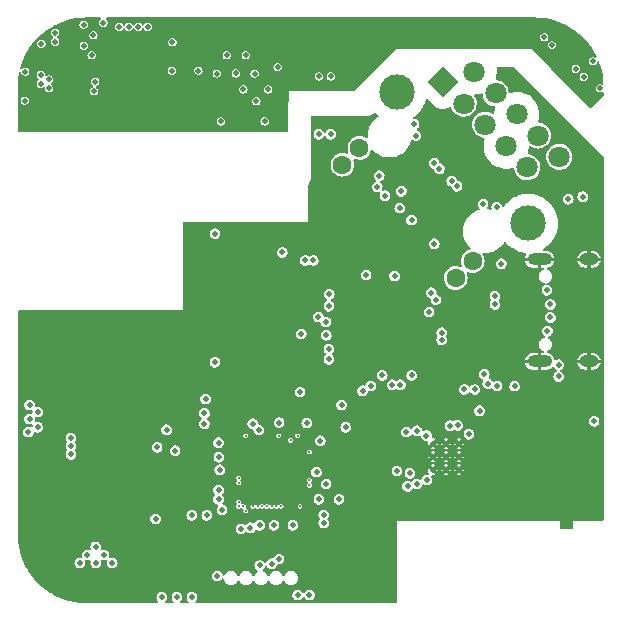
<source format=gbr>
%TF.GenerationSoftware,KiCad,Pcbnew,(6.0.9)*%
%TF.CreationDate,2022-11-20T21:59:21+01:00*%
%TF.ProjectId,repeat-hw,72657065-6174-42d6-9877-2e6b69636164,rev?*%
%TF.SameCoordinates,Original*%
%TF.FileFunction,Copper,L5,Inr*%
%TF.FilePolarity,Positive*%
%FSLAX46Y46*%
G04 Gerber Fmt 4.6, Leading zero omitted, Abs format (unit mm)*
G04 Created by KiCad (PCBNEW (6.0.9)) date 2022-11-20 21:59:21*
%MOMM*%
%LPD*%
G01*
G04 APERTURE LIST*
G04 Aperture macros list*
%AMRotRect*
0 Rectangle, with rotation*
0 The origin of the aperture is its center*
0 $1 length*
0 $2 width*
0 $3 Rotation angle, in degrees counterclockwise*
0 Add horizontal line*
21,1,$1,$2,0,0,$3*%
G04 Aperture macros list end*
%TA.AperFunction,ComponentPad*%
%ADD10R,0.900000X0.500000*%
%TD*%
%TA.AperFunction,ComponentPad*%
%ADD11O,2.100000X1.000000*%
%TD*%
%TA.AperFunction,ComponentPad*%
%ADD12O,1.600000X1.000000*%
%TD*%
%TA.AperFunction,ComponentPad*%
%ADD13C,0.500000*%
%TD*%
%TA.AperFunction,ComponentPad*%
%ADD14RotRect,1.800000X1.800000X135.000000*%
%TD*%
%TA.AperFunction,ComponentPad*%
%ADD15C,1.800000*%
%TD*%
%TA.AperFunction,ComponentPad*%
%ADD16C,1.600000*%
%TD*%
%TA.AperFunction,ComponentPad*%
%ADD17C,3.000000*%
%TD*%
%TA.AperFunction,ViaPad*%
%ADD18C,0.500000*%
%TD*%
%TA.AperFunction,ViaPad*%
%ADD19C,0.300000*%
%TD*%
G04 APERTURE END LIST*
D10*
%TO.N,GND*%
%TO.C,AE1*%
X177450000Y-122775000D03*
%TD*%
D11*
%TO.N,GND*%
%TO.C,J1*%
X175180000Y-108920000D03*
D12*
X179360000Y-100280000D03*
X179360000Y-108920000D03*
D11*
X175180000Y-100280000D03*
%TD*%
D13*
%TO.N,GND*%
%TO.C,U7*%
X166162500Y-115900000D03*
X168362500Y-117000000D03*
X168362500Y-118100000D03*
X167262500Y-117000000D03*
X166162500Y-118100000D03*
X168362500Y-115900000D03*
X166162500Y-117000000D03*
X167262500Y-115900000D03*
X167262500Y-118100000D03*
%TD*%
D14*
%TO.N,Net-(FB4-Pad2)*%
%TO.C,J2*%
X166964394Y-85307897D03*
D15*
%TO.N,Net-(FB7-Pad2)*%
X169658471Y-84409872D03*
%TO.N,/W5100 + PoE/CON_RD-*%
X168760445Y-87103948D03*
%TO.N,+3V3A*%
X171454522Y-86205923D03*
%TO.N,/W5100 + PoE/CON_RD+*%
X170556497Y-88900000D03*
%TO.N,Net-(FB5-Pad2)*%
X173250574Y-88001974D03*
%TO.N,Net-(FB6-Pad2)*%
X172352548Y-90696051D03*
%TO.N,/W5100 + PoE/CON_TD-*%
X175046625Y-89798025D03*
%TO.N,+3V3A*%
X174148599Y-92492102D03*
%TO.N,/W5100 + PoE/CON_TD+*%
X176842676Y-91594076D03*
D16*
%TO.N,Net-(J2-Pad11)*%
X169520585Y-100436447D03*
%TO.N,/W5100 + PoE/LINK*%
X168085159Y-101871874D03*
%TO.N,Net-(J2-Pad13)*%
X159925146Y-90841008D03*
%TO.N,/W5100 + PoE/ACT*%
X158489719Y-92276434D03*
D17*
%TO.N,Net-(C61-Pad2)*%
X174226381Y-97236789D03*
X163124804Y-86135212D03*
%TD*%
D14*
%TO.N,Net-(FB4-Pad2)*%
%TO.C,J2*%
X166964394Y-85307897D03*
D15*
%TO.N,Net-(FB7-Pad2)*%
X169658471Y-84409872D03*
%TO.N,/W5100 + PoE/CON_RD-*%
X168760445Y-87103948D03*
%TO.N,+3V3A*%
X171454522Y-86205923D03*
%TO.N,/W5100 + PoE/CON_RD+*%
X170556497Y-88900000D03*
%TO.N,Net-(FB5-Pad2)*%
X173250574Y-88001974D03*
%TO.N,Net-(FB6-Pad2)*%
X172352548Y-90696051D03*
%TO.N,/W5100 + PoE/CON_TD-*%
X175046625Y-89798025D03*
%TO.N,+3V3A*%
X174148599Y-92492102D03*
%TO.N,/W5100 + PoE/CON_TD+*%
X176842676Y-91594076D03*
D16*
%TO.N,Net-(J2-Pad11)*%
X169520585Y-100436447D03*
%TO.N,/W5100 + PoE/LINK*%
X168085159Y-101871874D03*
%TO.N,Net-(J2-Pad13)*%
X159925146Y-90841008D03*
%TO.N,/W5100 + PoE/ACT*%
X158489719Y-92276434D03*
D17*
%TO.N,Net-(C61-Pad2)*%
X174226381Y-97236789D03*
X163124804Y-86135212D03*
%TD*%
D18*
%TO.N,/PLOSS*%
X153400000Y-99700000D03*
D19*
X154100000Y-115600000D03*
D18*
%TO.N,/~{RESET}*%
X155700000Y-128700000D03*
X157100000Y-119300000D03*
%TO.N,+1V2*%
X156025000Y-100375000D03*
X157364309Y-103249967D03*
X155325000Y-100375000D03*
X161855224Y-110110449D03*
X165820700Y-104739649D03*
X157350000Y-107900000D03*
%TO.N,Net-(C44-Pad2)*%
X175567660Y-81467660D03*
X144100000Y-81900000D03*
%TO.N,Net-(C48-Pad2)*%
X178919346Y-84819346D03*
X142000000Y-80600000D03*
%TO.N,Net-(C50-Pad2)*%
X178254665Y-84154665D03*
X140400000Y-80600000D03*
%TO.N,Net-(C54-Pad2)*%
X139600000Y-80600000D03*
X176232341Y-82132341D03*
%TO.N,/USENSE_USB*%
X170100000Y-113100000D03*
D19*
X149700000Y-118800000D03*
D18*
%TO.N,+1V2A*%
X166900000Y-106500000D03*
X162900000Y-101700000D03*
X166900000Y-107100000D03*
%TO.N,/W5100 + PoE/5V*%
X157500000Y-89700000D03*
X132700000Y-114500000D03*
X143600000Y-114700000D03*
X156500000Y-89700000D03*
X147700000Y-98100000D03*
X132700000Y-113200000D03*
X132000000Y-112600000D03*
X131900000Y-114900000D03*
X132000000Y-113800000D03*
%TO.N,VBUS*%
X142800000Y-116200000D03*
X176100000Y-104100000D03*
X176800000Y-109200000D03*
X176800000Y-110200000D03*
X175800000Y-102900000D03*
X176100000Y-105200000D03*
X171400000Y-103400000D03*
X171400000Y-104100000D03*
X175845000Y-106345000D03*
%TO.N,/W5100 + PoE/ACT*%
X157120366Y-106713606D03*
D19*
%TO.N,Net-(C1-Pad1)*%
X150300000Y-115200000D03*
D18*
X144322199Y-116477096D03*
%TO.N,Net-(C28-Pad2)*%
X180300000Y-85800000D03*
X134180000Y-81870000D03*
X141200000Y-80600000D03*
X133650000Y-85050000D03*
X133650000Y-85800000D03*
X157500000Y-84800000D03*
X147860243Y-84547730D03*
X132950000Y-85400000D03*
X179700000Y-83500000D03*
X156500000Y-84800000D03*
X134160000Y-81100000D03*
X146300000Y-84300000D03*
X149460000Y-84540000D03*
X137450000Y-86050000D03*
X132950000Y-84650000D03*
X151051223Y-84548894D03*
%TO.N,/SPIM_CLK*%
X164200000Y-118400000D03*
X160900000Y-111000000D03*
D19*
X149700000Y-120800000D03*
D18*
%TO.N,/SPIM_MOSI*%
X162700000Y-110900000D03*
X148300000Y-121500000D03*
X165637500Y-118962500D03*
D19*
%TO.N,/SPIM_MISO*%
X149700000Y-121200000D03*
D18*
X163400000Y-110900000D03*
X164800000Y-119300000D03*
X158420514Y-112600500D03*
D19*
%TO.N,Net-(C11-Pad1)*%
X154700000Y-115200000D03*
X155700000Y-116600000D03*
D18*
%TO.N,GND*%
X179500000Y-104250000D03*
X178528442Y-115027261D03*
X167586666Y-120200000D03*
X158600000Y-127400000D03*
X174300000Y-122000000D03*
X158900000Y-120600000D03*
X156700000Y-125300000D03*
X171000000Y-122000000D03*
X132250000Y-125250000D03*
X171200000Y-94200000D03*
X159200000Y-89800000D03*
X143400000Y-111200000D03*
X162800000Y-123600000D03*
X179300000Y-122000000D03*
X176619407Y-100269972D03*
X159883583Y-110238957D03*
X154000000Y-106500000D03*
X151500000Y-112200000D03*
X148300000Y-125300000D03*
X145000000Y-107000000D03*
X165073333Y-122200000D03*
X143000000Y-117000000D03*
X177500000Y-105500000D03*
X171350000Y-104950000D03*
X158400000Y-118300000D03*
X179378944Y-101213348D03*
X170100000Y-122200000D03*
X173000000Y-109750000D03*
X157800000Y-100800000D03*
X173700000Y-108900000D03*
X134542594Y-104997290D03*
X131700000Y-122800000D03*
X152600000Y-100200000D03*
X178250000Y-120500000D03*
X170100000Y-120200000D03*
X167586666Y-122200000D03*
X159750000Y-94000000D03*
X175200000Y-109900000D03*
X147000000Y-111000000D03*
X163600000Y-117600000D03*
X165500000Y-91400000D03*
X169262222Y-122200000D03*
X132000000Y-116750000D03*
X171400000Y-114900000D03*
X165900000Y-113800000D03*
X152700000Y-125200000D03*
X165000000Y-90900000D03*
X158200000Y-123230000D03*
X135800000Y-108700000D03*
X160200000Y-124120000D03*
X132189452Y-105576195D03*
X176200000Y-115600000D03*
X179500000Y-107000000D03*
X163600000Y-115800000D03*
X158300000Y-121300000D03*
X137500000Y-116250000D03*
X143700000Y-120900000D03*
X134500000Y-107800000D03*
X155700000Y-126300000D03*
X158400000Y-116500000D03*
X155100000Y-108400000D03*
X152535194Y-116529244D03*
X133000000Y-123400000D03*
X164235555Y-120200000D03*
X163397777Y-120200000D03*
X149000000Y-105000000D03*
X147000000Y-129000000D03*
X143800000Y-122300000D03*
X151500000Y-125200000D03*
X152000000Y-98000000D03*
X160200000Y-125010000D03*
X179400000Y-109800000D03*
X158200000Y-125900000D03*
X161400000Y-120200000D03*
X176394797Y-120441295D03*
X168900000Y-94900000D03*
X164235555Y-122200000D03*
X151600000Y-108900000D03*
X161200000Y-122200000D03*
X179800000Y-92900000D03*
X173091666Y-114900000D03*
X173600000Y-122100000D03*
X162700000Y-117600000D03*
X172262500Y-116900000D03*
X154048338Y-116562869D03*
X172000000Y-122100000D03*
X173789278Y-100289224D03*
X151000000Y-100000000D03*
X135250000Y-124250000D03*
X172800000Y-122100000D03*
X157500000Y-124200000D03*
X154000000Y-100000000D03*
X168000000Y-99250000D03*
X173920833Y-114900000D03*
X174300000Y-121300000D03*
X161650000Y-114275000D03*
X150663379Y-119488281D03*
X141200000Y-121300000D03*
X180300000Y-94000000D03*
X157000000Y-118300000D03*
X155800000Y-102600000D03*
X152445527Y-119488281D03*
X172100000Y-120800000D03*
X146400000Y-115100000D03*
X171700000Y-121500000D03*
X145400000Y-108550000D03*
X133900000Y-122400000D03*
X159000000Y-98000000D03*
X137142306Y-107731008D03*
X153969879Y-119477072D03*
X151600000Y-107100000D03*
X161200000Y-118300000D03*
X148700000Y-128500000D03*
X155800000Y-104900000D03*
X160000000Y-93000000D03*
X153992296Y-118064805D03*
X173091666Y-116900000D03*
X158800000Y-110200000D03*
X169400000Y-95300000D03*
X160425000Y-113550000D03*
X170700000Y-114900000D03*
X158200000Y-122300000D03*
X153100000Y-112200000D03*
X146000000Y-101000000D03*
X170200000Y-118400000D03*
X160000000Y-116500000D03*
X162800000Y-126000000D03*
X159915855Y-107793773D03*
X160000000Y-118300000D03*
X140250000Y-125000000D03*
X161984172Y-115955394D03*
X158200000Y-125010000D03*
X164400000Y-115800000D03*
X133347262Y-107018098D03*
X166000000Y-109400000D03*
X179346856Y-99371518D03*
X175600000Y-115100000D03*
X155200000Y-107700000D03*
X156000000Y-96000000D03*
X176400000Y-121200000D03*
X165300000Y-88200000D03*
X172200000Y-95200000D03*
X157800000Y-98800000D03*
X180100000Y-122000000D03*
X145700000Y-120800000D03*
X166748888Y-120200000D03*
X177000000Y-122000000D03*
X162800000Y-122800000D03*
X180200000Y-95600000D03*
X162800000Y-115800000D03*
X170200000Y-119300000D03*
X161694794Y-105999432D03*
X162800000Y-129100000D03*
X176400000Y-119700000D03*
X159908154Y-105937824D03*
X145700000Y-117000000D03*
X173700000Y-107800000D03*
X161651979Y-107284598D03*
X165911111Y-120200000D03*
X150500000Y-106900000D03*
X178100000Y-108900000D03*
X177700000Y-122000000D03*
X178000000Y-117250000D03*
X152434318Y-118019971D03*
X171250000Y-113750000D03*
X157700000Y-116500000D03*
X155200000Y-104200000D03*
X141200000Y-122800000D03*
X147700000Y-128200000D03*
X154400000Y-109400000D03*
X163350000Y-104250000D03*
X157000000Y-94000000D03*
X161200000Y-101700000D03*
X159200000Y-116500000D03*
X171400000Y-105600000D03*
X161360349Y-116260631D03*
X131750000Y-119500000D03*
X150640962Y-116506827D03*
X159200000Y-118300000D03*
X179700000Y-98600000D03*
X157342180Y-104961906D03*
X162800000Y-124400000D03*
X141200000Y-120000000D03*
X174300000Y-117900000D03*
X141750000Y-124750000D03*
X168424444Y-122200000D03*
X172200000Y-117600000D03*
X157059599Y-116507942D03*
X159000000Y-96000000D03*
X178500000Y-122000000D03*
X160700000Y-128900000D03*
X146000000Y-104000000D03*
X180000000Y-118500000D03*
X163327413Y-105999432D03*
X174300000Y-119700000D03*
X174300000Y-120500000D03*
X163300000Y-107300000D03*
X166900000Y-110300000D03*
X142550000Y-114650000D03*
X177500000Y-102250000D03*
X162800000Y-128400000D03*
X150000000Y-102000000D03*
X160200000Y-123230000D03*
X173700000Y-101400000D03*
X150200000Y-112200000D03*
X166750000Y-101000000D03*
X166100000Y-88300000D03*
X146750000Y-107250000D03*
X144300000Y-117800000D03*
X161617783Y-104228195D03*
X165911111Y-122200000D03*
X160200000Y-125900000D03*
X168424444Y-120200000D03*
X150900000Y-106400000D03*
X169262222Y-120200000D03*
X164500000Y-101800000D03*
X159800000Y-127400000D03*
X178600000Y-97200000D03*
X177855938Y-113867535D03*
X159700000Y-120200000D03*
X179353274Y-107990257D03*
X162000000Y-118100000D03*
X167370213Y-104054446D03*
X162800000Y-127600000D03*
X149600000Y-107000000D03*
X154300000Y-125200000D03*
X157700000Y-128900000D03*
X157000000Y-92000000D03*
X160700000Y-116500000D03*
X172200000Y-119200000D03*
X176400000Y-117800000D03*
X160700000Y-119000000D03*
X157200000Y-97900000D03*
X173750000Y-113750000D03*
X136500000Y-108700000D03*
X178300000Y-93900000D03*
X133750000Y-127250000D03*
X158400000Y-89800000D03*
X153300000Y-101000000D03*
X155800000Y-111400000D03*
X174750000Y-114900000D03*
X145700000Y-119800000D03*
X171500000Y-116800000D03*
X173250000Y-120500000D03*
X141500000Y-127750000D03*
X133600000Y-107800000D03*
X163397777Y-122200000D03*
X165073333Y-120200000D03*
X142000000Y-117000000D03*
X150300000Y-125400000D03*
X170100000Y-113900000D03*
X176250000Y-114000000D03*
X162800000Y-126800000D03*
X172200000Y-118400000D03*
X170000000Y-114900000D03*
X134547954Y-106423112D03*
X136976139Y-105592276D03*
X139900000Y-122900000D03*
X150663379Y-118008762D03*
X176500000Y-116300000D03*
X170500000Y-112250000D03*
X135100000Y-108700000D03*
X178159614Y-100308477D03*
X159850000Y-104250000D03*
X155000000Y-98000000D03*
X166748888Y-122200000D03*
X157750000Y-111750000D03*
X162800000Y-125200000D03*
%TO.N,+3V3A*%
X170400000Y-95600000D03*
X166700000Y-92600000D03*
X178831300Y-94968700D03*
X161600000Y-93200000D03*
X164700000Y-89800000D03*
X166250000Y-92150000D03*
X168200000Y-94100000D03*
X167750000Y-93650000D03*
X160512132Y-101612132D03*
X171550000Y-95850000D03*
X177600000Y-95200000D03*
X164560589Y-88839411D03*
X156450000Y-105150000D03*
X171950000Y-100650000D03*
X157350000Y-104250000D03*
%TO.N,/W5100 + PoE/RD+*%
X163477639Y-94522361D03*
X162100000Y-94900000D03*
%TO.N,+3V3*%
X156616807Y-115632286D03*
X137600000Y-124600000D03*
X157350000Y-108750000D03*
X158200000Y-120600000D03*
D19*
X153100000Y-115200000D03*
D18*
X149900000Y-123100000D03*
X152700000Y-122800000D03*
X148000000Y-120600000D03*
X142674083Y-122265469D03*
X150700000Y-123000000D03*
X179800000Y-114000000D03*
X136250000Y-126000000D03*
X148000000Y-119800000D03*
X155000000Y-106600000D03*
X137600000Y-126000000D03*
X148100000Y-118100000D03*
X148000000Y-115800000D03*
X150900000Y-114200000D03*
X167594786Y-114376539D03*
X155467596Y-114147040D03*
X168237500Y-114337500D03*
X164354338Y-110109843D03*
X151500000Y-122800000D03*
X147700000Y-109000000D03*
X156300000Y-118300000D03*
X138300000Y-125300000D03*
X154300000Y-122800000D03*
X156500000Y-120600000D03*
X154700000Y-128700000D03*
X148033177Y-117027798D03*
X139000000Y-126000000D03*
X136900000Y-125300000D03*
%TO.N,/W5100 + PoE/LINK*%
X157100000Y-105600000D03*
%TO.N,Net-(L1-Pad2)*%
X153125000Y-114100000D03*
X158775000Y-114500000D03*
%TO.N,/SWDIO*%
X147900000Y-127100000D03*
D19*
X155700000Y-119400000D03*
%TO.N,/~{ETH_CS}*%
X150100000Y-121200000D03*
D18*
X160200000Y-111400000D03*
%TO.N,/QSPI1*%
X144472912Y-128894403D03*
D19*
X150900000Y-121200000D03*
D18*
%TO.N,/QSPI2*%
X145750412Y-128893682D03*
D19*
X151300000Y-121200000D03*
D18*
%TO.N,/QSPI_CLK*%
X145735000Y-121950000D03*
D19*
X151700000Y-121200000D03*
%TO.N,/~{QSPI_CS}*%
X152100000Y-121200000D03*
D18*
X143195000Y-128895000D03*
%TO.N,/~{ETH_RST}*%
X166000000Y-103100000D03*
D19*
X152500000Y-121200000D03*
%TO.N,/FEM_MODE*%
X152900000Y-121200000D03*
D18*
X169200000Y-115100000D03*
D19*
%TO.N,/FEM_RXEN*%
X153300000Y-121200000D03*
D18*
X163900000Y-114900000D03*
%TO.N,Net-(L3-Pad2)*%
X151400000Y-114700000D03*
X154900000Y-111500000D03*
D19*
%TO.N,/FEM_ANTSEL*%
X154900000Y-121200000D03*
D18*
X164800000Y-114800000D03*
D19*
%TO.N,/SWDCLK*%
X155700000Y-119000000D03*
D18*
X151500000Y-126200000D03*
%TO.N,/QSPI0*%
X147005000Y-121950000D03*
D19*
X150300000Y-121600000D03*
D18*
%TO.N,Earth*%
X179600000Y-86300000D03*
X160000000Y-84000000D03*
X139806290Y-84875883D03*
X161000000Y-83000000D03*
X140806554Y-84133678D03*
X144750000Y-86500000D03*
X139772919Y-83499315D03*
X176500000Y-83900000D03*
X158300000Y-84800000D03*
X155000000Y-85000000D03*
X141791885Y-84900912D03*
X146050000Y-83300000D03*
X159350000Y-84600000D03*
X160400000Y-84800000D03*
X141835863Y-83493294D03*
%TO.N,/~{ETH_INT}*%
X166400000Y-103700000D03*
X152500000Y-126043410D03*
%TO.N,/~{FEM_CS}*%
X164000000Y-119500000D03*
X153102920Y-125643910D03*
%TO.N,/FEM_TXEN*%
X156900000Y-122600000D03*
X165600000Y-115200000D03*
%TO.N,/~{FEM_PDN}*%
X156900000Y-121900000D03*
X163100000Y-118200000D03*
%TO.N,/USENSE_POE*%
X146900000Y-112100000D03*
D19*
X149700000Y-119200000D03*
D18*
%TO.N,+5V*%
X171580000Y-111020000D03*
X170500000Y-110000000D03*
X135500000Y-116800000D03*
X173080000Y-111020000D03*
X170800000Y-110800000D03*
X135500000Y-115400000D03*
X135500000Y-116100000D03*
%TO.N,Net-(C73-Pad1)*%
X161432782Y-94132782D03*
X163350000Y-95950000D03*
%TO.N,Net-(C74-Pad1)*%
X166260660Y-98960660D03*
X164346340Y-96953660D03*
%TO.N,/ESD_D+*%
X146802041Y-114200000D03*
X168800000Y-111300000D03*
%TO.N,/ESD_D-*%
X146802041Y-113300000D03*
X169700000Y-111300000D03*
%TO.N,Net-(C31-Pad2)*%
X148200000Y-88600000D03*
X137550000Y-85250000D03*
X151900000Y-88600000D03*
X131640000Y-84390000D03*
X148700000Y-83000000D03*
X137405903Y-81301618D03*
X136578572Y-80404763D03*
X150300000Y-83000000D03*
X150100000Y-85900000D03*
X137250000Y-83000000D03*
X136592477Y-82205425D03*
X153000000Y-84000000D03*
X144050000Y-84300000D03*
X152200000Y-85900000D03*
X138250000Y-80250000D03*
X151200000Y-86900000D03*
X131590000Y-86840000D03*
X133000000Y-82030000D03*
%TD*%
%TA.AperFunction,Conductor*%
%TO.N,Earth*%
G36*
X138023001Y-79819407D02*
G01*
X138058965Y-79868907D01*
X138058965Y-79930093D01*
X138034814Y-79969504D01*
X137962905Y-80041413D01*
X137959370Y-80048350D01*
X137959369Y-80048352D01*
X137940343Y-80085694D01*
X137912500Y-80140339D01*
X137895131Y-80250000D01*
X137912500Y-80359661D01*
X137916036Y-80366601D01*
X137950637Y-80434509D01*
X137962905Y-80458587D01*
X138041413Y-80537095D01*
X138048350Y-80540630D01*
X138048352Y-80540631D01*
X138133399Y-80583964D01*
X138140339Y-80587500D01*
X138148033Y-80588719D01*
X138148034Y-80588719D01*
X138242304Y-80603650D01*
X138250000Y-80604869D01*
X138257696Y-80603650D01*
X138280741Y-80600000D01*
X139245131Y-80600000D01*
X139262500Y-80709661D01*
X139266036Y-80716601D01*
X139289423Y-80762500D01*
X139312905Y-80808587D01*
X139391413Y-80887095D01*
X139398350Y-80890630D01*
X139398352Y-80890631D01*
X139437385Y-80910519D01*
X139490339Y-80937500D01*
X139498033Y-80938719D01*
X139498034Y-80938719D01*
X139592304Y-80953650D01*
X139600000Y-80954869D01*
X139607696Y-80953650D01*
X139701966Y-80938719D01*
X139701967Y-80938719D01*
X139709661Y-80937500D01*
X139762615Y-80910519D01*
X139801648Y-80890631D01*
X139801650Y-80890630D01*
X139808587Y-80887095D01*
X139887095Y-80808587D01*
X139911790Y-80760120D01*
X139955055Y-80716855D01*
X140015487Y-80707284D01*
X140070003Y-80735061D01*
X140088210Y-80760120D01*
X140112905Y-80808587D01*
X140191413Y-80887095D01*
X140198350Y-80890630D01*
X140198352Y-80890631D01*
X140237385Y-80910519D01*
X140290339Y-80937500D01*
X140298033Y-80938719D01*
X140298034Y-80938719D01*
X140392304Y-80953650D01*
X140400000Y-80954869D01*
X140407696Y-80953650D01*
X140501966Y-80938719D01*
X140501967Y-80938719D01*
X140509661Y-80937500D01*
X140562615Y-80910519D01*
X140601648Y-80890631D01*
X140601650Y-80890630D01*
X140608587Y-80887095D01*
X140687095Y-80808587D01*
X140711790Y-80760120D01*
X140755055Y-80716855D01*
X140815487Y-80707284D01*
X140870003Y-80735061D01*
X140888210Y-80760120D01*
X140912905Y-80808587D01*
X140991413Y-80887095D01*
X140998350Y-80890630D01*
X140998352Y-80890631D01*
X141037385Y-80910519D01*
X141090339Y-80937500D01*
X141098033Y-80938719D01*
X141098034Y-80938719D01*
X141192304Y-80953650D01*
X141200000Y-80954869D01*
X141207696Y-80953650D01*
X141301966Y-80938719D01*
X141301967Y-80938719D01*
X141309661Y-80937500D01*
X141362615Y-80910519D01*
X141401648Y-80890631D01*
X141401650Y-80890630D01*
X141408587Y-80887095D01*
X141487095Y-80808587D01*
X141511790Y-80760120D01*
X141555055Y-80716855D01*
X141615487Y-80707284D01*
X141670003Y-80735061D01*
X141688210Y-80760120D01*
X141712905Y-80808587D01*
X141791413Y-80887095D01*
X141798350Y-80890630D01*
X141798352Y-80890631D01*
X141837385Y-80910519D01*
X141890339Y-80937500D01*
X141898033Y-80938719D01*
X141898034Y-80938719D01*
X141992304Y-80953650D01*
X142000000Y-80954869D01*
X142007696Y-80953650D01*
X142101966Y-80938719D01*
X142101967Y-80938719D01*
X142109661Y-80937500D01*
X142162615Y-80910519D01*
X142201648Y-80890631D01*
X142201650Y-80890630D01*
X142208587Y-80887095D01*
X142287095Y-80808587D01*
X142310578Y-80762500D01*
X142333964Y-80716601D01*
X142337500Y-80709661D01*
X142354869Y-80600000D01*
X142337500Y-80490339D01*
X142333964Y-80483399D01*
X142290631Y-80398352D01*
X142290630Y-80398350D01*
X142287095Y-80391413D01*
X142208587Y-80312905D01*
X142201650Y-80309370D01*
X142201648Y-80309369D01*
X142116601Y-80266036D01*
X142109661Y-80262500D01*
X142101967Y-80261281D01*
X142101966Y-80261281D01*
X142007696Y-80246350D01*
X142000000Y-80245131D01*
X141992304Y-80246350D01*
X141898034Y-80261281D01*
X141898033Y-80261281D01*
X141890339Y-80262500D01*
X141883399Y-80266036D01*
X141798352Y-80309369D01*
X141798350Y-80309370D01*
X141791413Y-80312905D01*
X141712905Y-80391413D01*
X141709370Y-80398350D01*
X141709369Y-80398352D01*
X141688210Y-80439880D01*
X141644945Y-80483145D01*
X141584513Y-80492716D01*
X141529997Y-80464939D01*
X141511790Y-80439880D01*
X141490631Y-80398352D01*
X141490630Y-80398350D01*
X141487095Y-80391413D01*
X141408587Y-80312905D01*
X141401650Y-80309370D01*
X141401648Y-80309369D01*
X141316601Y-80266036D01*
X141309661Y-80262500D01*
X141301967Y-80261281D01*
X141301966Y-80261281D01*
X141207696Y-80246350D01*
X141200000Y-80245131D01*
X141192304Y-80246350D01*
X141098034Y-80261281D01*
X141098033Y-80261281D01*
X141090339Y-80262500D01*
X141083399Y-80266036D01*
X140998352Y-80309369D01*
X140998350Y-80309370D01*
X140991413Y-80312905D01*
X140912905Y-80391413D01*
X140909370Y-80398350D01*
X140909369Y-80398352D01*
X140888210Y-80439880D01*
X140844945Y-80483145D01*
X140784513Y-80492716D01*
X140729997Y-80464939D01*
X140711790Y-80439880D01*
X140690631Y-80398352D01*
X140690630Y-80398350D01*
X140687095Y-80391413D01*
X140608587Y-80312905D01*
X140601650Y-80309370D01*
X140601648Y-80309369D01*
X140516601Y-80266036D01*
X140509661Y-80262500D01*
X140501967Y-80261281D01*
X140501966Y-80261281D01*
X140407696Y-80246350D01*
X140400000Y-80245131D01*
X140392304Y-80246350D01*
X140298034Y-80261281D01*
X140298033Y-80261281D01*
X140290339Y-80262500D01*
X140283399Y-80266036D01*
X140198352Y-80309369D01*
X140198350Y-80309370D01*
X140191413Y-80312905D01*
X140112905Y-80391413D01*
X140109370Y-80398350D01*
X140109369Y-80398352D01*
X140088210Y-80439880D01*
X140044945Y-80483145D01*
X139984513Y-80492716D01*
X139929997Y-80464939D01*
X139911790Y-80439880D01*
X139890631Y-80398352D01*
X139890630Y-80398350D01*
X139887095Y-80391413D01*
X139808587Y-80312905D01*
X139801650Y-80309370D01*
X139801648Y-80309369D01*
X139716601Y-80266036D01*
X139709661Y-80262500D01*
X139701967Y-80261281D01*
X139701966Y-80261281D01*
X139607696Y-80246350D01*
X139600000Y-80245131D01*
X139592304Y-80246350D01*
X139498034Y-80261281D01*
X139498033Y-80261281D01*
X139490339Y-80262500D01*
X139483399Y-80266036D01*
X139398352Y-80309369D01*
X139398350Y-80309370D01*
X139391413Y-80312905D01*
X139312905Y-80391413D01*
X139309370Y-80398350D01*
X139309369Y-80398352D01*
X139266036Y-80483399D01*
X139262500Y-80490339D01*
X139245131Y-80600000D01*
X138280741Y-80600000D01*
X138351966Y-80588719D01*
X138351967Y-80588719D01*
X138359661Y-80587500D01*
X138366601Y-80583964D01*
X138451648Y-80540631D01*
X138451650Y-80540630D01*
X138458587Y-80537095D01*
X138537095Y-80458587D01*
X138549364Y-80434509D01*
X138583964Y-80366601D01*
X138587500Y-80359661D01*
X138604869Y-80250000D01*
X138587500Y-80140339D01*
X138559657Y-80085694D01*
X138540631Y-80048352D01*
X138540630Y-80048350D01*
X138537095Y-80041413D01*
X138465186Y-79969504D01*
X138437409Y-79914987D01*
X138446980Y-79854555D01*
X138490245Y-79811290D01*
X138535190Y-79800500D01*
X174765983Y-79800500D01*
X174788169Y-79803018D01*
X174799641Y-79805656D01*
X174810515Y-79803196D01*
X174816428Y-79803206D01*
X174832131Y-79801763D01*
X175044333Y-79810100D01*
X175251148Y-79818226D01*
X175258880Y-79818834D01*
X175481133Y-79845139D01*
X175703378Y-79871444D01*
X175711056Y-79872660D01*
X176150054Y-79959983D01*
X176157613Y-79961798D01*
X176588399Y-80083292D01*
X176595792Y-80085694D01*
X177015730Y-80240617D01*
X177022910Y-80243592D01*
X177036811Y-80250000D01*
X177429386Y-80430980D01*
X177436312Y-80434509D01*
X177826830Y-80653209D01*
X177833458Y-80657270D01*
X177966776Y-80746350D01*
X178169176Y-80881589D01*
X178205633Y-80905949D01*
X178211920Y-80910518D01*
X178549988Y-81177029D01*
X178563416Y-81187615D01*
X178569323Y-81192660D01*
X178898023Y-81496506D01*
X178903494Y-81501977D01*
X179198682Y-81821310D01*
X179207337Y-81830673D01*
X179212382Y-81836580D01*
X179364862Y-82030000D01*
X179489481Y-82188078D01*
X179494050Y-82194365D01*
X179534477Y-82254869D01*
X179742730Y-82566542D01*
X179746791Y-82573170D01*
X179965491Y-82963688D01*
X179969018Y-82970609D01*
X180014040Y-83068270D01*
X180021232Y-83129030D01*
X179991336Y-83182414D01*
X179935771Y-83208030D01*
X179879189Y-83197926D01*
X179816601Y-83166036D01*
X179809661Y-83162500D01*
X179801967Y-83161281D01*
X179801966Y-83161281D01*
X179707696Y-83146350D01*
X179700000Y-83145131D01*
X179692304Y-83146350D01*
X179598034Y-83161281D01*
X179598033Y-83161281D01*
X179590339Y-83162500D01*
X179583399Y-83166036D01*
X179498352Y-83209369D01*
X179498350Y-83209370D01*
X179491413Y-83212905D01*
X179412905Y-83291413D01*
X179409370Y-83298350D01*
X179409369Y-83298352D01*
X179381194Y-83353650D01*
X179362500Y-83390339D01*
X179345131Y-83500000D01*
X179346350Y-83507696D01*
X179356003Y-83568639D01*
X179362500Y-83609661D01*
X179366036Y-83616601D01*
X179409281Y-83701474D01*
X179412905Y-83708587D01*
X179491413Y-83787095D01*
X179498350Y-83790630D01*
X179498352Y-83790631D01*
X179550429Y-83817165D01*
X179590339Y-83837500D01*
X179598033Y-83838719D01*
X179598034Y-83838719D01*
X179692304Y-83853650D01*
X179700000Y-83854869D01*
X179707696Y-83853650D01*
X179801966Y-83838719D01*
X179801967Y-83838719D01*
X179809661Y-83837500D01*
X179849571Y-83817165D01*
X179901648Y-83790631D01*
X179901650Y-83790630D01*
X179908587Y-83787095D01*
X179987095Y-83708587D01*
X179990720Y-83701474D01*
X180033964Y-83616601D01*
X180037500Y-83609661D01*
X180039736Y-83595543D01*
X180067514Y-83541027D01*
X180122031Y-83513250D01*
X180182463Y-83522822D01*
X180225727Y-83566086D01*
X180230398Y-83576765D01*
X180314306Y-83804208D01*
X180316708Y-83811601D01*
X180438202Y-84242387D01*
X180440017Y-84249946D01*
X180527340Y-84688944D01*
X180528556Y-84696622D01*
X180546905Y-84851648D01*
X180581074Y-85140339D01*
X180581165Y-85141112D01*
X180581774Y-85148852D01*
X180584614Y-85221116D01*
X180591234Y-85389614D01*
X180574625Y-85448503D01*
X180526576Y-85486382D01*
X180465437Y-85488784D01*
X180447365Y-85481711D01*
X180416601Y-85466036D01*
X180409661Y-85462500D01*
X180401967Y-85461281D01*
X180401966Y-85461281D01*
X180307696Y-85446350D01*
X180300000Y-85445131D01*
X180292304Y-85446350D01*
X180198034Y-85461281D01*
X180198033Y-85461281D01*
X180190339Y-85462500D01*
X180183399Y-85466036D01*
X180098352Y-85509369D01*
X180098350Y-85509370D01*
X180091413Y-85512905D01*
X180012905Y-85591413D01*
X180009370Y-85598350D01*
X180009369Y-85598352D01*
X179980517Y-85654979D01*
X179962500Y-85690339D01*
X179961281Y-85698033D01*
X179961281Y-85698034D01*
X179955590Y-85733964D01*
X179945131Y-85800000D01*
X179962500Y-85909661D01*
X179966036Y-85916601D01*
X180008530Y-86000000D01*
X180012905Y-86008587D01*
X180091413Y-86087095D01*
X180098350Y-86090630D01*
X180098352Y-86090631D01*
X180183399Y-86133964D01*
X180190339Y-86137500D01*
X180198033Y-86138719D01*
X180198034Y-86138719D01*
X180292304Y-86153650D01*
X180300000Y-86154869D01*
X180307696Y-86153650D01*
X180401966Y-86138719D01*
X180401967Y-86138719D01*
X180409661Y-86137500D01*
X180419822Y-86132323D01*
X180455555Y-86114116D01*
X180515987Y-86104545D01*
X180570504Y-86132323D01*
X180598281Y-86186839D01*
X180599500Y-86202326D01*
X180599500Y-86359492D01*
X180580593Y-86417683D01*
X180570504Y-86429496D01*
X179570004Y-87429996D01*
X179515487Y-87457773D01*
X179455055Y-87448202D01*
X179429996Y-87429996D01*
X176819346Y-84819346D01*
X178564477Y-84819346D01*
X178565696Y-84827042D01*
X178579792Y-84916036D01*
X178581846Y-84929007D01*
X178585382Y-84935947D01*
X178622394Y-85008587D01*
X178632251Y-85027933D01*
X178710759Y-85106441D01*
X178717696Y-85109976D01*
X178717698Y-85109977D01*
X178792390Y-85148034D01*
X178809685Y-85156846D01*
X178817379Y-85158065D01*
X178817380Y-85158065D01*
X178911650Y-85172996D01*
X178919346Y-85174215D01*
X178927042Y-85172996D01*
X179021312Y-85158065D01*
X179021313Y-85158065D01*
X179029007Y-85156846D01*
X179046302Y-85148034D01*
X179120994Y-85109977D01*
X179120996Y-85109976D01*
X179127933Y-85106441D01*
X179206441Y-85027933D01*
X179216299Y-85008587D01*
X179253310Y-84935947D01*
X179256846Y-84929007D01*
X179258901Y-84916036D01*
X179272996Y-84827042D01*
X179274215Y-84819346D01*
X179256846Y-84709685D01*
X179250052Y-84696350D01*
X179209977Y-84617698D01*
X179209976Y-84617696D01*
X179206441Y-84610759D01*
X179127933Y-84532251D01*
X179120996Y-84528716D01*
X179120994Y-84528715D01*
X179035947Y-84485382D01*
X179029007Y-84481846D01*
X179021313Y-84480627D01*
X179021312Y-84480627D01*
X178927042Y-84465696D01*
X178919346Y-84464477D01*
X178911650Y-84465696D01*
X178817380Y-84480627D01*
X178817379Y-84480627D01*
X178809685Y-84481846D01*
X178802745Y-84485382D01*
X178717698Y-84528715D01*
X178717696Y-84528716D01*
X178710759Y-84532251D01*
X178632251Y-84610759D01*
X178628716Y-84617696D01*
X178628715Y-84617698D01*
X178588640Y-84696350D01*
X178581846Y-84709685D01*
X178564477Y-84819346D01*
X176819346Y-84819346D01*
X176154665Y-84154665D01*
X177899796Y-84154665D01*
X177901015Y-84162361D01*
X177914284Y-84246134D01*
X177917165Y-84264326D01*
X177920701Y-84271266D01*
X177963299Y-84354869D01*
X177967570Y-84363252D01*
X178046078Y-84441760D01*
X178053015Y-84445295D01*
X178053017Y-84445296D01*
X178138064Y-84488629D01*
X178145004Y-84492165D01*
X178152698Y-84493384D01*
X178152699Y-84493384D01*
X178246969Y-84508315D01*
X178254665Y-84509534D01*
X178262361Y-84508315D01*
X178356631Y-84493384D01*
X178356632Y-84493384D01*
X178364326Y-84492165D01*
X178371266Y-84488629D01*
X178456313Y-84445296D01*
X178456315Y-84445295D01*
X178463252Y-84441760D01*
X178541760Y-84363252D01*
X178546032Y-84354869D01*
X178588629Y-84271266D01*
X178592165Y-84264326D01*
X178595047Y-84246134D01*
X178608315Y-84162361D01*
X178609534Y-84154665D01*
X178596105Y-84069879D01*
X178593384Y-84052699D01*
X178593384Y-84052698D01*
X178592165Y-84045004D01*
X178587756Y-84036350D01*
X178545296Y-83953017D01*
X178545295Y-83953015D01*
X178541760Y-83946078D01*
X178463252Y-83867570D01*
X178456315Y-83864035D01*
X178456313Y-83864034D01*
X178371266Y-83820701D01*
X178364326Y-83817165D01*
X178356632Y-83815946D01*
X178356631Y-83815946D01*
X178262361Y-83801015D01*
X178254665Y-83799796D01*
X178246969Y-83801015D01*
X178152699Y-83815946D01*
X178152698Y-83815946D01*
X178145004Y-83817165D01*
X178138064Y-83820701D01*
X178053017Y-83864034D01*
X178053015Y-83864035D01*
X178046078Y-83867570D01*
X177967570Y-83946078D01*
X177964035Y-83953015D01*
X177964034Y-83953017D01*
X177921574Y-84036350D01*
X177917165Y-84045004D01*
X177915946Y-84052698D01*
X177915946Y-84052699D01*
X177913225Y-84069879D01*
X177899796Y-84154665D01*
X176154665Y-84154665D01*
X174500000Y-82500000D01*
X163000000Y-82500000D01*
X159528996Y-85971004D01*
X159474479Y-85998781D01*
X159458992Y-86000000D01*
X154000000Y-86000000D01*
X154000000Y-86751806D01*
X153990725Y-86793645D01*
X153957885Y-86864071D01*
X153953410Y-86873668D01*
X153952292Y-86877839D01*
X153952292Y-86877840D01*
X153916971Y-87009661D01*
X153910364Y-87034317D01*
X153907506Y-87066982D01*
X153897455Y-87181866D01*
X153896848Y-87185712D01*
X153896843Y-87188774D01*
X153894344Y-87199641D01*
X153896804Y-87210513D01*
X153897059Y-87211638D01*
X153899500Y-87233488D01*
X153899500Y-89401000D01*
X153880593Y-89459191D01*
X153831093Y-89495155D01*
X153800500Y-89500000D01*
X131099500Y-89500000D01*
X131041309Y-89481093D01*
X131005345Y-89431593D01*
X131000500Y-89401000D01*
X131000500Y-88600000D01*
X147845131Y-88600000D01*
X147862500Y-88709661D01*
X147912905Y-88808587D01*
X147991413Y-88887095D01*
X147998350Y-88890630D01*
X147998352Y-88890631D01*
X148062334Y-88923231D01*
X148090339Y-88937500D01*
X148098033Y-88938719D01*
X148098034Y-88938719D01*
X148192304Y-88953650D01*
X148200000Y-88954869D01*
X148207696Y-88953650D01*
X148301966Y-88938719D01*
X148301967Y-88938719D01*
X148309661Y-88937500D01*
X148337666Y-88923231D01*
X148401648Y-88890631D01*
X148401650Y-88890630D01*
X148408587Y-88887095D01*
X148487095Y-88808587D01*
X148537500Y-88709661D01*
X148554869Y-88600000D01*
X151545131Y-88600000D01*
X151562500Y-88709661D01*
X151612905Y-88808587D01*
X151691413Y-88887095D01*
X151698350Y-88890630D01*
X151698352Y-88890631D01*
X151762334Y-88923231D01*
X151790339Y-88937500D01*
X151798033Y-88938719D01*
X151798034Y-88938719D01*
X151892304Y-88953650D01*
X151900000Y-88954869D01*
X151907696Y-88953650D01*
X152001966Y-88938719D01*
X152001967Y-88938719D01*
X152009661Y-88937500D01*
X152037666Y-88923231D01*
X152101648Y-88890631D01*
X152101650Y-88890630D01*
X152108587Y-88887095D01*
X152187095Y-88808587D01*
X152237500Y-88709661D01*
X152254869Y-88600000D01*
X152240390Y-88508587D01*
X152238719Y-88498034D01*
X152238719Y-88498033D01*
X152237500Y-88490339D01*
X152233964Y-88483399D01*
X152190631Y-88398352D01*
X152190630Y-88398350D01*
X152187095Y-88391413D01*
X152108587Y-88312905D01*
X152101650Y-88309370D01*
X152101648Y-88309369D01*
X152016601Y-88266036D01*
X152009661Y-88262500D01*
X152001967Y-88261281D01*
X152001966Y-88261281D01*
X151907696Y-88246350D01*
X151900000Y-88245131D01*
X151892304Y-88246350D01*
X151798034Y-88261281D01*
X151798033Y-88261281D01*
X151790339Y-88262500D01*
X151783399Y-88266036D01*
X151698352Y-88309369D01*
X151698350Y-88309370D01*
X151691413Y-88312905D01*
X151612905Y-88391413D01*
X151609370Y-88398350D01*
X151609369Y-88398352D01*
X151566036Y-88483399D01*
X151562500Y-88490339D01*
X151561281Y-88498033D01*
X151561281Y-88498034D01*
X151559610Y-88508587D01*
X151545131Y-88600000D01*
X148554869Y-88600000D01*
X148540390Y-88508587D01*
X148538719Y-88498034D01*
X148538719Y-88498033D01*
X148537500Y-88490339D01*
X148533964Y-88483399D01*
X148490631Y-88398352D01*
X148490630Y-88398350D01*
X148487095Y-88391413D01*
X148408587Y-88312905D01*
X148401650Y-88309370D01*
X148401648Y-88309369D01*
X148316601Y-88266036D01*
X148309661Y-88262500D01*
X148301967Y-88261281D01*
X148301966Y-88261281D01*
X148207696Y-88246350D01*
X148200000Y-88245131D01*
X148192304Y-88246350D01*
X148098034Y-88261281D01*
X148098033Y-88261281D01*
X148090339Y-88262500D01*
X148083399Y-88266036D01*
X147998352Y-88309369D01*
X147998350Y-88309370D01*
X147991413Y-88312905D01*
X147912905Y-88391413D01*
X147909370Y-88398350D01*
X147909369Y-88398352D01*
X147866036Y-88483399D01*
X147862500Y-88490339D01*
X147861281Y-88498033D01*
X147861281Y-88498034D01*
X147859610Y-88508587D01*
X147845131Y-88600000D01*
X131000500Y-88600000D01*
X131000500Y-86840000D01*
X131235131Y-86840000D01*
X131236350Y-86847696D01*
X131250014Y-86933963D01*
X131252500Y-86949661D01*
X131256036Y-86956601D01*
X131293506Y-87030140D01*
X131302905Y-87048587D01*
X131381413Y-87127095D01*
X131388350Y-87130630D01*
X131388352Y-87130631D01*
X131447447Y-87160741D01*
X131480339Y-87177500D01*
X131488033Y-87178719D01*
X131488034Y-87178719D01*
X131582304Y-87193650D01*
X131590000Y-87194869D01*
X131597696Y-87193650D01*
X131691966Y-87178719D01*
X131691967Y-87178719D01*
X131699661Y-87177500D01*
X131732553Y-87160741D01*
X131791648Y-87130631D01*
X131791650Y-87130630D01*
X131798587Y-87127095D01*
X131877095Y-87048587D01*
X131886495Y-87030140D01*
X131923964Y-86956601D01*
X131927500Y-86949661D01*
X131929987Y-86933963D01*
X131935366Y-86900000D01*
X150845131Y-86900000D01*
X150862500Y-87009661D01*
X150866036Y-87016601D01*
X150893162Y-87069838D01*
X150912905Y-87108587D01*
X150991413Y-87187095D01*
X150998350Y-87190630D01*
X150998352Y-87190631D01*
X151082465Y-87233488D01*
X151090339Y-87237500D01*
X151098033Y-87238719D01*
X151098034Y-87238719D01*
X151192304Y-87253650D01*
X151200000Y-87254869D01*
X151207696Y-87253650D01*
X151301966Y-87238719D01*
X151301967Y-87238719D01*
X151309661Y-87237500D01*
X151317535Y-87233488D01*
X151401648Y-87190631D01*
X151401650Y-87190630D01*
X151408587Y-87187095D01*
X151487095Y-87108587D01*
X151506839Y-87069838D01*
X151533964Y-87016601D01*
X151537500Y-87009661D01*
X151554869Y-86900000D01*
X151537500Y-86790339D01*
X151533964Y-86783399D01*
X151490631Y-86698352D01*
X151490630Y-86698350D01*
X151487095Y-86691413D01*
X151408587Y-86612905D01*
X151401650Y-86609370D01*
X151401648Y-86609369D01*
X151316601Y-86566036D01*
X151309661Y-86562500D01*
X151301967Y-86561281D01*
X151301966Y-86561281D01*
X151223259Y-86548815D01*
X151200000Y-86545131D01*
X151176741Y-86548815D01*
X151098034Y-86561281D01*
X151098033Y-86561281D01*
X151090339Y-86562500D01*
X151083399Y-86566036D01*
X150998352Y-86609369D01*
X150998350Y-86609370D01*
X150991413Y-86612905D01*
X150912905Y-86691413D01*
X150909370Y-86698350D01*
X150909369Y-86698352D01*
X150866036Y-86783399D01*
X150862500Y-86790339D01*
X150845131Y-86900000D01*
X131935366Y-86900000D01*
X131943650Y-86847696D01*
X131944869Y-86840000D01*
X131927500Y-86730339D01*
X131923964Y-86723399D01*
X131880631Y-86638352D01*
X131880630Y-86638350D01*
X131877095Y-86631413D01*
X131798587Y-86552905D01*
X131791650Y-86549370D01*
X131791648Y-86549369D01*
X131706601Y-86506036D01*
X131699661Y-86502500D01*
X131691967Y-86501281D01*
X131691966Y-86501281D01*
X131597696Y-86486350D01*
X131590000Y-86485131D01*
X131582304Y-86486350D01*
X131488034Y-86501281D01*
X131488033Y-86501281D01*
X131480339Y-86502500D01*
X131473399Y-86506036D01*
X131388352Y-86549369D01*
X131388350Y-86549370D01*
X131381413Y-86552905D01*
X131302905Y-86631413D01*
X131299370Y-86638350D01*
X131299369Y-86638352D01*
X131256036Y-86723399D01*
X131252500Y-86730339D01*
X131235131Y-86840000D01*
X131000500Y-86840000D01*
X131000500Y-85634281D01*
X131003057Y-85611926D01*
X131004388Y-85606183D01*
X131005655Y-85600718D01*
X131005656Y-85600000D01*
X131004412Y-85594545D01*
X131004176Y-85593510D01*
X131001773Y-85567609D01*
X131004352Y-85501966D01*
X131008358Y-85400000D01*
X132595131Y-85400000D01*
X132596350Y-85407696D01*
X132605283Y-85464093D01*
X132612500Y-85509661D01*
X132616036Y-85516601D01*
X132658896Y-85600718D01*
X132662905Y-85608587D01*
X132741413Y-85687095D01*
X132748350Y-85690630D01*
X132748352Y-85690631D01*
X132833399Y-85733964D01*
X132840339Y-85737500D01*
X132848033Y-85738719D01*
X132848034Y-85738719D01*
X132942304Y-85753650D01*
X132950000Y-85754869D01*
X132957696Y-85753650D01*
X133051966Y-85738719D01*
X133051967Y-85738719D01*
X133059661Y-85737500D01*
X133117716Y-85707920D01*
X133153449Y-85689713D01*
X133213881Y-85680142D01*
X133268398Y-85707920D01*
X133296175Y-85762436D01*
X133296175Y-85784513D01*
X133296350Y-85784513D01*
X133296350Y-85792304D01*
X133295131Y-85800000D01*
X133312500Y-85909661D01*
X133316036Y-85916601D01*
X133358530Y-86000000D01*
X133362905Y-86008587D01*
X133441413Y-86087095D01*
X133448350Y-86090630D01*
X133448352Y-86090631D01*
X133533399Y-86133964D01*
X133540339Y-86137500D01*
X133548033Y-86138719D01*
X133548034Y-86138719D01*
X133642304Y-86153650D01*
X133650000Y-86154869D01*
X133657696Y-86153650D01*
X133751966Y-86138719D01*
X133751967Y-86138719D01*
X133759661Y-86137500D01*
X133766601Y-86133964D01*
X133851648Y-86090631D01*
X133851650Y-86090630D01*
X133858587Y-86087095D01*
X133895682Y-86050000D01*
X137095131Y-86050000D01*
X137096350Y-86057696D01*
X137108628Y-86135212D01*
X137112500Y-86159661D01*
X137116036Y-86166601D01*
X137155648Y-86244344D01*
X137162905Y-86258587D01*
X137241413Y-86337095D01*
X137248350Y-86340630D01*
X137248352Y-86340631D01*
X137313251Y-86373698D01*
X137340339Y-86387500D01*
X137348033Y-86388719D01*
X137348034Y-86388719D01*
X137442304Y-86403650D01*
X137450000Y-86404869D01*
X137457696Y-86403650D01*
X137551966Y-86388719D01*
X137551967Y-86388719D01*
X137559661Y-86387500D01*
X137586749Y-86373698D01*
X137651648Y-86340631D01*
X137651650Y-86340630D01*
X137658587Y-86337095D01*
X137737095Y-86258587D01*
X137744353Y-86244344D01*
X137783964Y-86166601D01*
X137787500Y-86159661D01*
X137791373Y-86135212D01*
X137803650Y-86057696D01*
X137804869Y-86050000D01*
X137787500Y-85940339D01*
X137767948Y-85901966D01*
X137766946Y-85900000D01*
X149745131Y-85900000D01*
X149762500Y-86009661D01*
X149766036Y-86016601D01*
X149783054Y-86050000D01*
X149812905Y-86108587D01*
X149891413Y-86187095D01*
X149898350Y-86190630D01*
X149898352Y-86190631D01*
X149928365Y-86205923D01*
X149990339Y-86237500D01*
X149998033Y-86238719D01*
X149998034Y-86238719D01*
X150092304Y-86253650D01*
X150100000Y-86254869D01*
X150107696Y-86253650D01*
X150201966Y-86238719D01*
X150201967Y-86238719D01*
X150209661Y-86237500D01*
X150271635Y-86205923D01*
X150301648Y-86190631D01*
X150301650Y-86190630D01*
X150308587Y-86187095D01*
X150387095Y-86108587D01*
X150416947Y-86050000D01*
X150433964Y-86016601D01*
X150437500Y-86009661D01*
X150454869Y-85900000D01*
X151845131Y-85900000D01*
X151862500Y-86009661D01*
X151866036Y-86016601D01*
X151883054Y-86050000D01*
X151912905Y-86108587D01*
X151991413Y-86187095D01*
X151998350Y-86190630D01*
X151998352Y-86190631D01*
X152028365Y-86205923D01*
X152090339Y-86237500D01*
X152098033Y-86238719D01*
X152098034Y-86238719D01*
X152192304Y-86253650D01*
X152200000Y-86254869D01*
X152207696Y-86253650D01*
X152301966Y-86238719D01*
X152301967Y-86238719D01*
X152309661Y-86237500D01*
X152371635Y-86205923D01*
X152401648Y-86190631D01*
X152401650Y-86190630D01*
X152408587Y-86187095D01*
X152487095Y-86108587D01*
X152516947Y-86050000D01*
X152533964Y-86016601D01*
X152537500Y-86009661D01*
X152554869Y-85900000D01*
X152545590Y-85841413D01*
X152538719Y-85798034D01*
X152538719Y-85798033D01*
X152537500Y-85790339D01*
X152518806Y-85753650D01*
X152490631Y-85698352D01*
X152490630Y-85698350D01*
X152487095Y-85691413D01*
X152408587Y-85612905D01*
X152401650Y-85609370D01*
X152401648Y-85609369D01*
X152316601Y-85566036D01*
X152309661Y-85562500D01*
X152301967Y-85561281D01*
X152301966Y-85561281D01*
X152207696Y-85546350D01*
X152200000Y-85545131D01*
X152192304Y-85546350D01*
X152098034Y-85561281D01*
X152098033Y-85561281D01*
X152090339Y-85562500D01*
X152083399Y-85566036D01*
X151998352Y-85609369D01*
X151998350Y-85609370D01*
X151991413Y-85612905D01*
X151912905Y-85691413D01*
X151909370Y-85698350D01*
X151909369Y-85698352D01*
X151881194Y-85753650D01*
X151862500Y-85790339D01*
X151861281Y-85798033D01*
X151861281Y-85798034D01*
X151854410Y-85841413D01*
X151845131Y-85900000D01*
X150454869Y-85900000D01*
X150445590Y-85841413D01*
X150438719Y-85798034D01*
X150438719Y-85798033D01*
X150437500Y-85790339D01*
X150418806Y-85753650D01*
X150390631Y-85698352D01*
X150390630Y-85698350D01*
X150387095Y-85691413D01*
X150308587Y-85612905D01*
X150301650Y-85609370D01*
X150301648Y-85609369D01*
X150216601Y-85566036D01*
X150209661Y-85562500D01*
X150201967Y-85561281D01*
X150201966Y-85561281D01*
X150107696Y-85546350D01*
X150100000Y-85545131D01*
X150092304Y-85546350D01*
X149998034Y-85561281D01*
X149998033Y-85561281D01*
X149990339Y-85562500D01*
X149983399Y-85566036D01*
X149898352Y-85609369D01*
X149898350Y-85609370D01*
X149891413Y-85612905D01*
X149812905Y-85691413D01*
X149809370Y-85698350D01*
X149809369Y-85698352D01*
X149781194Y-85753650D01*
X149762500Y-85790339D01*
X149761281Y-85798033D01*
X149761281Y-85798034D01*
X149754410Y-85841413D01*
X149745131Y-85900000D01*
X137766946Y-85900000D01*
X137740631Y-85848352D01*
X137740630Y-85848350D01*
X137737095Y-85841413D01*
X137658587Y-85762905D01*
X137651646Y-85759368D01*
X137646605Y-85755706D01*
X137610641Y-85706206D01*
X137610641Y-85645021D01*
X137646605Y-85595520D01*
X137659851Y-85587403D01*
X137672972Y-85580718D01*
X137711119Y-85561281D01*
X137751648Y-85540631D01*
X137751650Y-85540630D01*
X137758587Y-85537095D01*
X137837095Y-85458587D01*
X137843952Y-85445131D01*
X137883964Y-85366601D01*
X137887500Y-85359661D01*
X137904869Y-85250000D01*
X137895590Y-85191413D01*
X137888719Y-85148034D01*
X137888719Y-85148033D01*
X137887500Y-85140339D01*
X137872030Y-85109977D01*
X137840631Y-85048352D01*
X137840630Y-85048350D01*
X137837095Y-85041413D01*
X137758587Y-84962905D01*
X137751650Y-84959370D01*
X137751648Y-84959369D01*
X137666601Y-84916036D01*
X137659661Y-84912500D01*
X137651967Y-84911281D01*
X137651966Y-84911281D01*
X137557696Y-84896350D01*
X137550000Y-84895131D01*
X137542304Y-84896350D01*
X137448034Y-84911281D01*
X137448033Y-84911281D01*
X137440339Y-84912500D01*
X137433399Y-84916036D01*
X137348352Y-84959369D01*
X137348350Y-84959370D01*
X137341413Y-84962905D01*
X137262905Y-85041413D01*
X137259370Y-85048350D01*
X137259369Y-85048352D01*
X137227970Y-85109977D01*
X137212500Y-85140339D01*
X137211281Y-85148033D01*
X137211281Y-85148034D01*
X137204410Y-85191413D01*
X137195131Y-85250000D01*
X137212500Y-85359661D01*
X137216036Y-85366601D01*
X137256049Y-85445131D01*
X137262905Y-85458587D01*
X137341413Y-85537095D01*
X137348353Y-85540631D01*
X137353395Y-85544294D01*
X137389359Y-85593794D01*
X137389359Y-85654979D01*
X137353395Y-85704480D01*
X137340149Y-85712597D01*
X137248352Y-85759369D01*
X137248350Y-85759370D01*
X137241413Y-85762905D01*
X137162905Y-85841413D01*
X137159370Y-85848350D01*
X137159369Y-85848352D01*
X137132052Y-85901966D01*
X137112500Y-85940339D01*
X137095131Y-86050000D01*
X133895682Y-86050000D01*
X133937095Y-86008587D01*
X133941471Y-86000000D01*
X133983964Y-85916601D01*
X133987500Y-85909661D01*
X134004869Y-85800000D01*
X133994410Y-85733964D01*
X133988719Y-85698034D01*
X133988719Y-85698033D01*
X133987500Y-85690339D01*
X133969483Y-85654979D01*
X133940631Y-85598352D01*
X133940630Y-85598350D01*
X133937095Y-85591413D01*
X133858587Y-85512905D01*
X133851648Y-85509370D01*
X133845762Y-85505093D01*
X133809798Y-85455593D01*
X133809797Y-85394408D01*
X133845762Y-85344907D01*
X133851648Y-85340630D01*
X133858587Y-85337095D01*
X133937095Y-85258587D01*
X133941471Y-85250000D01*
X133983964Y-85166601D01*
X133987500Y-85159661D01*
X133990561Y-85140339D01*
X134003650Y-85057696D01*
X134004869Y-85050000D01*
X133987500Y-84940339D01*
X133975117Y-84916036D01*
X133940631Y-84848352D01*
X133940630Y-84848350D01*
X133937095Y-84841413D01*
X133858587Y-84762905D01*
X133851650Y-84759370D01*
X133851648Y-84759369D01*
X133766601Y-84716036D01*
X133759661Y-84712500D01*
X133751967Y-84711281D01*
X133751966Y-84711281D01*
X133668328Y-84698034D01*
X133650000Y-84695131D01*
X133631672Y-84698034D01*
X133548034Y-84711281D01*
X133548033Y-84711281D01*
X133540339Y-84712500D01*
X133533399Y-84716036D01*
X133446551Y-84760287D01*
X133386119Y-84769858D01*
X133331602Y-84742080D01*
X133303825Y-84687564D01*
X133303825Y-84665487D01*
X133303650Y-84665487D01*
X133303650Y-84657696D01*
X133304869Y-84650000D01*
X133294906Y-84587095D01*
X133288719Y-84548034D01*
X133288719Y-84548033D01*
X133287500Y-84540339D01*
X133270310Y-84506601D01*
X133240631Y-84448352D01*
X133240630Y-84448350D01*
X133237095Y-84441413D01*
X133158587Y-84362905D01*
X133151650Y-84359370D01*
X133151648Y-84359369D01*
X133066601Y-84316036D01*
X133059661Y-84312500D01*
X133051967Y-84311281D01*
X133051966Y-84311281D01*
X132980741Y-84300000D01*
X143695131Y-84300000D01*
X143696350Y-84307696D01*
X143703629Y-84353650D01*
X143712500Y-84409661D01*
X143716036Y-84416601D01*
X143755159Y-84493384D01*
X143762905Y-84508587D01*
X143841413Y-84587095D01*
X143848350Y-84590630D01*
X143848352Y-84590631D01*
X143901475Y-84617698D01*
X143940339Y-84637500D01*
X143948033Y-84638719D01*
X143948034Y-84638719D01*
X144042304Y-84653650D01*
X144050000Y-84654869D01*
X144057696Y-84653650D01*
X144151966Y-84638719D01*
X144151967Y-84638719D01*
X144159661Y-84637500D01*
X144198525Y-84617698D01*
X144251648Y-84590631D01*
X144251650Y-84590630D01*
X144258587Y-84587095D01*
X144337095Y-84508587D01*
X144344842Y-84493384D01*
X144383964Y-84416601D01*
X144387500Y-84409661D01*
X144396372Y-84353650D01*
X144403650Y-84307696D01*
X144404869Y-84300000D01*
X145945131Y-84300000D01*
X145946350Y-84307696D01*
X145953629Y-84353650D01*
X145962500Y-84409661D01*
X145966036Y-84416601D01*
X146005159Y-84493384D01*
X146012905Y-84508587D01*
X146091413Y-84587095D01*
X146098350Y-84590630D01*
X146098352Y-84590631D01*
X146151475Y-84617698D01*
X146190339Y-84637500D01*
X146198033Y-84638719D01*
X146198034Y-84638719D01*
X146292304Y-84653650D01*
X146300000Y-84654869D01*
X146307696Y-84653650D01*
X146401966Y-84638719D01*
X146401967Y-84638719D01*
X146409661Y-84637500D01*
X146448525Y-84617698D01*
X146501648Y-84590631D01*
X146501650Y-84590630D01*
X146508587Y-84587095D01*
X146547952Y-84547730D01*
X147505374Y-84547730D01*
X147506593Y-84555426D01*
X147521519Y-84649661D01*
X147522743Y-84657391D01*
X147526279Y-84664331D01*
X147566694Y-84743650D01*
X147573148Y-84756317D01*
X147651656Y-84834825D01*
X147658593Y-84838360D01*
X147658595Y-84838361D01*
X147709098Y-84864093D01*
X147750582Y-84885230D01*
X147758276Y-84886449D01*
X147758277Y-84886449D01*
X147852547Y-84901380D01*
X147860243Y-84902599D01*
X147867939Y-84901380D01*
X147962209Y-84886449D01*
X147962210Y-84886449D01*
X147969904Y-84885230D01*
X148011388Y-84864093D01*
X148061891Y-84838361D01*
X148061893Y-84838360D01*
X148068830Y-84834825D01*
X148147338Y-84756317D01*
X148153793Y-84743650D01*
X148194207Y-84664331D01*
X148197743Y-84657391D01*
X148198968Y-84649661D01*
X148213893Y-84555426D01*
X148215112Y-84547730D01*
X148213888Y-84540000D01*
X149105131Y-84540000D01*
X149106540Y-84548894D01*
X149115283Y-84604093D01*
X149122500Y-84649661D01*
X149126036Y-84656601D01*
X149162782Y-84728719D01*
X149172905Y-84748587D01*
X149251413Y-84827095D01*
X149258350Y-84830630D01*
X149258352Y-84830631D01*
X149293132Y-84848352D01*
X149350339Y-84877500D01*
X149358033Y-84878719D01*
X149358034Y-84878719D01*
X149452304Y-84893650D01*
X149460000Y-84894869D01*
X149467696Y-84893650D01*
X149561966Y-84878719D01*
X149561967Y-84878719D01*
X149569661Y-84877500D01*
X149626868Y-84848352D01*
X149661648Y-84830631D01*
X149661650Y-84830630D01*
X149668587Y-84827095D01*
X149747095Y-84748587D01*
X149757219Y-84728719D01*
X149793964Y-84656601D01*
X149797500Y-84649661D01*
X149804718Y-84604093D01*
X149813460Y-84548894D01*
X150696354Y-84548894D01*
X150697573Y-84556590D01*
X150704188Y-84598352D01*
X150713723Y-84658555D01*
X150717259Y-84665495D01*
X150757081Y-84743650D01*
X150764128Y-84757481D01*
X150842636Y-84835989D01*
X150849573Y-84839524D01*
X150849575Y-84839525D01*
X150934622Y-84882858D01*
X150941562Y-84886394D01*
X150949256Y-84887613D01*
X150949257Y-84887613D01*
X151004420Y-84896350D01*
X151039878Y-84901966D01*
X151043527Y-84902544D01*
X151051223Y-84903763D01*
X151058919Y-84902544D01*
X151062569Y-84901966D01*
X151098026Y-84896350D01*
X151153189Y-84887613D01*
X151153190Y-84887613D01*
X151160884Y-84886394D01*
X151167824Y-84882858D01*
X151252871Y-84839525D01*
X151252873Y-84839524D01*
X151259810Y-84835989D01*
X151295799Y-84800000D01*
X156145131Y-84800000D01*
X156146350Y-84807696D01*
X156160199Y-84895131D01*
X156162500Y-84909661D01*
X156166036Y-84916601D01*
X156208524Y-84999988D01*
X156212905Y-85008587D01*
X156291413Y-85087095D01*
X156298350Y-85090630D01*
X156298352Y-85090631D01*
X156342068Y-85112905D01*
X156390339Y-85137500D01*
X156398033Y-85138719D01*
X156398034Y-85138719D01*
X156492304Y-85153650D01*
X156500000Y-85154869D01*
X156507696Y-85153650D01*
X156601966Y-85138719D01*
X156601967Y-85138719D01*
X156609661Y-85137500D01*
X156657932Y-85112905D01*
X156701648Y-85090631D01*
X156701650Y-85090630D01*
X156708587Y-85087095D01*
X156787095Y-85008587D01*
X156791477Y-84999988D01*
X156833964Y-84916601D01*
X156837500Y-84909661D01*
X156839802Y-84895131D01*
X156853650Y-84807696D01*
X156854869Y-84800000D01*
X157145131Y-84800000D01*
X157146350Y-84807696D01*
X157160199Y-84895131D01*
X157162500Y-84909661D01*
X157166036Y-84916601D01*
X157208524Y-84999988D01*
X157212905Y-85008587D01*
X157291413Y-85087095D01*
X157298350Y-85090630D01*
X157298352Y-85090631D01*
X157342068Y-85112905D01*
X157390339Y-85137500D01*
X157398033Y-85138719D01*
X157398034Y-85138719D01*
X157492304Y-85153650D01*
X157500000Y-85154869D01*
X157507696Y-85153650D01*
X157601966Y-85138719D01*
X157601967Y-85138719D01*
X157609661Y-85137500D01*
X157657932Y-85112905D01*
X157701648Y-85090631D01*
X157701650Y-85090630D01*
X157708587Y-85087095D01*
X157787095Y-85008587D01*
X157791477Y-84999988D01*
X157833964Y-84916601D01*
X157837500Y-84909661D01*
X157839802Y-84895131D01*
X157853650Y-84807696D01*
X157854869Y-84800000D01*
X157848434Y-84759369D01*
X157838719Y-84698034D01*
X157838719Y-84698033D01*
X157837500Y-84690339D01*
X157829795Y-84675217D01*
X157790631Y-84598352D01*
X157790630Y-84598350D01*
X157787095Y-84591413D01*
X157708587Y-84512905D01*
X157701650Y-84509370D01*
X157701648Y-84509369D01*
X157616601Y-84466036D01*
X157609661Y-84462500D01*
X157601967Y-84461281D01*
X157601966Y-84461281D01*
X157520336Y-84448352D01*
X157500000Y-84445131D01*
X157479664Y-84448352D01*
X157398034Y-84461281D01*
X157398033Y-84461281D01*
X157390339Y-84462500D01*
X157383399Y-84466036D01*
X157298352Y-84509369D01*
X157298350Y-84509370D01*
X157291413Y-84512905D01*
X157212905Y-84591413D01*
X157209370Y-84598350D01*
X157209369Y-84598352D01*
X157170205Y-84675217D01*
X157162500Y-84690339D01*
X157161281Y-84698033D01*
X157161281Y-84698034D01*
X157151566Y-84759369D01*
X157145131Y-84800000D01*
X156854869Y-84800000D01*
X156848434Y-84759369D01*
X156838719Y-84698034D01*
X156838719Y-84698033D01*
X156837500Y-84690339D01*
X156829795Y-84675217D01*
X156790631Y-84598352D01*
X156790630Y-84598350D01*
X156787095Y-84591413D01*
X156708587Y-84512905D01*
X156701650Y-84509370D01*
X156701648Y-84509369D01*
X156616601Y-84466036D01*
X156609661Y-84462500D01*
X156601967Y-84461281D01*
X156601966Y-84461281D01*
X156520336Y-84448352D01*
X156500000Y-84445131D01*
X156479664Y-84448352D01*
X156398034Y-84461281D01*
X156398033Y-84461281D01*
X156390339Y-84462500D01*
X156383399Y-84466036D01*
X156298352Y-84509369D01*
X156298350Y-84509370D01*
X156291413Y-84512905D01*
X156212905Y-84591413D01*
X156209370Y-84598350D01*
X156209369Y-84598352D01*
X156170205Y-84675217D01*
X156162500Y-84690339D01*
X156161281Y-84698033D01*
X156161281Y-84698034D01*
X156151566Y-84759369D01*
X156145131Y-84800000D01*
X151295799Y-84800000D01*
X151338318Y-84757481D01*
X151345366Y-84743650D01*
X151385187Y-84665495D01*
X151388723Y-84658555D01*
X151398259Y-84598352D01*
X151404873Y-84556590D01*
X151406092Y-84548894D01*
X151396547Y-84488629D01*
X151389942Y-84446928D01*
X151389942Y-84446927D01*
X151388723Y-84439233D01*
X151380655Y-84423399D01*
X151341854Y-84347246D01*
X151341853Y-84347244D01*
X151338318Y-84340307D01*
X151259810Y-84261799D01*
X151252873Y-84258264D01*
X151252871Y-84258263D01*
X151167824Y-84214930D01*
X151160884Y-84211394D01*
X151153190Y-84210175D01*
X151153189Y-84210175D01*
X151058919Y-84195244D01*
X151051223Y-84194025D01*
X151043527Y-84195244D01*
X150949257Y-84210175D01*
X150949256Y-84210175D01*
X150941562Y-84211394D01*
X150934622Y-84214930D01*
X150849575Y-84258263D01*
X150849573Y-84258264D01*
X150842636Y-84261799D01*
X150764128Y-84340307D01*
X150760593Y-84347244D01*
X150760592Y-84347246D01*
X150721791Y-84423399D01*
X150713723Y-84439233D01*
X150712504Y-84446927D01*
X150712504Y-84446928D01*
X150705899Y-84488629D01*
X150696354Y-84548894D01*
X149813460Y-84548894D01*
X149814869Y-84540000D01*
X149808917Y-84502422D01*
X149798719Y-84438034D01*
X149798719Y-84438033D01*
X149797500Y-84430339D01*
X149780868Y-84397696D01*
X149750631Y-84338352D01*
X149750630Y-84338350D01*
X149747095Y-84331413D01*
X149668587Y-84252905D01*
X149661650Y-84249370D01*
X149661648Y-84249369D01*
X149576601Y-84206036D01*
X149569661Y-84202500D01*
X149561967Y-84201281D01*
X149561966Y-84201281D01*
X149467696Y-84186350D01*
X149460000Y-84185131D01*
X149452304Y-84186350D01*
X149358034Y-84201281D01*
X149358033Y-84201281D01*
X149350339Y-84202500D01*
X149343399Y-84206036D01*
X149258352Y-84249369D01*
X149258350Y-84249370D01*
X149251413Y-84252905D01*
X149172905Y-84331413D01*
X149169370Y-84338350D01*
X149169369Y-84338352D01*
X149139132Y-84397696D01*
X149122500Y-84430339D01*
X149121281Y-84438033D01*
X149121281Y-84438034D01*
X149111083Y-84502422D01*
X149105131Y-84540000D01*
X148213888Y-84540000D01*
X148207813Y-84501648D01*
X148198962Y-84445764D01*
X148198962Y-84445763D01*
X148197743Y-84438069D01*
X148183376Y-84409872D01*
X148150874Y-84346082D01*
X148150873Y-84346080D01*
X148147338Y-84339143D01*
X148068830Y-84260635D01*
X148061893Y-84257100D01*
X148061891Y-84257099D01*
X147976844Y-84213766D01*
X147969904Y-84210230D01*
X147962210Y-84209011D01*
X147962209Y-84209011D01*
X147867939Y-84194080D01*
X147860243Y-84192861D01*
X147852547Y-84194080D01*
X147758277Y-84209011D01*
X147758276Y-84209011D01*
X147750582Y-84210230D01*
X147743642Y-84213766D01*
X147658595Y-84257099D01*
X147658593Y-84257100D01*
X147651656Y-84260635D01*
X147573148Y-84339143D01*
X147569613Y-84346080D01*
X147569612Y-84346082D01*
X147537110Y-84409872D01*
X147522743Y-84438069D01*
X147521524Y-84445763D01*
X147521524Y-84445764D01*
X147512673Y-84501648D01*
X147505374Y-84547730D01*
X146547952Y-84547730D01*
X146587095Y-84508587D01*
X146594842Y-84493384D01*
X146633964Y-84416601D01*
X146637500Y-84409661D01*
X146646372Y-84353650D01*
X146653650Y-84307696D01*
X146654869Y-84300000D01*
X146641343Y-84214600D01*
X146638719Y-84198034D01*
X146638719Y-84198033D01*
X146637500Y-84190339D01*
X146619683Y-84155370D01*
X146590631Y-84098352D01*
X146590630Y-84098350D01*
X146587095Y-84091413D01*
X146508587Y-84012905D01*
X146501650Y-84009370D01*
X146501648Y-84009369D01*
X146483260Y-84000000D01*
X152645131Y-84000000D01*
X152646350Y-84007696D01*
X152658738Y-84085907D01*
X152662500Y-84109661D01*
X152666036Y-84116601D01*
X152708963Y-84200850D01*
X152712905Y-84208587D01*
X152791413Y-84287095D01*
X152798350Y-84290630D01*
X152798352Y-84290631D01*
X152882757Y-84333637D01*
X152890339Y-84337500D01*
X152898033Y-84338719D01*
X152898034Y-84338719D01*
X152992304Y-84353650D01*
X153000000Y-84354869D01*
X153007696Y-84353650D01*
X153101966Y-84338719D01*
X153101967Y-84338719D01*
X153109661Y-84337500D01*
X153117243Y-84333637D01*
X153201648Y-84290631D01*
X153201650Y-84290630D01*
X153208587Y-84287095D01*
X153287095Y-84208587D01*
X153291038Y-84200850D01*
X153333964Y-84116601D01*
X153337500Y-84109661D01*
X153341263Y-84085907D01*
X153353650Y-84007696D01*
X153354869Y-84000000D01*
X153348065Y-83957041D01*
X153338719Y-83898034D01*
X153338719Y-83898033D01*
X153337500Y-83890339D01*
X153318806Y-83853650D01*
X153290631Y-83798352D01*
X153290630Y-83798350D01*
X153287095Y-83791413D01*
X153208587Y-83712905D01*
X153201650Y-83709370D01*
X153201648Y-83709369D01*
X153116601Y-83666036D01*
X153109661Y-83662500D01*
X153101967Y-83661281D01*
X153101966Y-83661281D01*
X153007696Y-83646350D01*
X153000000Y-83645131D01*
X152992304Y-83646350D01*
X152898034Y-83661281D01*
X152898033Y-83661281D01*
X152890339Y-83662500D01*
X152883399Y-83666036D01*
X152798352Y-83709369D01*
X152798350Y-83709370D01*
X152791413Y-83712905D01*
X152712905Y-83791413D01*
X152709370Y-83798350D01*
X152709369Y-83798352D01*
X152681194Y-83853650D01*
X152662500Y-83890339D01*
X152661281Y-83898033D01*
X152661281Y-83898034D01*
X152651935Y-83957041D01*
X152645131Y-84000000D01*
X146483260Y-84000000D01*
X146416601Y-83966036D01*
X146409661Y-83962500D01*
X146401967Y-83961281D01*
X146401966Y-83961281D01*
X146307696Y-83946350D01*
X146300000Y-83945131D01*
X146292304Y-83946350D01*
X146198034Y-83961281D01*
X146198033Y-83961281D01*
X146190339Y-83962500D01*
X146183399Y-83966036D01*
X146098352Y-84009369D01*
X146098350Y-84009370D01*
X146091413Y-84012905D01*
X146012905Y-84091413D01*
X146009370Y-84098350D01*
X146009369Y-84098352D01*
X145980317Y-84155370D01*
X145962500Y-84190339D01*
X145961281Y-84198033D01*
X145961281Y-84198034D01*
X145958657Y-84214600D01*
X145945131Y-84300000D01*
X144404869Y-84300000D01*
X144391343Y-84214600D01*
X144388719Y-84198034D01*
X144388719Y-84198033D01*
X144387500Y-84190339D01*
X144369683Y-84155370D01*
X144340631Y-84098352D01*
X144340630Y-84098350D01*
X144337095Y-84091413D01*
X144258587Y-84012905D01*
X144251650Y-84009370D01*
X144251648Y-84009369D01*
X144166601Y-83966036D01*
X144159661Y-83962500D01*
X144151967Y-83961281D01*
X144151966Y-83961281D01*
X144057696Y-83946350D01*
X144050000Y-83945131D01*
X144042304Y-83946350D01*
X143948034Y-83961281D01*
X143948033Y-83961281D01*
X143940339Y-83962500D01*
X143933399Y-83966036D01*
X143848352Y-84009369D01*
X143848350Y-84009370D01*
X143841413Y-84012905D01*
X143762905Y-84091413D01*
X143759370Y-84098350D01*
X143759369Y-84098352D01*
X143730317Y-84155370D01*
X143712500Y-84190339D01*
X143711281Y-84198033D01*
X143711281Y-84198034D01*
X143708657Y-84214600D01*
X143695131Y-84300000D01*
X132980741Y-84300000D01*
X132957696Y-84296350D01*
X132950000Y-84295131D01*
X132942304Y-84296350D01*
X132848034Y-84311281D01*
X132848033Y-84311281D01*
X132840339Y-84312500D01*
X132833399Y-84316036D01*
X132748352Y-84359369D01*
X132748350Y-84359370D01*
X132741413Y-84362905D01*
X132662905Y-84441413D01*
X132659370Y-84448350D01*
X132659369Y-84448352D01*
X132629690Y-84506601D01*
X132612500Y-84540339D01*
X132611281Y-84548033D01*
X132611281Y-84548034D01*
X132605094Y-84587095D01*
X132595131Y-84650000D01*
X132596350Y-84657696D01*
X132611056Y-84750542D01*
X132612500Y-84759661D01*
X132616036Y-84766601D01*
X132651391Y-84835989D01*
X132662905Y-84858587D01*
X132741413Y-84937095D01*
X132748352Y-84940630D01*
X132754238Y-84944907D01*
X132790202Y-84994407D01*
X132790203Y-85055592D01*
X132754238Y-85105093D01*
X132748352Y-85109370D01*
X132741413Y-85112905D01*
X132662905Y-85191413D01*
X132659370Y-85198350D01*
X132659369Y-85198352D01*
X132618208Y-85279136D01*
X132612500Y-85290339D01*
X132595131Y-85400000D01*
X131008358Y-85400000D01*
X131018226Y-85148852D01*
X131018835Y-85141112D01*
X131018927Y-85140339D01*
X131053095Y-84851648D01*
X131071444Y-84696622D01*
X131072660Y-84688944D01*
X131109762Y-84502422D01*
X131139659Y-84449038D01*
X131195224Y-84423422D01*
X131255234Y-84435359D01*
X131296766Y-84480289D01*
X131301016Y-84491147D01*
X131301280Y-84491961D01*
X131302500Y-84499661D01*
X131312054Y-84518411D01*
X131349250Y-84591413D01*
X131352905Y-84598587D01*
X131431413Y-84677095D01*
X131438350Y-84680630D01*
X131438352Y-84680631D01*
X131507839Y-84716036D01*
X131530339Y-84727500D01*
X131538033Y-84728719D01*
X131538034Y-84728719D01*
X131632304Y-84743650D01*
X131640000Y-84744869D01*
X131647696Y-84743650D01*
X131741966Y-84728719D01*
X131741967Y-84728719D01*
X131749661Y-84727500D01*
X131772161Y-84716036D01*
X131841648Y-84680631D01*
X131841650Y-84680630D01*
X131848587Y-84677095D01*
X131927095Y-84598587D01*
X131930751Y-84591413D01*
X131973964Y-84506601D01*
X131977500Y-84499661D01*
X131979248Y-84488629D01*
X131990945Y-84414775D01*
X131994869Y-84390000D01*
X131985590Y-84331413D01*
X131978719Y-84288034D01*
X131978719Y-84288033D01*
X131977500Y-84280339D01*
X131969341Y-84264326D01*
X131930631Y-84188352D01*
X131930630Y-84188350D01*
X131927095Y-84181413D01*
X131848587Y-84102905D01*
X131841650Y-84099370D01*
X131841648Y-84099369D01*
X131756601Y-84056036D01*
X131749661Y-84052500D01*
X131741967Y-84051281D01*
X131741966Y-84051281D01*
X131647696Y-84036350D01*
X131640000Y-84035131D01*
X131632304Y-84036350D01*
X131538034Y-84051281D01*
X131538033Y-84051281D01*
X131530339Y-84052500D01*
X131523399Y-84056036D01*
X131438352Y-84099369D01*
X131438350Y-84099370D01*
X131431413Y-84102905D01*
X131378948Y-84155370D01*
X131324431Y-84183147D01*
X131263999Y-84173576D01*
X131220734Y-84130311D01*
X131211163Y-84069879D01*
X131213661Y-84058493D01*
X131226259Y-84013826D01*
X131258915Y-83898034D01*
X131283292Y-83811601D01*
X131285694Y-83804208D01*
X131426573Y-83422338D01*
X131440617Y-83384269D01*
X131443592Y-83377089D01*
X131617433Y-83000000D01*
X136895131Y-83000000D01*
X136912500Y-83109661D01*
X136916036Y-83116601D01*
X136939423Y-83162500D01*
X136962905Y-83208587D01*
X137041413Y-83287095D01*
X137048350Y-83290630D01*
X137048352Y-83290631D01*
X137063506Y-83298352D01*
X137140339Y-83337500D01*
X137148033Y-83338719D01*
X137148034Y-83338719D01*
X137242304Y-83353650D01*
X137250000Y-83354869D01*
X137257696Y-83353650D01*
X137351966Y-83338719D01*
X137351967Y-83338719D01*
X137359661Y-83337500D01*
X137436494Y-83298352D01*
X137451648Y-83290631D01*
X137451650Y-83290630D01*
X137458587Y-83287095D01*
X137537095Y-83208587D01*
X137560578Y-83162500D01*
X137583964Y-83116601D01*
X137587500Y-83109661D01*
X137604869Y-83000000D01*
X148345131Y-83000000D01*
X148362500Y-83109661D01*
X148366036Y-83116601D01*
X148389423Y-83162500D01*
X148412905Y-83208587D01*
X148491413Y-83287095D01*
X148498350Y-83290630D01*
X148498352Y-83290631D01*
X148513506Y-83298352D01*
X148590339Y-83337500D01*
X148598033Y-83338719D01*
X148598034Y-83338719D01*
X148692304Y-83353650D01*
X148700000Y-83354869D01*
X148707696Y-83353650D01*
X148801966Y-83338719D01*
X148801967Y-83338719D01*
X148809661Y-83337500D01*
X148886494Y-83298352D01*
X148901648Y-83290631D01*
X148901650Y-83290630D01*
X148908587Y-83287095D01*
X148987095Y-83208587D01*
X149010578Y-83162500D01*
X149033964Y-83116601D01*
X149037500Y-83109661D01*
X149054869Y-83000000D01*
X149945131Y-83000000D01*
X149962500Y-83109661D01*
X149966036Y-83116601D01*
X149989423Y-83162500D01*
X150012905Y-83208587D01*
X150091413Y-83287095D01*
X150098350Y-83290630D01*
X150098352Y-83290631D01*
X150113506Y-83298352D01*
X150190339Y-83337500D01*
X150198033Y-83338719D01*
X150198034Y-83338719D01*
X150292304Y-83353650D01*
X150300000Y-83354869D01*
X150307696Y-83353650D01*
X150401966Y-83338719D01*
X150401967Y-83338719D01*
X150409661Y-83337500D01*
X150486494Y-83298352D01*
X150501648Y-83290631D01*
X150501650Y-83290630D01*
X150508587Y-83287095D01*
X150587095Y-83208587D01*
X150610578Y-83162500D01*
X150633964Y-83116601D01*
X150637500Y-83109661D01*
X150654869Y-83000000D01*
X150637500Y-82890339D01*
X150587095Y-82791413D01*
X150508587Y-82712905D01*
X150501650Y-82709370D01*
X150501648Y-82709369D01*
X150416601Y-82666036D01*
X150409661Y-82662500D01*
X150401967Y-82661281D01*
X150401966Y-82661281D01*
X150307696Y-82646350D01*
X150300000Y-82645131D01*
X150292304Y-82646350D01*
X150198034Y-82661281D01*
X150198033Y-82661281D01*
X150190339Y-82662500D01*
X150183399Y-82666036D01*
X150098352Y-82709369D01*
X150098350Y-82709370D01*
X150091413Y-82712905D01*
X150012905Y-82791413D01*
X149962500Y-82890339D01*
X149945131Y-83000000D01*
X149054869Y-83000000D01*
X149037500Y-82890339D01*
X148987095Y-82791413D01*
X148908587Y-82712905D01*
X148901650Y-82709370D01*
X148901648Y-82709369D01*
X148816601Y-82666036D01*
X148809661Y-82662500D01*
X148801967Y-82661281D01*
X148801966Y-82661281D01*
X148707696Y-82646350D01*
X148700000Y-82645131D01*
X148692304Y-82646350D01*
X148598034Y-82661281D01*
X148598033Y-82661281D01*
X148590339Y-82662500D01*
X148583399Y-82666036D01*
X148498352Y-82709369D01*
X148498350Y-82709370D01*
X148491413Y-82712905D01*
X148412905Y-82791413D01*
X148362500Y-82890339D01*
X148345131Y-83000000D01*
X137604869Y-83000000D01*
X137587500Y-82890339D01*
X137537095Y-82791413D01*
X137458587Y-82712905D01*
X137451650Y-82709370D01*
X137451648Y-82709369D01*
X137366601Y-82666036D01*
X137359661Y-82662500D01*
X137351967Y-82661281D01*
X137351966Y-82661281D01*
X137257696Y-82646350D01*
X137250000Y-82645131D01*
X137242304Y-82646350D01*
X137148034Y-82661281D01*
X137148033Y-82661281D01*
X137140339Y-82662500D01*
X137133399Y-82666036D01*
X137048352Y-82709369D01*
X137048350Y-82709370D01*
X137041413Y-82712905D01*
X136962905Y-82791413D01*
X136912500Y-82890339D01*
X136895131Y-83000000D01*
X131617433Y-83000000D01*
X131630980Y-82970614D01*
X131634509Y-82963688D01*
X131853209Y-82573170D01*
X131857270Y-82566542D01*
X132065523Y-82254869D01*
X132105950Y-82194365D01*
X132110519Y-82188078D01*
X132235138Y-82030000D01*
X132645131Y-82030000D01*
X132646350Y-82037696D01*
X132660122Y-82124645D01*
X132662500Y-82139661D01*
X132666036Y-82146601D01*
X132699930Y-82213121D01*
X132712905Y-82238587D01*
X132791413Y-82317095D01*
X132798350Y-82320630D01*
X132798352Y-82320631D01*
X132838188Y-82340928D01*
X132890339Y-82367500D01*
X132898033Y-82368719D01*
X132898034Y-82368719D01*
X132992304Y-82383650D01*
X133000000Y-82384869D01*
X133007696Y-82383650D01*
X133101966Y-82368719D01*
X133101967Y-82368719D01*
X133109661Y-82367500D01*
X133161812Y-82340928D01*
X133201648Y-82320631D01*
X133201650Y-82320630D01*
X133208587Y-82317095D01*
X133287095Y-82238587D01*
X133300071Y-82213121D01*
X133333964Y-82146601D01*
X133337500Y-82139661D01*
X133339879Y-82124645D01*
X133353650Y-82037696D01*
X133354869Y-82030000D01*
X133337500Y-81920339D01*
X133323216Y-81892304D01*
X133290631Y-81828352D01*
X133290630Y-81828350D01*
X133287095Y-81821413D01*
X133208587Y-81742905D01*
X133201650Y-81739370D01*
X133201648Y-81739369D01*
X133116601Y-81696036D01*
X133109661Y-81692500D01*
X133101967Y-81691281D01*
X133101966Y-81691281D01*
X133007696Y-81676350D01*
X133000000Y-81675131D01*
X132992304Y-81676350D01*
X132898034Y-81691281D01*
X132898033Y-81691281D01*
X132890339Y-81692500D01*
X132883399Y-81696036D01*
X132798352Y-81739369D01*
X132798350Y-81739370D01*
X132791413Y-81742905D01*
X132712905Y-81821413D01*
X132709370Y-81828350D01*
X132709369Y-81828352D01*
X132676784Y-81892304D01*
X132662500Y-81920339D01*
X132645131Y-82030000D01*
X132235138Y-82030000D01*
X132387618Y-81836580D01*
X132392663Y-81830673D01*
X132401318Y-81821310D01*
X132696506Y-81501977D01*
X132701977Y-81496506D01*
X133030677Y-81192660D01*
X133036584Y-81187615D01*
X133050013Y-81177029D01*
X133147724Y-81100000D01*
X133805131Y-81100000D01*
X133806350Y-81107696D01*
X133820915Y-81199652D01*
X133822500Y-81209661D01*
X133826036Y-81216601D01*
X133865433Y-81293922D01*
X133872905Y-81308587D01*
X133951413Y-81387095D01*
X133958352Y-81390631D01*
X133958354Y-81390632D01*
X133980440Y-81401885D01*
X134023705Y-81445149D01*
X134033277Y-81505581D01*
X134005501Y-81560098D01*
X133980441Y-81578305D01*
X133978352Y-81579369D01*
X133978350Y-81579370D01*
X133971413Y-81582905D01*
X133892905Y-81661413D01*
X133889370Y-81668350D01*
X133889369Y-81668352D01*
X133848151Y-81749249D01*
X133842500Y-81760339D01*
X133841281Y-81768033D01*
X133841281Y-81768034D01*
X133836475Y-81798377D01*
X133825131Y-81870000D01*
X133842500Y-81979661D01*
X133846036Y-81986601D01*
X133864228Y-82022304D01*
X133892905Y-82078587D01*
X133971413Y-82157095D01*
X133978350Y-82160630D01*
X133978352Y-82160631D01*
X134044564Y-82194367D01*
X134070339Y-82207500D01*
X134078033Y-82208719D01*
X134078034Y-82208719D01*
X134172304Y-82223650D01*
X134180000Y-82224869D01*
X134187696Y-82223650D01*
X134281966Y-82208719D01*
X134281967Y-82208719D01*
X134289661Y-82207500D01*
X134293733Y-82205425D01*
X136237608Y-82205425D01*
X136254977Y-82315086D01*
X136258513Y-82322026D01*
X136270950Y-82346434D01*
X136305382Y-82414012D01*
X136383890Y-82492520D01*
X136390827Y-82496055D01*
X136390829Y-82496056D01*
X136398570Y-82500000D01*
X136482816Y-82542925D01*
X136490510Y-82544144D01*
X136490511Y-82544144D01*
X136584781Y-82559075D01*
X136592477Y-82560294D01*
X136600173Y-82559075D01*
X136694443Y-82544144D01*
X136694444Y-82544144D01*
X136702138Y-82542925D01*
X136786384Y-82500000D01*
X136794125Y-82496056D01*
X136794127Y-82496055D01*
X136801064Y-82492520D01*
X136879572Y-82414012D01*
X136914005Y-82346434D01*
X136926441Y-82322026D01*
X136929977Y-82315086D01*
X136947346Y-82205425D01*
X136935711Y-82131966D01*
X136931196Y-82103459D01*
X136931196Y-82103458D01*
X136929977Y-82095764D01*
X136921225Y-82078587D01*
X136883108Y-82003777D01*
X136883107Y-82003775D01*
X136879572Y-81996838D01*
X136801064Y-81918330D01*
X136794127Y-81914795D01*
X136794125Y-81914794D01*
X136765090Y-81900000D01*
X143745131Y-81900000D01*
X143746350Y-81907696D01*
X143758848Y-81986601D01*
X143762500Y-82009661D01*
X143766036Y-82016601D01*
X143800425Y-82084093D01*
X143812905Y-82108587D01*
X143891413Y-82187095D01*
X143898350Y-82190630D01*
X143898352Y-82190631D01*
X143965549Y-82224869D01*
X143990339Y-82237500D01*
X143998033Y-82238719D01*
X143998034Y-82238719D01*
X144092304Y-82253650D01*
X144100000Y-82254869D01*
X144107696Y-82253650D01*
X144201966Y-82238719D01*
X144201967Y-82238719D01*
X144209661Y-82237500D01*
X144234451Y-82224869D01*
X144301648Y-82190631D01*
X144301650Y-82190630D01*
X144308587Y-82187095D01*
X144363341Y-82132341D01*
X175877472Y-82132341D01*
X175878691Y-82140037D01*
X175890267Y-82213121D01*
X175894841Y-82242002D01*
X175898377Y-82248942D01*
X175933103Y-82317095D01*
X175945246Y-82340928D01*
X176023754Y-82419436D01*
X176030691Y-82422971D01*
X176030693Y-82422972D01*
X176115740Y-82466305D01*
X176122680Y-82469841D01*
X176130374Y-82471060D01*
X176130375Y-82471060D01*
X176224645Y-82485991D01*
X176232341Y-82487210D01*
X176240037Y-82485991D01*
X176334307Y-82471060D01*
X176334308Y-82471060D01*
X176342002Y-82469841D01*
X176348942Y-82466305D01*
X176433989Y-82422972D01*
X176433991Y-82422971D01*
X176440928Y-82419436D01*
X176519436Y-82340928D01*
X176531580Y-82317095D01*
X176566305Y-82248942D01*
X176569841Y-82242002D01*
X176574416Y-82213121D01*
X176585991Y-82140037D01*
X176587210Y-82132341D01*
X176577597Y-82071648D01*
X176571060Y-82030375D01*
X176571060Y-82030374D01*
X176569841Y-82022680D01*
X176556674Y-81996838D01*
X176522972Y-81930693D01*
X176522971Y-81930691D01*
X176519436Y-81923754D01*
X176440928Y-81845246D01*
X176433991Y-81841711D01*
X176433989Y-81841710D01*
X176348942Y-81798377D01*
X176342002Y-81794841D01*
X176334308Y-81793622D01*
X176334307Y-81793622D01*
X176240037Y-81778691D01*
X176232341Y-81777472D01*
X176224645Y-81778691D01*
X176130375Y-81793622D01*
X176130374Y-81793622D01*
X176122680Y-81794841D01*
X176115740Y-81798377D01*
X176030693Y-81841710D01*
X176030691Y-81841711D01*
X176023754Y-81845246D01*
X175945246Y-81923754D01*
X175941711Y-81930691D01*
X175941710Y-81930693D01*
X175908008Y-81996838D01*
X175894841Y-82022680D01*
X175893622Y-82030374D01*
X175893622Y-82030375D01*
X175887085Y-82071648D01*
X175877472Y-82132341D01*
X144363341Y-82132341D01*
X144387095Y-82108587D01*
X144399576Y-82084093D01*
X144433964Y-82016601D01*
X144437500Y-82009661D01*
X144441153Y-81986601D01*
X144453650Y-81907696D01*
X144454869Y-81900000D01*
X144444340Y-81833526D01*
X144438719Y-81798034D01*
X144438719Y-81798033D01*
X144437500Y-81790339D01*
X144426135Y-81768034D01*
X144390631Y-81698352D01*
X144390630Y-81698350D01*
X144387095Y-81691413D01*
X144308587Y-81612905D01*
X144301650Y-81609370D01*
X144301648Y-81609369D01*
X144216601Y-81566036D01*
X144209661Y-81562500D01*
X144201967Y-81561281D01*
X144201966Y-81561281D01*
X144107696Y-81546350D01*
X144100000Y-81545131D01*
X144092304Y-81546350D01*
X143998034Y-81561281D01*
X143998033Y-81561281D01*
X143990339Y-81562500D01*
X143983399Y-81566036D01*
X143898352Y-81609369D01*
X143898350Y-81609370D01*
X143891413Y-81612905D01*
X143812905Y-81691413D01*
X143809370Y-81698350D01*
X143809369Y-81698352D01*
X143773865Y-81768034D01*
X143762500Y-81790339D01*
X143761281Y-81798033D01*
X143761281Y-81798034D01*
X143755660Y-81833526D01*
X143745131Y-81900000D01*
X136765090Y-81900000D01*
X136709078Y-81871461D01*
X136702138Y-81867925D01*
X136694444Y-81866706D01*
X136694443Y-81866706D01*
X136600173Y-81851775D01*
X136592477Y-81850556D01*
X136584781Y-81851775D01*
X136490511Y-81866706D01*
X136490510Y-81866706D01*
X136482816Y-81867925D01*
X136475876Y-81871461D01*
X136390829Y-81914794D01*
X136390827Y-81914795D01*
X136383890Y-81918330D01*
X136305382Y-81996838D01*
X136301847Y-82003775D01*
X136301846Y-82003777D01*
X136263729Y-82078587D01*
X136254977Y-82095764D01*
X136253758Y-82103458D01*
X136253758Y-82103459D01*
X136249243Y-82131966D01*
X136237608Y-82205425D01*
X134293733Y-82205425D01*
X134315436Y-82194367D01*
X134381648Y-82160631D01*
X134381650Y-82160630D01*
X134388587Y-82157095D01*
X134467095Y-82078587D01*
X134495773Y-82022304D01*
X134513964Y-81986601D01*
X134517500Y-81979661D01*
X134534869Y-81870000D01*
X134523525Y-81798377D01*
X134518719Y-81768034D01*
X134518719Y-81768033D01*
X134517500Y-81760339D01*
X134511849Y-81749249D01*
X134470631Y-81668352D01*
X134470630Y-81668350D01*
X134467095Y-81661413D01*
X134388587Y-81582905D01*
X134381648Y-81579369D01*
X134381646Y-81579368D01*
X134359560Y-81568115D01*
X134316295Y-81524851D01*
X134306723Y-81464419D01*
X134334499Y-81409902D01*
X134359559Y-81391695D01*
X134361648Y-81390631D01*
X134361650Y-81390630D01*
X134368587Y-81387095D01*
X134447095Y-81308587D01*
X134450646Y-81301618D01*
X137051034Y-81301618D01*
X137052253Y-81309314D01*
X137065133Y-81390631D01*
X137068403Y-81411279D01*
X137071939Y-81418219D01*
X137101052Y-81475356D01*
X137118808Y-81510205D01*
X137197316Y-81588713D01*
X137204253Y-81592248D01*
X137204255Y-81592249D01*
X137255602Y-81618411D01*
X137296242Y-81639118D01*
X137303936Y-81640337D01*
X137303937Y-81640337D01*
X137398207Y-81655268D01*
X137405903Y-81656487D01*
X137413599Y-81655268D01*
X137507869Y-81640337D01*
X137507870Y-81640337D01*
X137515564Y-81639118D01*
X137556204Y-81618411D01*
X137607551Y-81592249D01*
X137607553Y-81592248D01*
X137614490Y-81588713D01*
X137692998Y-81510205D01*
X137710755Y-81475356D01*
X137714676Y-81467660D01*
X175212791Y-81467660D01*
X175214010Y-81475356D01*
X175228373Y-81566036D01*
X175230160Y-81577321D01*
X175233696Y-81584261D01*
X175273007Y-81661413D01*
X175280565Y-81676247D01*
X175359073Y-81754755D01*
X175366010Y-81758290D01*
X175366012Y-81758291D01*
X175451059Y-81801624D01*
X175457999Y-81805160D01*
X175465693Y-81806379D01*
X175465694Y-81806379D01*
X175559964Y-81821310D01*
X175567660Y-81822529D01*
X175575356Y-81821310D01*
X175669626Y-81806379D01*
X175669627Y-81806379D01*
X175677321Y-81805160D01*
X175684261Y-81801624D01*
X175769308Y-81758291D01*
X175769310Y-81758290D01*
X175776247Y-81754755D01*
X175854755Y-81676247D01*
X175862314Y-81661413D01*
X175901624Y-81584261D01*
X175905160Y-81577321D01*
X175906948Y-81566036D01*
X175921310Y-81475356D01*
X175922529Y-81467660D01*
X175910329Y-81390631D01*
X175906379Y-81365694D01*
X175906379Y-81365693D01*
X175905160Y-81357999D01*
X175880354Y-81309314D01*
X175858291Y-81266012D01*
X175858290Y-81266010D01*
X175854755Y-81259073D01*
X175776247Y-81180565D01*
X175769310Y-81177030D01*
X175769308Y-81177029D01*
X175684261Y-81133696D01*
X175677321Y-81130160D01*
X175669627Y-81128941D01*
X175669626Y-81128941D01*
X175575356Y-81114010D01*
X175567660Y-81112791D01*
X175559964Y-81114010D01*
X175465694Y-81128941D01*
X175465693Y-81128941D01*
X175457999Y-81130160D01*
X175451059Y-81133696D01*
X175366012Y-81177029D01*
X175366010Y-81177030D01*
X175359073Y-81180565D01*
X175280565Y-81259073D01*
X175277030Y-81266010D01*
X175277029Y-81266012D01*
X175254966Y-81309314D01*
X175230160Y-81357999D01*
X175228941Y-81365693D01*
X175228941Y-81365694D01*
X175224991Y-81390631D01*
X175212791Y-81467660D01*
X137714676Y-81467660D01*
X137739867Y-81418219D01*
X137743403Y-81411279D01*
X137746674Y-81390631D01*
X137759553Y-81309314D01*
X137760772Y-81301618D01*
X137746207Y-81209661D01*
X137744622Y-81199652D01*
X137744622Y-81199651D01*
X137743403Y-81191957D01*
X137711295Y-81128941D01*
X137696534Y-81099970D01*
X137696533Y-81099968D01*
X137692998Y-81093031D01*
X137614490Y-81014523D01*
X137607553Y-81010988D01*
X137607551Y-81010987D01*
X137522504Y-80967654D01*
X137515564Y-80964118D01*
X137507870Y-80962899D01*
X137507869Y-80962899D01*
X137413599Y-80947968D01*
X137405903Y-80946749D01*
X137398207Y-80947968D01*
X137303937Y-80962899D01*
X137303936Y-80962899D01*
X137296242Y-80964118D01*
X137289302Y-80967654D01*
X137204255Y-81010987D01*
X137204253Y-81010988D01*
X137197316Y-81014523D01*
X137118808Y-81093031D01*
X137115273Y-81099968D01*
X137115272Y-81099970D01*
X137100511Y-81128941D01*
X137068403Y-81191957D01*
X137067184Y-81199651D01*
X137067184Y-81199652D01*
X137065599Y-81209661D01*
X137051034Y-81301618D01*
X134450646Y-81301618D01*
X134454568Y-81293922D01*
X134493964Y-81216601D01*
X134497500Y-81209661D01*
X134499086Y-81199652D01*
X134513650Y-81107696D01*
X134514869Y-81100000D01*
X134502203Y-81020029D01*
X134498719Y-80998034D01*
X134498719Y-80998033D01*
X134497500Y-80990339D01*
X134493964Y-80983399D01*
X134450631Y-80898352D01*
X134450630Y-80898350D01*
X134447095Y-80891413D01*
X134368587Y-80812905D01*
X134361650Y-80809370D01*
X134361648Y-80809369D01*
X134276601Y-80766036D01*
X134269661Y-80762500D01*
X134261967Y-80761281D01*
X134261966Y-80761281D01*
X134167696Y-80746350D01*
X134160000Y-80745131D01*
X134152304Y-80746350D01*
X134058034Y-80761281D01*
X134058033Y-80761281D01*
X134050339Y-80762500D01*
X134043399Y-80766036D01*
X133958352Y-80809369D01*
X133958350Y-80809370D01*
X133951413Y-80812905D01*
X133872905Y-80891413D01*
X133869370Y-80898350D01*
X133869369Y-80898352D01*
X133826036Y-80983399D01*
X133822500Y-80990339D01*
X133821281Y-80998033D01*
X133821281Y-80998034D01*
X133817797Y-81020029D01*
X133805131Y-81100000D01*
X133147724Y-81100000D01*
X133388080Y-80910518D01*
X133394367Y-80905949D01*
X133430825Y-80881589D01*
X133633224Y-80746350D01*
X133766542Y-80657270D01*
X133773170Y-80653209D01*
X134163688Y-80434509D01*
X134170614Y-80430980D01*
X134227483Y-80404763D01*
X136223703Y-80404763D01*
X136241072Y-80514424D01*
X136244608Y-80521364D01*
X136287156Y-80604869D01*
X136291477Y-80613350D01*
X136369985Y-80691858D01*
X136376922Y-80695393D01*
X136376924Y-80695394D01*
X136454776Y-80735061D01*
X136468911Y-80742263D01*
X136476605Y-80743482D01*
X136476606Y-80743482D01*
X136570876Y-80758413D01*
X136578572Y-80759632D01*
X136586268Y-80758413D01*
X136680538Y-80743482D01*
X136680539Y-80743482D01*
X136688233Y-80742263D01*
X136702368Y-80735061D01*
X136780220Y-80695394D01*
X136780222Y-80695393D01*
X136787159Y-80691858D01*
X136865667Y-80613350D01*
X136869989Y-80604869D01*
X136912536Y-80521364D01*
X136916072Y-80514424D01*
X136933441Y-80404763D01*
X136916072Y-80295102D01*
X136899461Y-80262500D01*
X136869203Y-80203115D01*
X136869202Y-80203113D01*
X136865667Y-80196176D01*
X136787159Y-80117668D01*
X136780222Y-80114133D01*
X136780220Y-80114132D01*
X136695173Y-80070799D01*
X136688233Y-80067263D01*
X136680539Y-80066044D01*
X136680538Y-80066044D01*
X136586268Y-80051113D01*
X136578572Y-80049894D01*
X136570876Y-80051113D01*
X136476606Y-80066044D01*
X136476605Y-80066044D01*
X136468911Y-80067263D01*
X136461971Y-80070799D01*
X136376924Y-80114132D01*
X136376922Y-80114133D01*
X136369985Y-80117668D01*
X136291477Y-80196176D01*
X136287942Y-80203113D01*
X136287941Y-80203115D01*
X136257683Y-80262500D01*
X136241072Y-80295102D01*
X136223703Y-80404763D01*
X134227483Y-80404763D01*
X134563189Y-80250000D01*
X134577090Y-80243592D01*
X134584270Y-80240617D01*
X135004208Y-80085694D01*
X135011601Y-80083292D01*
X135442387Y-79961798D01*
X135449946Y-79959983D01*
X135888944Y-79872660D01*
X135896622Y-79871444D01*
X136118867Y-79845139D01*
X136341120Y-79818834D01*
X136348852Y-79818226D01*
X136569958Y-79809538D01*
X136767342Y-79801783D01*
X136781893Y-79803145D01*
X136788776Y-79803157D01*
X136799641Y-79805656D01*
X136811641Y-79802941D01*
X136833488Y-79800500D01*
X137964810Y-79800500D01*
X138023001Y-79819407D01*
G37*
%TD.AperFunction*%
%TD*%
%TA.AperFunction,Conductor*%
%TO.N,GND*%
G36*
X173017183Y-84018907D02*
G01*
X173028996Y-84028996D01*
X180570504Y-91570504D01*
X180598281Y-91625021D01*
X180599500Y-91640508D01*
X180599500Y-122301000D01*
X180580593Y-122359191D01*
X180531093Y-122395155D01*
X180500500Y-122400000D01*
X178000000Y-122400000D01*
X178000000Y-123001000D01*
X177981093Y-123059191D01*
X177931593Y-123095155D01*
X177901000Y-123100000D01*
X176999000Y-123100000D01*
X176940809Y-123081093D01*
X176904845Y-123031593D01*
X176900000Y-123001000D01*
X176900000Y-122400000D01*
X163100000Y-122400000D01*
X163100000Y-129300500D01*
X163081093Y-129358691D01*
X163031593Y-129394655D01*
X163001000Y-129399500D01*
X146123402Y-129399500D01*
X146065211Y-129380593D01*
X146029247Y-129331093D01*
X146029247Y-129269907D01*
X146050004Y-129234064D01*
X146123002Y-129153417D01*
X146123002Y-129153416D01*
X146127734Y-129148189D01*
X146184000Y-129032057D01*
X146196167Y-128959735D01*
X146204775Y-128908573D01*
X146204775Y-128908568D01*
X146205409Y-128904802D01*
X146205545Y-128893682D01*
X146187251Y-128765941D01*
X146160588Y-128707299D01*
X146154741Y-128694440D01*
X154244901Y-128694440D01*
X154245816Y-128701437D01*
X154245816Y-128701438D01*
X154247082Y-128711120D01*
X154261633Y-128822394D01*
X154264471Y-128828845D01*
X154264472Y-128828847D01*
X154300132Y-128909891D01*
X154313605Y-128940510D01*
X154355122Y-128989900D01*
X154392100Y-129033892D01*
X154392103Y-129033894D01*
X154396639Y-129039291D01*
X154504060Y-129110796D01*
X154510788Y-129112898D01*
X154510790Y-129112899D01*
X154558281Y-129127736D01*
X154627233Y-129149278D01*
X154691744Y-129150460D01*
X154749202Y-129151514D01*
X154749204Y-129151514D01*
X154756255Y-129151643D01*
X154763058Y-129149788D01*
X154763060Y-129149788D01*
X154817619Y-129134913D01*
X154880755Y-129117700D01*
X154990724Y-129050179D01*
X154997042Y-129043199D01*
X155072590Y-128959735D01*
X155072590Y-128959734D01*
X155077322Y-128954507D01*
X155110957Y-128885085D01*
X155153345Y-128840961D01*
X155213573Y-128830179D01*
X155268636Y-128856857D01*
X155290667Y-128888379D01*
X155313605Y-128940510D01*
X155355122Y-128989900D01*
X155392100Y-129033892D01*
X155392103Y-129033894D01*
X155396639Y-129039291D01*
X155504060Y-129110796D01*
X155510788Y-129112898D01*
X155510790Y-129112899D01*
X155558281Y-129127736D01*
X155627233Y-129149278D01*
X155691744Y-129150460D01*
X155749202Y-129151514D01*
X155749204Y-129151514D01*
X155756255Y-129151643D01*
X155763058Y-129149788D01*
X155763060Y-129149788D01*
X155817619Y-129134913D01*
X155880755Y-129117700D01*
X155990724Y-129050179D01*
X155997042Y-129043199D01*
X156072590Y-128959735D01*
X156072590Y-128959734D01*
X156077322Y-128954507D01*
X156112864Y-128881148D01*
X156130512Y-128844724D01*
X156130512Y-128844723D01*
X156133588Y-128838375D01*
X156146733Y-128760240D01*
X156154363Y-128714891D01*
X156154363Y-128714886D01*
X156154997Y-128711120D01*
X156155133Y-128700000D01*
X156136839Y-128572259D01*
X156109860Y-128512922D01*
X156086349Y-128461212D01*
X156086348Y-128461210D01*
X156083428Y-128454788D01*
X155999193Y-128357028D01*
X155993276Y-128353193D01*
X155993274Y-128353191D01*
X155896824Y-128290677D01*
X155890906Y-128286841D01*
X155884150Y-128284821D01*
X155884149Y-128284820D01*
X155841335Y-128272016D01*
X155767273Y-128249866D01*
X155690644Y-128249398D01*
X155645282Y-128249121D01*
X155638231Y-128249078D01*
X155631454Y-128251015D01*
X155631453Y-128251015D01*
X155520935Y-128282601D01*
X155520933Y-128282602D01*
X155514155Y-128284539D01*
X155405019Y-128353399D01*
X155319596Y-128450122D01*
X155316601Y-128456502D01*
X155316598Y-128456506D01*
X155289597Y-128514018D01*
X155247752Y-128558657D01*
X155187660Y-128570175D01*
X155132275Y-128544172D01*
X155109860Y-128512922D01*
X155097472Y-128485677D01*
X155083428Y-128454788D01*
X154999193Y-128357028D01*
X154993276Y-128353193D01*
X154993274Y-128353191D01*
X154896824Y-128290677D01*
X154890906Y-128286841D01*
X154884150Y-128284821D01*
X154884149Y-128284820D01*
X154841335Y-128272016D01*
X154767273Y-128249866D01*
X154690644Y-128249398D01*
X154645282Y-128249121D01*
X154638231Y-128249078D01*
X154631454Y-128251015D01*
X154631453Y-128251015D01*
X154520935Y-128282601D01*
X154520933Y-128282602D01*
X154514155Y-128284539D01*
X154405019Y-128353399D01*
X154319596Y-128450122D01*
X154264754Y-128566932D01*
X154244901Y-128694440D01*
X146154741Y-128694440D01*
X146136761Y-128654894D01*
X146136760Y-128654893D01*
X146133840Y-128648470D01*
X146080807Y-128586922D01*
X146054210Y-128556054D01*
X146054209Y-128556053D01*
X146049605Y-128550710D01*
X146043688Y-128546875D01*
X146043686Y-128546873D01*
X145973225Y-128501204D01*
X145941318Y-128480523D01*
X145934562Y-128478503D01*
X145934561Y-128478502D01*
X145876741Y-128461210D01*
X145817685Y-128443548D01*
X145741056Y-128443080D01*
X145695694Y-128442803D01*
X145688643Y-128442760D01*
X145681866Y-128444697D01*
X145681865Y-128444697D01*
X145571347Y-128476283D01*
X145571345Y-128476284D01*
X145564567Y-128478221D01*
X145455431Y-128547081D01*
X145370008Y-128643804D01*
X145315166Y-128760614D01*
X145295313Y-128888122D01*
X145296228Y-128895119D01*
X145296228Y-128895120D01*
X145297987Y-128908573D01*
X145312045Y-129016076D01*
X145314883Y-129022527D01*
X145314884Y-129022529D01*
X145354648Y-129112899D01*
X145364017Y-129134192D01*
X145411237Y-129190367D01*
X145447051Y-129232973D01*
X145445798Y-129234026D01*
X145472310Y-129279579D01*
X145466127Y-129340451D01*
X145425345Y-129386063D01*
X145375546Y-129399500D01*
X144846554Y-129399500D01*
X144788363Y-129380593D01*
X144752399Y-129331093D01*
X144752399Y-129269907D01*
X144773156Y-129234064D01*
X144773191Y-129234026D01*
X144826426Y-129175213D01*
X144845502Y-129154138D01*
X144845502Y-129154137D01*
X144850234Y-129148910D01*
X144903135Y-129039724D01*
X144903424Y-129039127D01*
X144903424Y-129039126D01*
X144906500Y-129032778D01*
X144923109Y-128934054D01*
X144927275Y-128909294D01*
X144927275Y-128909289D01*
X144927909Y-128905523D01*
X144928045Y-128894403D01*
X144909751Y-128766662D01*
X144856340Y-128649191D01*
X144791467Y-128573902D01*
X144776710Y-128556775D01*
X144776709Y-128556774D01*
X144772105Y-128551431D01*
X144766188Y-128547596D01*
X144766186Y-128547594D01*
X144669736Y-128485080D01*
X144663818Y-128481244D01*
X144657062Y-128479224D01*
X144657061Y-128479223D01*
X144596830Y-128461210D01*
X144540185Y-128444269D01*
X144463556Y-128443801D01*
X144418194Y-128443524D01*
X144411143Y-128443481D01*
X144404366Y-128445418D01*
X144404365Y-128445418D01*
X144293847Y-128477004D01*
X144293845Y-128477005D01*
X144287067Y-128478942D01*
X144177931Y-128547802D01*
X144092508Y-128644525D01*
X144037666Y-128761335D01*
X144017813Y-128888843D01*
X144018728Y-128895840D01*
X144018728Y-128895841D01*
X144019573Y-128902299D01*
X144034545Y-129016797D01*
X144037383Y-129023248D01*
X144037384Y-129023250D01*
X144078943Y-129117700D01*
X144086517Y-129134913D01*
X144133131Y-129190367D01*
X144169551Y-129233694D01*
X144168038Y-129234966D01*
X144194003Y-129279574D01*
X144187823Y-129340446D01*
X144147043Y-129386061D01*
X144097240Y-129399500D01*
X143569183Y-129399500D01*
X143510992Y-129380593D01*
X143475028Y-129331093D01*
X143475028Y-129269907D01*
X143495785Y-129234064D01*
X143567590Y-129154735D01*
X143567590Y-129154734D01*
X143572322Y-129149507D01*
X143618658Y-129053871D01*
X143625512Y-129039724D01*
X143625512Y-129039723D01*
X143628588Y-129033375D01*
X143643303Y-128945909D01*
X143649363Y-128909891D01*
X143649363Y-128909886D01*
X143649997Y-128906120D01*
X143650133Y-128895000D01*
X143631839Y-128767259D01*
X143578428Y-128649788D01*
X143511625Y-128572259D01*
X143498798Y-128557372D01*
X143498797Y-128557371D01*
X143494193Y-128552028D01*
X143488276Y-128548193D01*
X143488274Y-128548191D01*
X143391824Y-128485677D01*
X143385906Y-128481841D01*
X143379150Y-128479821D01*
X143379149Y-128479820D01*
X143316922Y-128461210D01*
X143262273Y-128444866D01*
X143185644Y-128444398D01*
X143140282Y-128444121D01*
X143133231Y-128444078D01*
X143126454Y-128446015D01*
X143126453Y-128446015D01*
X143015935Y-128477601D01*
X143015933Y-128477602D01*
X143009155Y-128479539D01*
X142900019Y-128548399D01*
X142814596Y-128645122D01*
X142759754Y-128761932D01*
X142739901Y-128889440D01*
X142740816Y-128896437D01*
X142740816Y-128896438D01*
X142741910Y-128904802D01*
X142756633Y-129017394D01*
X142759471Y-129023845D01*
X142759472Y-129023847D01*
X142805764Y-129129054D01*
X142808605Y-129135510D01*
X142854717Y-129190367D01*
X142891639Y-129234291D01*
X142889911Y-129235743D01*
X142915424Y-129279578D01*
X142909242Y-129340450D01*
X142868460Y-129386063D01*
X142818660Y-129399500D01*
X136834017Y-129399500D01*
X136811831Y-129396982D01*
X136811813Y-129396978D01*
X136800359Y-129394344D01*
X136789485Y-129396804D01*
X136783572Y-129396794D01*
X136767869Y-129398237D01*
X136555667Y-129389900D01*
X136348852Y-129381774D01*
X136341120Y-129381166D01*
X136118867Y-129354860D01*
X135896622Y-129328556D01*
X135888944Y-129327340D01*
X135449946Y-129240017D01*
X135442387Y-129238202D01*
X135011601Y-129116708D01*
X135004208Y-129114306D01*
X134584270Y-128959383D01*
X134577089Y-128956408D01*
X134572966Y-128954507D01*
X134432805Y-128889892D01*
X134170614Y-128769020D01*
X134163688Y-128765491D01*
X133773170Y-128546791D01*
X133766542Y-128542730D01*
X133394367Y-128294051D01*
X133388078Y-128289481D01*
X133036580Y-128012382D01*
X133030673Y-128007337D01*
X132701977Y-127703494D01*
X132696506Y-127698023D01*
X132392660Y-127369323D01*
X132387615Y-127363416D01*
X132369558Y-127340510D01*
X132175572Y-127094440D01*
X147444901Y-127094440D01*
X147461633Y-127222394D01*
X147464471Y-127228845D01*
X147464472Y-127228847D01*
X147504299Y-127319361D01*
X147513605Y-127340510D01*
X147544977Y-127377831D01*
X147592100Y-127433892D01*
X147592103Y-127433894D01*
X147596639Y-127439291D01*
X147704060Y-127510796D01*
X147710788Y-127512898D01*
X147710790Y-127512899D01*
X147765647Y-127530037D01*
X147827233Y-127549278D01*
X147891744Y-127550460D01*
X147949202Y-127551514D01*
X147949204Y-127551514D01*
X147956255Y-127551643D01*
X147963058Y-127549788D01*
X147963060Y-127549788D01*
X148030244Y-127531471D01*
X148080755Y-127517700D01*
X148190724Y-127450179D01*
X148207847Y-127431262D01*
X148272590Y-127359735D01*
X148272590Y-127359734D01*
X148277322Y-127354507D01*
X148280399Y-127348157D01*
X148280677Y-127347584D01*
X148281043Y-127347203D01*
X148284342Y-127342312D01*
X148285191Y-127342885D01*
X148323066Y-127303462D01*
X148383294Y-127292681D01*
X148438356Y-127319361D01*
X148467922Y-127377830D01*
X148474956Y-127431262D01*
X148535464Y-127577341D01*
X148631718Y-127702782D01*
X148757159Y-127799036D01*
X148903238Y-127859544D01*
X149020639Y-127875000D01*
X149099361Y-127875000D01*
X149216762Y-127859544D01*
X149362841Y-127799036D01*
X149488282Y-127702782D01*
X149584536Y-127577341D01*
X149603536Y-127531471D01*
X149643273Y-127484946D01*
X149702767Y-127470662D01*
X149759295Y-127494077D01*
X149786464Y-127531471D01*
X149805464Y-127577341D01*
X149901718Y-127702782D01*
X150027159Y-127799036D01*
X150173238Y-127859544D01*
X150290639Y-127875000D01*
X150369361Y-127875000D01*
X150486762Y-127859544D01*
X150632841Y-127799036D01*
X150758282Y-127702782D01*
X150854536Y-127577341D01*
X150873536Y-127531471D01*
X150913273Y-127484946D01*
X150972767Y-127470662D01*
X151029295Y-127494077D01*
X151056464Y-127531471D01*
X151075464Y-127577341D01*
X151171718Y-127702782D01*
X151297159Y-127799036D01*
X151443238Y-127859544D01*
X151560639Y-127875000D01*
X151639361Y-127875000D01*
X151756762Y-127859544D01*
X151902841Y-127799036D01*
X152028282Y-127702782D01*
X152124536Y-127577341D01*
X152143536Y-127531471D01*
X152183273Y-127484946D01*
X152242767Y-127470662D01*
X152299295Y-127494077D01*
X152326464Y-127531471D01*
X152345464Y-127577341D01*
X152441718Y-127702782D01*
X152567159Y-127799036D01*
X152713238Y-127859544D01*
X152830639Y-127875000D01*
X152909361Y-127875000D01*
X153026762Y-127859544D01*
X153172841Y-127799036D01*
X153298282Y-127702782D01*
X153394536Y-127577341D01*
X153413536Y-127531471D01*
X153453273Y-127484946D01*
X153512767Y-127470662D01*
X153569295Y-127494077D01*
X153596464Y-127531471D01*
X153615464Y-127577341D01*
X153711718Y-127702782D01*
X153837159Y-127799036D01*
X153983238Y-127859544D01*
X154100639Y-127875000D01*
X154179361Y-127875000D01*
X154296762Y-127859544D01*
X154442841Y-127799036D01*
X154568282Y-127702782D01*
X154664536Y-127577341D01*
X154725044Y-127431262D01*
X154745682Y-127274500D01*
X154725044Y-127117738D01*
X154664536Y-126971659D01*
X154568282Y-126846218D01*
X154442841Y-126749964D01*
X154296762Y-126689456D01*
X154179361Y-126674000D01*
X154100639Y-126674000D01*
X153983238Y-126689456D01*
X153837159Y-126749964D01*
X153711718Y-126846218D01*
X153615464Y-126971659D01*
X153596464Y-127017529D01*
X153556727Y-127064054D01*
X153497233Y-127078338D01*
X153440705Y-127054923D01*
X153413536Y-127017529D01*
X153394536Y-126971659D01*
X153298282Y-126846218D01*
X153172841Y-126749964D01*
X153026762Y-126689456D01*
X152909361Y-126674000D01*
X152830639Y-126674000D01*
X152713238Y-126689456D01*
X152567159Y-126749964D01*
X152441718Y-126846218D01*
X152345464Y-126971659D01*
X152326464Y-127017529D01*
X152286727Y-127064054D01*
X152227233Y-127078338D01*
X152170705Y-127054923D01*
X152143536Y-127017529D01*
X152124536Y-126971659D01*
X152028282Y-126846218D01*
X151902841Y-126749964D01*
X151818076Y-126714853D01*
X151771551Y-126675116D01*
X151757267Y-126615621D01*
X151780682Y-126559094D01*
X151788070Y-126551809D01*
X151790724Y-126550179D01*
X151877322Y-126454507D01*
X151933588Y-126338375D01*
X151935944Y-126324371D01*
X151964243Y-126270124D01*
X152019023Y-126242870D01*
X152079361Y-126253020D01*
X152113132Y-126284318D01*
X152113605Y-126283920D01*
X152118140Y-126289315D01*
X152192100Y-126377302D01*
X152192103Y-126377304D01*
X152196639Y-126382701D01*
X152243676Y-126414011D01*
X152296851Y-126449407D01*
X152304060Y-126454206D01*
X152310788Y-126456308D01*
X152310790Y-126456309D01*
X152365647Y-126473447D01*
X152427233Y-126492688D01*
X152491744Y-126493870D01*
X152549202Y-126494924D01*
X152549204Y-126494924D01*
X152556255Y-126495053D01*
X152563058Y-126493198D01*
X152563060Y-126493198D01*
X152604828Y-126481810D01*
X152680755Y-126461110D01*
X152790724Y-126393589D01*
X152834752Y-126344948D01*
X152872590Y-126303145D01*
X152872590Y-126303144D01*
X152877322Y-126297917D01*
X152933588Y-126181785D01*
X152934758Y-126174828D01*
X152936902Y-126168111D01*
X152938368Y-126168579D01*
X152962891Y-126121570D01*
X153017671Y-126094317D01*
X153034032Y-126093259D01*
X153073035Y-126093974D01*
X153152122Y-126095424D01*
X153152124Y-126095424D01*
X153159175Y-126095553D01*
X153165978Y-126093698D01*
X153165980Y-126093698D01*
X153207748Y-126082310D01*
X153283675Y-126061610D01*
X153393644Y-125994089D01*
X153438224Y-125944838D01*
X153475510Y-125903645D01*
X153475510Y-125903644D01*
X153480242Y-125898417D01*
X153536508Y-125782285D01*
X153557917Y-125655030D01*
X153558053Y-125643910D01*
X153539759Y-125516169D01*
X153504388Y-125438375D01*
X153489269Y-125405122D01*
X153489268Y-125405121D01*
X153486348Y-125398698D01*
X153414136Y-125314891D01*
X153406718Y-125306282D01*
X153406717Y-125306281D01*
X153402113Y-125300938D01*
X153396196Y-125297103D01*
X153396194Y-125297101D01*
X153299744Y-125234587D01*
X153293826Y-125230751D01*
X153287070Y-125228731D01*
X153287069Y-125228730D01*
X153244255Y-125215926D01*
X153170193Y-125193776D01*
X153093564Y-125193308D01*
X153048202Y-125193031D01*
X153041151Y-125192988D01*
X153034374Y-125194925D01*
X153034373Y-125194925D01*
X152923855Y-125226511D01*
X152923853Y-125226512D01*
X152917075Y-125228449D01*
X152807939Y-125297309D01*
X152722516Y-125394032D01*
X152702979Y-125435644D01*
X152684335Y-125475356D01*
X152667674Y-125510842D01*
X152666589Y-125517812D01*
X152664831Y-125523562D01*
X152629737Y-125573683D01*
X152571885Y-125593604D01*
X152567379Y-125593308D01*
X152567273Y-125593276D01*
X152566858Y-125593273D01*
X152566851Y-125593273D01*
X152445282Y-125592531D01*
X152438231Y-125592488D01*
X152431454Y-125594425D01*
X152431453Y-125594425D01*
X152320935Y-125626011D01*
X152320933Y-125626012D01*
X152314155Y-125627949D01*
X152205019Y-125696809D01*
X152119596Y-125793532D01*
X152064754Y-125910342D01*
X152063669Y-125917312D01*
X152061608Y-125924053D01*
X152060361Y-125923672D01*
X152036075Y-125971648D01*
X151981632Y-125999570D01*
X151921175Y-125990158D01*
X151884381Y-125956883D01*
X151883428Y-125954788D01*
X151878826Y-125949447D01*
X151878824Y-125949444D01*
X151803798Y-125862372D01*
X151803797Y-125862371D01*
X151799193Y-125857028D01*
X151793276Y-125853193D01*
X151793274Y-125853191D01*
X151696824Y-125790677D01*
X151690906Y-125786841D01*
X151684150Y-125784821D01*
X151684149Y-125784820D01*
X151624968Y-125767121D01*
X151567273Y-125749866D01*
X151490644Y-125749398D01*
X151445282Y-125749121D01*
X151438231Y-125749078D01*
X151431454Y-125751015D01*
X151431453Y-125751015D01*
X151320935Y-125782601D01*
X151320933Y-125782602D01*
X151314155Y-125784539D01*
X151205019Y-125853399D01*
X151119596Y-125950122D01*
X151064754Y-126066932D01*
X151044901Y-126194440D01*
X151061633Y-126322394D01*
X151064471Y-126328845D01*
X151064472Y-126328847D01*
X151101456Y-126412899D01*
X151113605Y-126440510D01*
X151132480Y-126462964D01*
X151192100Y-126533892D01*
X151192103Y-126533894D01*
X151196639Y-126539291D01*
X151202509Y-126543199D01*
X151202512Y-126543201D01*
X151282265Y-126596289D01*
X151320228Y-126644272D01*
X151322737Y-126705406D01*
X151287674Y-126757242D01*
X151204250Y-126821255D01*
X151171718Y-126846218D01*
X151075464Y-126971659D01*
X151056464Y-127017529D01*
X151016727Y-127064054D01*
X150957233Y-127078338D01*
X150900705Y-127054923D01*
X150873536Y-127017529D01*
X150854536Y-126971659D01*
X150758282Y-126846218D01*
X150632841Y-126749964D01*
X150486762Y-126689456D01*
X150369361Y-126674000D01*
X150290639Y-126674000D01*
X150173238Y-126689456D01*
X150027159Y-126749964D01*
X149901718Y-126846218D01*
X149805464Y-126971659D01*
X149786464Y-127017529D01*
X149746727Y-127064054D01*
X149687233Y-127078338D01*
X149630705Y-127054923D01*
X149603536Y-127017529D01*
X149584536Y-126971659D01*
X149488282Y-126846218D01*
X149362841Y-126749964D01*
X149216762Y-126689456D01*
X149099361Y-126674000D01*
X149020639Y-126674000D01*
X148903238Y-126689456D01*
X148757159Y-126749964D01*
X148631718Y-126846218D01*
X148535464Y-126971659D01*
X148532981Y-126977654D01*
X148532980Y-126977656D01*
X148525903Y-126994741D01*
X148486167Y-127041267D01*
X148426673Y-127055551D01*
X148370144Y-127032137D01*
X148339418Y-126984642D01*
X148337839Y-126979243D01*
X148336839Y-126972259D01*
X148283428Y-126854788D01*
X148199193Y-126757028D01*
X148193276Y-126753193D01*
X148193274Y-126753191D01*
X148096824Y-126690677D01*
X148090906Y-126686841D01*
X148084150Y-126684821D01*
X148084149Y-126684820D01*
X148041335Y-126672016D01*
X147967273Y-126649866D01*
X147890644Y-126649398D01*
X147845282Y-126649121D01*
X147838231Y-126649078D01*
X147831454Y-126651015D01*
X147831453Y-126651015D01*
X147720935Y-126682601D01*
X147720933Y-126682602D01*
X147714155Y-126684539D01*
X147605019Y-126753399D01*
X147519596Y-126850122D01*
X147464754Y-126966932D01*
X147444901Y-127094440D01*
X132175572Y-127094440D01*
X132110518Y-127011920D01*
X132105949Y-127005633D01*
X131996790Y-126842264D01*
X131935117Y-126749964D01*
X131857270Y-126633458D01*
X131853209Y-126626830D01*
X131634509Y-126236312D01*
X131630980Y-126229386D01*
X131522668Y-125994440D01*
X135794901Y-125994440D01*
X135795816Y-126001437D01*
X135795816Y-126001438D01*
X135797082Y-126011120D01*
X135811633Y-126122394D01*
X135814471Y-126128845D01*
X135814472Y-126128847D01*
X135845780Y-126200000D01*
X135863605Y-126240510D01*
X135903278Y-126287707D01*
X135942100Y-126333892D01*
X135942103Y-126333894D01*
X135946639Y-126339291D01*
X136054060Y-126410796D01*
X136060788Y-126412898D01*
X136060790Y-126412899D01*
X136115646Y-126430037D01*
X136177233Y-126449278D01*
X136241744Y-126450460D01*
X136299202Y-126451514D01*
X136299204Y-126451514D01*
X136306255Y-126451643D01*
X136313058Y-126449788D01*
X136313060Y-126449788D01*
X136370770Y-126434054D01*
X136430755Y-126417700D01*
X136540724Y-126350179D01*
X136550579Y-126339291D01*
X136622590Y-126259735D01*
X136622590Y-126259734D01*
X136627322Y-126254507D01*
X136683588Y-126138375D01*
X136704997Y-126011120D01*
X136705133Y-126000000D01*
X136690585Y-125898417D01*
X136687839Y-125879240D01*
X136687839Y-125879238D01*
X136686839Y-125872259D01*
X136683921Y-125865840D01*
X136683874Y-125865681D01*
X136685690Y-125804522D01*
X136723107Y-125756111D01*
X136781833Y-125738940D01*
X136808417Y-125743400D01*
X136820500Y-125747175D01*
X136820504Y-125747176D01*
X136827233Y-125749278D01*
X136891744Y-125750460D01*
X136949202Y-125751514D01*
X136949204Y-125751514D01*
X136956255Y-125751643D01*
X137050722Y-125725888D01*
X137111837Y-125728823D01*
X137159554Y-125767121D01*
X137175648Y-125826152D01*
X137168852Y-125853506D01*
X137169814Y-125853800D01*
X137167751Y-125860548D01*
X137164754Y-125866932D01*
X137144901Y-125994440D01*
X137145816Y-126001437D01*
X137145816Y-126001438D01*
X137147082Y-126011120D01*
X137161633Y-126122394D01*
X137164471Y-126128845D01*
X137164472Y-126128847D01*
X137195780Y-126200000D01*
X137213605Y-126240510D01*
X137253278Y-126287707D01*
X137292100Y-126333892D01*
X137292103Y-126333894D01*
X137296639Y-126339291D01*
X137404060Y-126410796D01*
X137410788Y-126412898D01*
X137410790Y-126412899D01*
X137465646Y-126430037D01*
X137527233Y-126449278D01*
X137591744Y-126450460D01*
X137649202Y-126451514D01*
X137649204Y-126451514D01*
X137656255Y-126451643D01*
X137663058Y-126449788D01*
X137663060Y-126449788D01*
X137720770Y-126434054D01*
X137780755Y-126417700D01*
X137890724Y-126350179D01*
X137900579Y-126339291D01*
X137972590Y-126259735D01*
X137972590Y-126259734D01*
X137977322Y-126254507D01*
X138033588Y-126138375D01*
X138054997Y-126011120D01*
X138055133Y-126000000D01*
X138036839Y-125872259D01*
X138032344Y-125862372D01*
X138031745Y-125861054D01*
X138024872Y-125800256D01*
X138055048Y-125747029D01*
X138110747Y-125721706D01*
X138151389Y-125725583D01*
X138220501Y-125747175D01*
X138220503Y-125747175D01*
X138227233Y-125749278D01*
X138291744Y-125750460D01*
X138349202Y-125751514D01*
X138349204Y-125751514D01*
X138356255Y-125751643D01*
X138450722Y-125725888D01*
X138511837Y-125728823D01*
X138559554Y-125767121D01*
X138575648Y-125826152D01*
X138568852Y-125853506D01*
X138569814Y-125853800D01*
X138567751Y-125860548D01*
X138564754Y-125866932D01*
X138544901Y-125994440D01*
X138545816Y-126001437D01*
X138545816Y-126001438D01*
X138547082Y-126011120D01*
X138561633Y-126122394D01*
X138564471Y-126128845D01*
X138564472Y-126128847D01*
X138595780Y-126200000D01*
X138613605Y-126240510D01*
X138653278Y-126287707D01*
X138692100Y-126333892D01*
X138692103Y-126333894D01*
X138696639Y-126339291D01*
X138804060Y-126410796D01*
X138810788Y-126412898D01*
X138810790Y-126412899D01*
X138865646Y-126430037D01*
X138927233Y-126449278D01*
X138991744Y-126450460D01*
X139049202Y-126451514D01*
X139049204Y-126451514D01*
X139056255Y-126451643D01*
X139063058Y-126449788D01*
X139063060Y-126449788D01*
X139120770Y-126434054D01*
X139180755Y-126417700D01*
X139290724Y-126350179D01*
X139300579Y-126339291D01*
X139372590Y-126259735D01*
X139372590Y-126259734D01*
X139377322Y-126254507D01*
X139433588Y-126138375D01*
X139454997Y-126011120D01*
X139455133Y-126000000D01*
X139436839Y-125872259D01*
X139392767Y-125775328D01*
X139386349Y-125761212D01*
X139386348Y-125761211D01*
X139383428Y-125754788D01*
X139299193Y-125657028D01*
X139293276Y-125653193D01*
X139293274Y-125653191D01*
X139200834Y-125593276D01*
X139190906Y-125586841D01*
X139184150Y-125584821D01*
X139184149Y-125584820D01*
X139140938Y-125571897D01*
X139067273Y-125549866D01*
X138990644Y-125549398D01*
X138945282Y-125549121D01*
X138938231Y-125549078D01*
X138931454Y-125551015D01*
X138931453Y-125551015D01*
X138928399Y-125551888D01*
X138850730Y-125574086D01*
X138789585Y-125571897D01*
X138741403Y-125534186D01*
X138724589Y-125475356D01*
X138729212Y-125448799D01*
X138730513Y-125444721D01*
X138733588Y-125438375D01*
X138754997Y-125311120D01*
X138755133Y-125300000D01*
X138736839Y-125172259D01*
X138704101Y-125100256D01*
X138686349Y-125061212D01*
X138686348Y-125061211D01*
X138683428Y-125054788D01*
X138599193Y-124957028D01*
X138593276Y-124953193D01*
X138593274Y-124953191D01*
X138496824Y-124890677D01*
X138490906Y-124886841D01*
X138484150Y-124884821D01*
X138484149Y-124884820D01*
X138440938Y-124871897D01*
X138367273Y-124849866D01*
X138290644Y-124849398D01*
X138245282Y-124849121D01*
X138238231Y-124849078D01*
X138231454Y-124851015D01*
X138231453Y-124851015D01*
X138228399Y-124851888D01*
X138150730Y-124874086D01*
X138089585Y-124871897D01*
X138041403Y-124834186D01*
X138024589Y-124775356D01*
X138029212Y-124748799D01*
X138030513Y-124744721D01*
X138033588Y-124738375D01*
X138054997Y-124611120D01*
X138055133Y-124600000D01*
X138036839Y-124472259D01*
X137983428Y-124354788D01*
X137899193Y-124257028D01*
X137893276Y-124253193D01*
X137893274Y-124253191D01*
X137796824Y-124190677D01*
X137790906Y-124186841D01*
X137784150Y-124184821D01*
X137784149Y-124184820D01*
X137741335Y-124172016D01*
X137667273Y-124149866D01*
X137590644Y-124149398D01*
X137545282Y-124149121D01*
X137538231Y-124149078D01*
X137531454Y-124151015D01*
X137531453Y-124151015D01*
X137420935Y-124182601D01*
X137420933Y-124182602D01*
X137414155Y-124184539D01*
X137305019Y-124253399D01*
X137219596Y-124350122D01*
X137164754Y-124466932D01*
X137144901Y-124594440D01*
X137145816Y-124601437D01*
X137145816Y-124601438D01*
X137147082Y-124611120D01*
X137161633Y-124722394D01*
X137164471Y-124728845D01*
X137164472Y-124728847D01*
X137169383Y-124740008D01*
X137175511Y-124800886D01*
X137144687Y-124853739D01*
X137088682Y-124878380D01*
X137050401Y-124874727D01*
X136967273Y-124849866D01*
X136890644Y-124849398D01*
X136845282Y-124849121D01*
X136838231Y-124849078D01*
X136831454Y-124851015D01*
X136831453Y-124851015D01*
X136720935Y-124882601D01*
X136720933Y-124882602D01*
X136714155Y-124884539D01*
X136605019Y-124953399D01*
X136519596Y-125050122D01*
X136464754Y-125166932D01*
X136444901Y-125294440D01*
X136445816Y-125301437D01*
X136445816Y-125301438D01*
X136447082Y-125311120D01*
X136461633Y-125422394D01*
X136464472Y-125428847D01*
X136466370Y-125435644D01*
X136463172Y-125436537D01*
X136467959Y-125483557D01*
X136437194Y-125536445D01*
X136381217Y-125561149D01*
X136342824Y-125557507D01*
X136324036Y-125551888D01*
X136324032Y-125551887D01*
X136317273Y-125549866D01*
X136240644Y-125549398D01*
X136195282Y-125549121D01*
X136188231Y-125549078D01*
X136181454Y-125551015D01*
X136181453Y-125551015D01*
X136070935Y-125582601D01*
X136070933Y-125582602D01*
X136064155Y-125584539D01*
X136058191Y-125588302D01*
X136050308Y-125593276D01*
X135955019Y-125653399D01*
X135869596Y-125750122D01*
X135814754Y-125866932D01*
X135794901Y-125994440D01*
X131522668Y-125994440D01*
X131443592Y-125822911D01*
X131440617Y-125815730D01*
X131285694Y-125395792D01*
X131283292Y-125388399D01*
X131161798Y-124957613D01*
X131159983Y-124950054D01*
X131072660Y-124511056D01*
X131071444Y-124503378D01*
X131042919Y-124262372D01*
X131018834Y-124058880D01*
X131018225Y-124051139D01*
X131001793Y-123632918D01*
X131003794Y-123611760D01*
X131003747Y-123611755D01*
X131004013Y-123609445D01*
X131004275Y-123606673D01*
X131004388Y-123606186D01*
X131004389Y-123606181D01*
X131005655Y-123600718D01*
X131005656Y-123600000D01*
X131004412Y-123594545D01*
X131002980Y-123588266D01*
X131000500Y-123566248D01*
X131000500Y-123094440D01*
X149444901Y-123094440D01*
X149461633Y-123222394D01*
X149464471Y-123228845D01*
X149464472Y-123228847D01*
X149475763Y-123254507D01*
X149513605Y-123340510D01*
X149555122Y-123389901D01*
X149592100Y-123433892D01*
X149592103Y-123433894D01*
X149596639Y-123439291D01*
X149704060Y-123510796D01*
X149710788Y-123512898D01*
X149710790Y-123512899D01*
X149765646Y-123530037D01*
X149827233Y-123549278D01*
X149891744Y-123550460D01*
X149949202Y-123551514D01*
X149949204Y-123551514D01*
X149956255Y-123551643D01*
X149963058Y-123549788D01*
X149963060Y-123549788D01*
X150004828Y-123538400D01*
X150080755Y-123517700D01*
X150190724Y-123450179D01*
X150273532Y-123358694D01*
X150326600Y-123328240D01*
X150387433Y-123334795D01*
X150401787Y-123342718D01*
X150504060Y-123410796D01*
X150510788Y-123412898D01*
X150510790Y-123412899D01*
X150565646Y-123430037D01*
X150627233Y-123449278D01*
X150691744Y-123450461D01*
X150749202Y-123451514D01*
X150749204Y-123451514D01*
X150756255Y-123451643D01*
X150763058Y-123449788D01*
X150763060Y-123449788D01*
X150821364Y-123433892D01*
X150880755Y-123417700D01*
X150990724Y-123350179D01*
X151077322Y-123254507D01*
X151080875Y-123247175D01*
X151099146Y-123209463D01*
X151141533Y-123165338D01*
X151201761Y-123154556D01*
X151243097Y-123170216D01*
X151304060Y-123210796D01*
X151310788Y-123212898D01*
X151310790Y-123212899D01*
X151365646Y-123230037D01*
X151427233Y-123249278D01*
X151491744Y-123250461D01*
X151549202Y-123251514D01*
X151549204Y-123251514D01*
X151556255Y-123251643D01*
X151563058Y-123249788D01*
X151563060Y-123249788D01*
X151604828Y-123238400D01*
X151680755Y-123217700D01*
X151790724Y-123150179D01*
X151800579Y-123139291D01*
X151872590Y-123059735D01*
X151872590Y-123059734D01*
X151877322Y-123054507D01*
X151933588Y-122938375D01*
X151947698Y-122854507D01*
X151954363Y-122814891D01*
X151954363Y-122814886D01*
X151954997Y-122811120D01*
X151955133Y-122800000D01*
X151954337Y-122794440D01*
X152244901Y-122794440D01*
X152245816Y-122801437D01*
X152245816Y-122801438D01*
X152247082Y-122811120D01*
X152261633Y-122922394D01*
X152264471Y-122928845D01*
X152264472Y-122928847D01*
X152301456Y-123012899D01*
X152313605Y-123040510D01*
X152343975Y-123076639D01*
X152392100Y-123133892D01*
X152392103Y-123133894D01*
X152396639Y-123139291D01*
X152504060Y-123210796D01*
X152510788Y-123212898D01*
X152510790Y-123212899D01*
X152565646Y-123230037D01*
X152627233Y-123249278D01*
X152691744Y-123250461D01*
X152749202Y-123251514D01*
X152749204Y-123251514D01*
X152756255Y-123251643D01*
X152763058Y-123249788D01*
X152763060Y-123249788D01*
X152804828Y-123238400D01*
X152880755Y-123217700D01*
X152990724Y-123150179D01*
X153000579Y-123139291D01*
X153072590Y-123059735D01*
X153072590Y-123059734D01*
X153077322Y-123054507D01*
X153133588Y-122938375D01*
X153147698Y-122854507D01*
X153154363Y-122814891D01*
X153154363Y-122814886D01*
X153154997Y-122811120D01*
X153155133Y-122800000D01*
X153154337Y-122794440D01*
X153844901Y-122794440D01*
X153845816Y-122801437D01*
X153845816Y-122801438D01*
X153847082Y-122811120D01*
X153861633Y-122922394D01*
X153864471Y-122928845D01*
X153864472Y-122928847D01*
X153901456Y-123012899D01*
X153913605Y-123040510D01*
X153943975Y-123076639D01*
X153992100Y-123133892D01*
X153992103Y-123133894D01*
X153996639Y-123139291D01*
X154104060Y-123210796D01*
X154110788Y-123212898D01*
X154110790Y-123212899D01*
X154165646Y-123230037D01*
X154227233Y-123249278D01*
X154291744Y-123250461D01*
X154349202Y-123251514D01*
X154349204Y-123251514D01*
X154356255Y-123251643D01*
X154363058Y-123249788D01*
X154363060Y-123249788D01*
X154404828Y-123238400D01*
X154480755Y-123217700D01*
X154590724Y-123150179D01*
X154600579Y-123139291D01*
X154672590Y-123059735D01*
X154672590Y-123059734D01*
X154677322Y-123054507D01*
X154733588Y-122938375D01*
X154747698Y-122854507D01*
X154754363Y-122814891D01*
X154754363Y-122814886D01*
X154754997Y-122811120D01*
X154755133Y-122800000D01*
X154736839Y-122672259D01*
X154701457Y-122594440D01*
X156444901Y-122594440D01*
X156445816Y-122601437D01*
X156445816Y-122601438D01*
X156446990Y-122610417D01*
X156461633Y-122722394D01*
X156464471Y-122728845D01*
X156464472Y-122728847D01*
X156495780Y-122800000D01*
X156513605Y-122840510D01*
X156555122Y-122889901D01*
X156592100Y-122933892D01*
X156592103Y-122933894D01*
X156596639Y-122939291D01*
X156704060Y-123010796D01*
X156710788Y-123012898D01*
X156710790Y-123012899D01*
X156765646Y-123030037D01*
X156827233Y-123049278D01*
X156891744Y-123050460D01*
X156949202Y-123051514D01*
X156949204Y-123051514D01*
X156956255Y-123051643D01*
X156963058Y-123049788D01*
X156963060Y-123049788D01*
X157020770Y-123034054D01*
X157080755Y-123017700D01*
X157190724Y-122950179D01*
X157200579Y-122939291D01*
X157272590Y-122859735D01*
X157272590Y-122859734D01*
X157277322Y-122854507D01*
X157333588Y-122738375D01*
X157348285Y-122651015D01*
X157354363Y-122614891D01*
X157354363Y-122614886D01*
X157354997Y-122611120D01*
X157355133Y-122600000D01*
X157336839Y-122472259D01*
X157283428Y-122354788D01*
X157249112Y-122314963D01*
X157225451Y-122258539D01*
X157239474Y-122198982D01*
X157250714Y-122183903D01*
X157272590Y-122159735D01*
X157272590Y-122159734D01*
X157277322Y-122154507D01*
X157333588Y-122038375D01*
X157347228Y-121957299D01*
X157354363Y-121914891D01*
X157354363Y-121914886D01*
X157354997Y-121911120D01*
X157355133Y-121900000D01*
X157336839Y-121772259D01*
X157294424Y-121678973D01*
X157286349Y-121661212D01*
X157286348Y-121661211D01*
X157283428Y-121654788D01*
X157199193Y-121557028D01*
X157193276Y-121553193D01*
X157193274Y-121553191D01*
X157122469Y-121507299D01*
X157090906Y-121486841D01*
X157084150Y-121484821D01*
X157084149Y-121484820D01*
X157041335Y-121472016D01*
X156967273Y-121449866D01*
X156890644Y-121449398D01*
X156845282Y-121449121D01*
X156838231Y-121449078D01*
X156831454Y-121451015D01*
X156831453Y-121451015D01*
X156720935Y-121482601D01*
X156720933Y-121482602D01*
X156714155Y-121484539D01*
X156605019Y-121553399D01*
X156519596Y-121650122D01*
X156464754Y-121766932D01*
X156444901Y-121894440D01*
X156445816Y-121901437D01*
X156445816Y-121901438D01*
X156447040Y-121910796D01*
X156461633Y-122022394D01*
X156464471Y-122028845D01*
X156464472Y-122028847D01*
X156507228Y-122126018D01*
X156513605Y-122140510D01*
X156543599Y-122176193D01*
X156551912Y-122186082D01*
X156574882Y-122242792D01*
X156560131Y-122302173D01*
X156550333Y-122315319D01*
X156519596Y-122350122D01*
X156464754Y-122466932D01*
X156444901Y-122594440D01*
X154701457Y-122594440D01*
X154683428Y-122554788D01*
X154618335Y-122479243D01*
X154603798Y-122462372D01*
X154603797Y-122462371D01*
X154599193Y-122457028D01*
X154593276Y-122453193D01*
X154593274Y-122453191D01*
X154510094Y-122399278D01*
X154490906Y-122386841D01*
X154484150Y-122384821D01*
X154484149Y-122384820D01*
X154441335Y-122372016D01*
X154367273Y-122349866D01*
X154290644Y-122349398D01*
X154245282Y-122349121D01*
X154238231Y-122349078D01*
X154231454Y-122351015D01*
X154231453Y-122351015D01*
X154120935Y-122382601D01*
X154120933Y-122382602D01*
X154114155Y-122384539D01*
X154005019Y-122453399D01*
X153919596Y-122550122D01*
X153864754Y-122666932D01*
X153844901Y-122794440D01*
X153154337Y-122794440D01*
X153136839Y-122672259D01*
X153083428Y-122554788D01*
X153018335Y-122479243D01*
X153003798Y-122462372D01*
X153003797Y-122462371D01*
X152999193Y-122457028D01*
X152993276Y-122453193D01*
X152993274Y-122453191D01*
X152910094Y-122399278D01*
X152890906Y-122386841D01*
X152884150Y-122384821D01*
X152884149Y-122384820D01*
X152841335Y-122372016D01*
X152767273Y-122349866D01*
X152690644Y-122349398D01*
X152645282Y-122349121D01*
X152638231Y-122349078D01*
X152631454Y-122351015D01*
X152631453Y-122351015D01*
X152520935Y-122382601D01*
X152520933Y-122382602D01*
X152514155Y-122384539D01*
X152405019Y-122453399D01*
X152319596Y-122550122D01*
X152264754Y-122666932D01*
X152244901Y-122794440D01*
X151954337Y-122794440D01*
X151936839Y-122672259D01*
X151883428Y-122554788D01*
X151818335Y-122479243D01*
X151803798Y-122462372D01*
X151803797Y-122462371D01*
X151799193Y-122457028D01*
X151793276Y-122453193D01*
X151793274Y-122453191D01*
X151710094Y-122399278D01*
X151690906Y-122386841D01*
X151684150Y-122384821D01*
X151684149Y-122384820D01*
X151641335Y-122372016D01*
X151567273Y-122349866D01*
X151490644Y-122349398D01*
X151445282Y-122349121D01*
X151438231Y-122349078D01*
X151431454Y-122351015D01*
X151431453Y-122351015D01*
X151320935Y-122382601D01*
X151320933Y-122382602D01*
X151314155Y-122384539D01*
X151205019Y-122453399D01*
X151119596Y-122550122D01*
X151116601Y-122556502D01*
X151116598Y-122556506D01*
X151101253Y-122589191D01*
X151059408Y-122633830D01*
X150999316Y-122645348D01*
X150957793Y-122630194D01*
X150890906Y-122586841D01*
X150884150Y-122584821D01*
X150884149Y-122584820D01*
X150841335Y-122572016D01*
X150767273Y-122549866D01*
X150690644Y-122549398D01*
X150645282Y-122549121D01*
X150638231Y-122549078D01*
X150631454Y-122551015D01*
X150631453Y-122551015D01*
X150520935Y-122582601D01*
X150520933Y-122582602D01*
X150514155Y-122584539D01*
X150405019Y-122653399D01*
X150336115Y-122731418D01*
X150328229Y-122740347D01*
X150275537Y-122771447D01*
X150214628Y-122765635D01*
X150199717Y-122756219D01*
X150199193Y-122757028D01*
X150096824Y-122690677D01*
X150090906Y-122686841D01*
X150084150Y-122684821D01*
X150084149Y-122684820D01*
X150020675Y-122665837D01*
X149967273Y-122649866D01*
X149890644Y-122649398D01*
X149845282Y-122649121D01*
X149838231Y-122649078D01*
X149831454Y-122651015D01*
X149831453Y-122651015D01*
X149720935Y-122682601D01*
X149720933Y-122682602D01*
X149714155Y-122684539D01*
X149605019Y-122753399D01*
X149519596Y-122850122D01*
X149464754Y-122966932D01*
X149444901Y-123094440D01*
X131000500Y-123094440D01*
X131000500Y-122259909D01*
X142218984Y-122259909D01*
X142219899Y-122266906D01*
X142219899Y-122266907D01*
X142221165Y-122276589D01*
X142235716Y-122387863D01*
X142238554Y-122394314D01*
X142238555Y-122394316D01*
X142270025Y-122465837D01*
X142287688Y-122505979D01*
X142328716Y-122554788D01*
X142366183Y-122599361D01*
X142366186Y-122599363D01*
X142370722Y-122604760D01*
X142478143Y-122676265D01*
X142484871Y-122678367D01*
X142484873Y-122678368D01*
X142524273Y-122690677D01*
X142601316Y-122714747D01*
X142665827Y-122715930D01*
X142723285Y-122716983D01*
X142723287Y-122716983D01*
X142730338Y-122717112D01*
X142737141Y-122715257D01*
X142737143Y-122715257D01*
X142778911Y-122703869D01*
X142854838Y-122683169D01*
X142964807Y-122615648D01*
X142979549Y-122599361D01*
X143046673Y-122525204D01*
X143046673Y-122525203D01*
X143051405Y-122519976D01*
X143085801Y-122448984D01*
X143104595Y-122410193D01*
X143104595Y-122410192D01*
X143107671Y-122403844D01*
X143124973Y-122301000D01*
X143128446Y-122280360D01*
X143128446Y-122280355D01*
X143129080Y-122276589D01*
X143129216Y-122265469D01*
X143110922Y-122137728D01*
X143091369Y-122094724D01*
X143060432Y-122026681D01*
X143060431Y-122026680D01*
X143057511Y-122020257D01*
X142992183Y-121944440D01*
X145279901Y-121944440D01*
X145280816Y-121951437D01*
X145280816Y-121951438D01*
X145282082Y-121961120D01*
X145296633Y-122072394D01*
X145299471Y-122078845D01*
X145299472Y-122078847D01*
X145345698Y-122183903D01*
X145348605Y-122190510D01*
X145389610Y-122239291D01*
X145427100Y-122283892D01*
X145427103Y-122283894D01*
X145431639Y-122289291D01*
X145539060Y-122360796D01*
X145545788Y-122362898D01*
X145545790Y-122362899D01*
X145600646Y-122380037D01*
X145662233Y-122399278D01*
X145726744Y-122400460D01*
X145784202Y-122401514D01*
X145784204Y-122401514D01*
X145791255Y-122401643D01*
X145798058Y-122399788D01*
X145798060Y-122399788D01*
X145867441Y-122380872D01*
X145915755Y-122367700D01*
X146025724Y-122300179D01*
X146057142Y-122265469D01*
X146107590Y-122209735D01*
X146107590Y-122209734D01*
X146112322Y-122204507D01*
X146168588Y-122088375D01*
X146189997Y-121961120D01*
X146190133Y-121950000D01*
X146189337Y-121944440D01*
X146549901Y-121944440D01*
X146550816Y-121951437D01*
X146550816Y-121951438D01*
X146552082Y-121961120D01*
X146566633Y-122072394D01*
X146569471Y-122078845D01*
X146569472Y-122078847D01*
X146615698Y-122183903D01*
X146618605Y-122190510D01*
X146659610Y-122239291D01*
X146697100Y-122283892D01*
X146697103Y-122283894D01*
X146701639Y-122289291D01*
X146809060Y-122360796D01*
X146815788Y-122362898D01*
X146815790Y-122362899D01*
X146870646Y-122380037D01*
X146932233Y-122399278D01*
X146996744Y-122400460D01*
X147054202Y-122401514D01*
X147054204Y-122401514D01*
X147061255Y-122401643D01*
X147068058Y-122399788D01*
X147068060Y-122399788D01*
X147137441Y-122380872D01*
X147185755Y-122367700D01*
X147295724Y-122300179D01*
X147327142Y-122265469D01*
X147377590Y-122209735D01*
X147377590Y-122209734D01*
X147382322Y-122204507D01*
X147438588Y-122088375D01*
X147459997Y-121961120D01*
X147460133Y-121950000D01*
X147441839Y-121822259D01*
X147404670Y-121740510D01*
X147391349Y-121711212D01*
X147391348Y-121711211D01*
X147388428Y-121704788D01*
X147325209Y-121631418D01*
X147308798Y-121612372D01*
X147308797Y-121612371D01*
X147304193Y-121607028D01*
X147298276Y-121603193D01*
X147298274Y-121603191D01*
X147221131Y-121553191D01*
X147195906Y-121536841D01*
X147189150Y-121534821D01*
X147189149Y-121534820D01*
X147117239Y-121513314D01*
X147072273Y-121499866D01*
X146995644Y-121499398D01*
X146950282Y-121499121D01*
X146943231Y-121499078D01*
X146936454Y-121501015D01*
X146936453Y-121501015D01*
X146825935Y-121532601D01*
X146825933Y-121532602D01*
X146819155Y-121534539D01*
X146813191Y-121538302D01*
X146789264Y-121553399D01*
X146710019Y-121603399D01*
X146624596Y-121700122D01*
X146569754Y-121816932D01*
X146549901Y-121944440D01*
X146189337Y-121944440D01*
X146171839Y-121822259D01*
X146134670Y-121740510D01*
X146121349Y-121711212D01*
X146121348Y-121711211D01*
X146118428Y-121704788D01*
X146055209Y-121631418D01*
X146038798Y-121612372D01*
X146038797Y-121612371D01*
X146034193Y-121607028D01*
X146028276Y-121603193D01*
X146028274Y-121603191D01*
X145951131Y-121553191D01*
X145925906Y-121536841D01*
X145919150Y-121534821D01*
X145919149Y-121534820D01*
X145847239Y-121513314D01*
X145802273Y-121499866D01*
X145725644Y-121499398D01*
X145680282Y-121499121D01*
X145673231Y-121499078D01*
X145666454Y-121501015D01*
X145666453Y-121501015D01*
X145555935Y-121532601D01*
X145555933Y-121532602D01*
X145549155Y-121534539D01*
X145543191Y-121538302D01*
X145519264Y-121553399D01*
X145440019Y-121603399D01*
X145354596Y-121700122D01*
X145299754Y-121816932D01*
X145279901Y-121944440D01*
X142992183Y-121944440D01*
X142973276Y-121922497D01*
X142967359Y-121918662D01*
X142967357Y-121918660D01*
X142870907Y-121856146D01*
X142864989Y-121852310D01*
X142858233Y-121850290D01*
X142858232Y-121850289D01*
X142770001Y-121823902D01*
X142741356Y-121815335D01*
X142664727Y-121814867D01*
X142619365Y-121814590D01*
X142612314Y-121814547D01*
X142605537Y-121816484D01*
X142605536Y-121816484D01*
X142495018Y-121848070D01*
X142495016Y-121848071D01*
X142488238Y-121850008D01*
X142379102Y-121918868D01*
X142293679Y-122015591D01*
X142238837Y-122132401D01*
X142218984Y-122259909D01*
X131000500Y-122259909D01*
X131000500Y-120594440D01*
X147544901Y-120594440D01*
X147545816Y-120601437D01*
X147545816Y-120601438D01*
X147547082Y-120611120D01*
X147561633Y-120722394D01*
X147564471Y-120728845D01*
X147564472Y-120728847D01*
X147595622Y-120799641D01*
X147613605Y-120840510D01*
X147645109Y-120877988D01*
X147692100Y-120933892D01*
X147692103Y-120933894D01*
X147696639Y-120939291D01*
X147804060Y-121010796D01*
X147810787Y-121012898D01*
X147810792Y-121012900D01*
X147914478Y-121045293D01*
X147964383Y-121080693D01*
X147983950Y-121138666D01*
X147965704Y-121197067D01*
X147959160Y-121205323D01*
X147924266Y-121244834D01*
X147919596Y-121250122D01*
X147864754Y-121366932D01*
X147844901Y-121494440D01*
X147845816Y-121501437D01*
X147845816Y-121501438D01*
X147847000Y-121510492D01*
X147861633Y-121622394D01*
X147864471Y-121628845D01*
X147864472Y-121628847D01*
X147910764Y-121734054D01*
X147913605Y-121740510D01*
X147955122Y-121789901D01*
X147992100Y-121833892D01*
X147992103Y-121833894D01*
X147996639Y-121839291D01*
X148104060Y-121910796D01*
X148110788Y-121912898D01*
X148110790Y-121912899D01*
X148165647Y-121930037D01*
X148227233Y-121949278D01*
X148291744Y-121950461D01*
X148349202Y-121951514D01*
X148349204Y-121951514D01*
X148356255Y-121951643D01*
X148363058Y-121949788D01*
X148363060Y-121949788D01*
X148408255Y-121937466D01*
X148480755Y-121917700D01*
X148590724Y-121850179D01*
X148622938Y-121814590D01*
X148672590Y-121759735D01*
X148672590Y-121759734D01*
X148677322Y-121754507D01*
X148714395Y-121677988D01*
X148730512Y-121644724D01*
X148730512Y-121644723D01*
X148733588Y-121638375D01*
X148748517Y-121549636D01*
X148754363Y-121514891D01*
X148754363Y-121514886D01*
X148754997Y-121511120D01*
X148755133Y-121500000D01*
X148736839Y-121372259D01*
X148694424Y-121278973D01*
X148686349Y-121261212D01*
X148686348Y-121261211D01*
X148683428Y-121254788D01*
X148635911Y-121199641D01*
X149494344Y-121199641D01*
X149496804Y-121210512D01*
X149496804Y-121210515D01*
X149504570Y-121244834D01*
X149514533Y-121288861D01*
X149521466Y-121297592D01*
X149521466Y-121297593D01*
X149537379Y-121317634D01*
X149571415Y-121360500D01*
X149653737Y-121400385D01*
X149698554Y-121400503D01*
X149734063Y-121400596D01*
X149734064Y-121400596D01*
X149745213Y-121400625D01*
X149804549Y-121372259D01*
X149817684Y-121365980D01*
X149817685Y-121365979D01*
X149827743Y-121361171D01*
X149834721Y-121352477D01*
X149838570Y-121349426D01*
X149895918Y-121328099D01*
X149954849Y-121344553D01*
X149961963Y-121349750D01*
X149964482Y-121351768D01*
X149971415Y-121360500D01*
X149981448Y-121365361D01*
X150053737Y-121400385D01*
X150052782Y-121402356D01*
X150092430Y-121426180D01*
X150116336Y-121482501D01*
X150114195Y-121513314D01*
X150094344Y-121599641D01*
X150096804Y-121610512D01*
X150096804Y-121610515D01*
X150104571Y-121644838D01*
X150114533Y-121688861D01*
X150121466Y-121697592D01*
X150121466Y-121697593D01*
X150122934Y-121699442D01*
X150171415Y-121760500D01*
X150253737Y-121800385D01*
X150298554Y-121800503D01*
X150334063Y-121800596D01*
X150334064Y-121800596D01*
X150345213Y-121800625D01*
X150404549Y-121772259D01*
X150417684Y-121765980D01*
X150417685Y-121765979D01*
X150427743Y-121761171D01*
X150484999Y-121689831D01*
X150505655Y-121600718D01*
X150505656Y-121600000D01*
X150485312Y-121510815D01*
X150476553Y-121499823D01*
X150435254Y-121447996D01*
X150435253Y-121447995D01*
X150428305Y-121439276D01*
X150345913Y-121399535D01*
X150346925Y-121397436D01*
X150307619Y-121373913D01*
X150283612Y-121317634D01*
X150285777Y-121286476D01*
X150304388Y-121206184D01*
X150305655Y-121200718D01*
X150305656Y-121200000D01*
X150305574Y-121199641D01*
X150694344Y-121199641D01*
X150696804Y-121210512D01*
X150696804Y-121210515D01*
X150704570Y-121244834D01*
X150714533Y-121288861D01*
X150721466Y-121297592D01*
X150721466Y-121297593D01*
X150737379Y-121317634D01*
X150771415Y-121360500D01*
X150853737Y-121400385D01*
X150898554Y-121400503D01*
X150934063Y-121400596D01*
X150934064Y-121400596D01*
X150945213Y-121400625D01*
X151004549Y-121372259D01*
X151017684Y-121365980D01*
X151017685Y-121365979D01*
X151027743Y-121361171D01*
X151034721Y-121352477D01*
X151038570Y-121349426D01*
X151095918Y-121328099D01*
X151154849Y-121344553D01*
X151161963Y-121349750D01*
X151164482Y-121351768D01*
X151171415Y-121360500D01*
X151253737Y-121400385D01*
X151298554Y-121400503D01*
X151334063Y-121400596D01*
X151334064Y-121400596D01*
X151345213Y-121400625D01*
X151404549Y-121372259D01*
X151417684Y-121365980D01*
X151417685Y-121365979D01*
X151427743Y-121361171D01*
X151434721Y-121352477D01*
X151438570Y-121349426D01*
X151495918Y-121328099D01*
X151554849Y-121344553D01*
X151561963Y-121349750D01*
X151564482Y-121351768D01*
X151571415Y-121360500D01*
X151653737Y-121400385D01*
X151698554Y-121400503D01*
X151734063Y-121400596D01*
X151734064Y-121400596D01*
X151745213Y-121400625D01*
X151804549Y-121372259D01*
X151817684Y-121365980D01*
X151817685Y-121365979D01*
X151827743Y-121361171D01*
X151834721Y-121352477D01*
X151838570Y-121349426D01*
X151895918Y-121328099D01*
X151954849Y-121344553D01*
X151961963Y-121349750D01*
X151964482Y-121351768D01*
X151971415Y-121360500D01*
X152053737Y-121400385D01*
X152098554Y-121400503D01*
X152134063Y-121400596D01*
X152134064Y-121400596D01*
X152145213Y-121400625D01*
X152204549Y-121372259D01*
X152217684Y-121365980D01*
X152217685Y-121365979D01*
X152227743Y-121361171D01*
X152234721Y-121352477D01*
X152238570Y-121349426D01*
X152295918Y-121328099D01*
X152354849Y-121344553D01*
X152361963Y-121349750D01*
X152364482Y-121351768D01*
X152371415Y-121360500D01*
X152453737Y-121400385D01*
X152498554Y-121400503D01*
X152534063Y-121400596D01*
X152534064Y-121400596D01*
X152545213Y-121400625D01*
X152604549Y-121372259D01*
X152617684Y-121365980D01*
X152617685Y-121365979D01*
X152627743Y-121361171D01*
X152634721Y-121352477D01*
X152638570Y-121349426D01*
X152695918Y-121328099D01*
X152754849Y-121344553D01*
X152761963Y-121349750D01*
X152764482Y-121351768D01*
X152771415Y-121360500D01*
X152853737Y-121400385D01*
X152898554Y-121400503D01*
X152934063Y-121400596D01*
X152934064Y-121400596D01*
X152945213Y-121400625D01*
X153004549Y-121372259D01*
X153017684Y-121365980D01*
X153017685Y-121365979D01*
X153027743Y-121361171D01*
X153034721Y-121352477D01*
X153038570Y-121349426D01*
X153095918Y-121328099D01*
X153154849Y-121344553D01*
X153161963Y-121349750D01*
X153164482Y-121351768D01*
X153171415Y-121360500D01*
X153253737Y-121400385D01*
X153298554Y-121400503D01*
X153334063Y-121400596D01*
X153334064Y-121400596D01*
X153345213Y-121400625D01*
X153404549Y-121372259D01*
X153417684Y-121365980D01*
X153417685Y-121365979D01*
X153427743Y-121361171D01*
X153436910Y-121349750D01*
X153478022Y-121298524D01*
X153484999Y-121289831D01*
X153505655Y-121200718D01*
X153505656Y-121200000D01*
X153505574Y-121199641D01*
X154694344Y-121199641D01*
X154696804Y-121210512D01*
X154696804Y-121210515D01*
X154704570Y-121244834D01*
X154714533Y-121288861D01*
X154721466Y-121297592D01*
X154721466Y-121297593D01*
X154737379Y-121317634D01*
X154771415Y-121360500D01*
X154853737Y-121400385D01*
X154898554Y-121400503D01*
X154934063Y-121400596D01*
X154934064Y-121400596D01*
X154945213Y-121400625D01*
X155004549Y-121372259D01*
X155017684Y-121365980D01*
X155017685Y-121365979D01*
X155027743Y-121361171D01*
X155036910Y-121349750D01*
X155078022Y-121298524D01*
X155084999Y-121289831D01*
X155105655Y-121200718D01*
X155105656Y-121200000D01*
X155085312Y-121110815D01*
X155041268Y-121055543D01*
X155035254Y-121047996D01*
X155035253Y-121047995D01*
X155028305Y-121039276D01*
X154945913Y-120999535D01*
X154934767Y-120999525D01*
X154934766Y-120999525D01*
X154900055Y-120999495D01*
X154854437Y-120999455D01*
X154844388Y-121004281D01*
X154844386Y-121004281D01*
X154810021Y-121020783D01*
X154771976Y-121039052D01*
X154714844Y-121110492D01*
X154694344Y-121199641D01*
X153505574Y-121199641D01*
X153485312Y-121110815D01*
X153441268Y-121055543D01*
X153435254Y-121047996D01*
X153435253Y-121047995D01*
X153428305Y-121039276D01*
X153345913Y-120999535D01*
X153334767Y-120999525D01*
X153334766Y-120999525D01*
X153300055Y-120999495D01*
X153254437Y-120999455D01*
X153244388Y-121004281D01*
X153244386Y-121004281D01*
X153224124Y-121014011D01*
X153171976Y-121039052D01*
X153165013Y-121047759D01*
X153161607Y-121050468D01*
X153104297Y-121071895D01*
X153045337Y-121055543D01*
X153038215Y-121050360D01*
X153035254Y-121047996D01*
X153028305Y-121039276D01*
X152945913Y-120999535D01*
X152934767Y-120999525D01*
X152934766Y-120999525D01*
X152900055Y-120999495D01*
X152854437Y-120999455D01*
X152844388Y-121004281D01*
X152844386Y-121004281D01*
X152824124Y-121014011D01*
X152771976Y-121039052D01*
X152765013Y-121047759D01*
X152761607Y-121050468D01*
X152704297Y-121071895D01*
X152645337Y-121055543D01*
X152638215Y-121050360D01*
X152635254Y-121047996D01*
X152628305Y-121039276D01*
X152545913Y-120999535D01*
X152534767Y-120999525D01*
X152534766Y-120999525D01*
X152500055Y-120999495D01*
X152454437Y-120999455D01*
X152444388Y-121004281D01*
X152444386Y-121004281D01*
X152424124Y-121014011D01*
X152371976Y-121039052D01*
X152365013Y-121047759D01*
X152361607Y-121050468D01*
X152304297Y-121071895D01*
X152245337Y-121055543D01*
X152238215Y-121050360D01*
X152235254Y-121047996D01*
X152228305Y-121039276D01*
X152145913Y-120999535D01*
X152134767Y-120999525D01*
X152134766Y-120999525D01*
X152100055Y-120999495D01*
X152054437Y-120999455D01*
X152044388Y-121004281D01*
X152044386Y-121004281D01*
X152024124Y-121014011D01*
X151971976Y-121039052D01*
X151965013Y-121047759D01*
X151961607Y-121050468D01*
X151904297Y-121071895D01*
X151845337Y-121055543D01*
X151838215Y-121050360D01*
X151835254Y-121047996D01*
X151828305Y-121039276D01*
X151745913Y-120999535D01*
X151734767Y-120999525D01*
X151734766Y-120999525D01*
X151700055Y-120999495D01*
X151654437Y-120999455D01*
X151644388Y-121004281D01*
X151644386Y-121004281D01*
X151624124Y-121014011D01*
X151571976Y-121039052D01*
X151565013Y-121047759D01*
X151561607Y-121050468D01*
X151504297Y-121071895D01*
X151445337Y-121055543D01*
X151438215Y-121050360D01*
X151435254Y-121047996D01*
X151428305Y-121039276D01*
X151345913Y-120999535D01*
X151334767Y-120999525D01*
X151334766Y-120999525D01*
X151300055Y-120999495D01*
X151254437Y-120999455D01*
X151244388Y-121004281D01*
X151244386Y-121004281D01*
X151224124Y-121014011D01*
X151171976Y-121039052D01*
X151165013Y-121047759D01*
X151161607Y-121050468D01*
X151104297Y-121071895D01*
X151045337Y-121055543D01*
X151038215Y-121050360D01*
X151035254Y-121047996D01*
X151028305Y-121039276D01*
X150945913Y-120999535D01*
X150934767Y-120999525D01*
X150934766Y-120999525D01*
X150900055Y-120999495D01*
X150854437Y-120999455D01*
X150844388Y-121004281D01*
X150844386Y-121004281D01*
X150810021Y-121020783D01*
X150771976Y-121039052D01*
X150714844Y-121110492D01*
X150694344Y-121199641D01*
X150305574Y-121199641D01*
X150285312Y-121110815D01*
X150241268Y-121055543D01*
X150235254Y-121047996D01*
X150235253Y-121047995D01*
X150228305Y-121039276D01*
X150145913Y-120999535D01*
X150134767Y-120999525D01*
X150134766Y-120999525D01*
X150100055Y-120999495D01*
X150054437Y-120999455D01*
X150016381Y-121017729D01*
X149955742Y-121025874D01*
X149901895Y-120996820D01*
X149875409Y-120941665D01*
X149883418Y-120891801D01*
X149884999Y-120889831D01*
X149905655Y-120800718D01*
X149905656Y-120800000D01*
X149885312Y-120710815D01*
X149828305Y-120639276D01*
X149745913Y-120599535D01*
X149734767Y-120599525D01*
X149734766Y-120599525D01*
X149700055Y-120599495D01*
X149654437Y-120599455D01*
X149644388Y-120604281D01*
X149644386Y-120604281D01*
X149622291Y-120614891D01*
X149571976Y-120639052D01*
X149514844Y-120710492D01*
X149494344Y-120799641D01*
X149496804Y-120810512D01*
X149496804Y-120810515D01*
X149502131Y-120834054D01*
X149514533Y-120888861D01*
X149521466Y-120897592D01*
X149521466Y-120897593D01*
X149553936Y-120938486D01*
X149575313Y-120995815D01*
X149558911Y-121054761D01*
X149553720Y-121061879D01*
X149521807Y-121101784D01*
X149521806Y-121101787D01*
X149514844Y-121110492D01*
X149494344Y-121199641D01*
X148635911Y-121199641D01*
X148626549Y-121188776D01*
X148603798Y-121162372D01*
X148603797Y-121162371D01*
X148599193Y-121157028D01*
X148593276Y-121153193D01*
X148593274Y-121153191D01*
X148513965Y-121101787D01*
X148490906Y-121086841D01*
X148484153Y-121084821D01*
X148484148Y-121084819D01*
X148406434Y-121061578D01*
X148386347Y-121055571D01*
X148336014Y-121020783D01*
X148315741Y-120963054D01*
X148333273Y-120904434D01*
X148341316Y-120894286D01*
X148372590Y-120859735D01*
X148372590Y-120859734D01*
X148377322Y-120854507D01*
X148433588Y-120738375D01*
X148454997Y-120611120D01*
X148455133Y-120600000D01*
X148454337Y-120594440D01*
X156044901Y-120594440D01*
X156045816Y-120601437D01*
X156045816Y-120601438D01*
X156047082Y-120611120D01*
X156061633Y-120722394D01*
X156064471Y-120728845D01*
X156064472Y-120728847D01*
X156095622Y-120799641D01*
X156113605Y-120840510D01*
X156145109Y-120877988D01*
X156192100Y-120933892D01*
X156192103Y-120933894D01*
X156196639Y-120939291D01*
X156304060Y-121010796D01*
X156310788Y-121012898D01*
X156310790Y-121012899D01*
X156365647Y-121030037D01*
X156427233Y-121049278D01*
X156491744Y-121050460D01*
X156549202Y-121051514D01*
X156549204Y-121051514D01*
X156556255Y-121051643D01*
X156563058Y-121049788D01*
X156563060Y-121049788D01*
X156620139Y-121034226D01*
X156680755Y-121017700D01*
X156790724Y-120950179D01*
X156797042Y-120943199D01*
X156872590Y-120859735D01*
X156872590Y-120859734D01*
X156877322Y-120854507D01*
X156933588Y-120738375D01*
X156954997Y-120611120D01*
X156955133Y-120600000D01*
X156954337Y-120594440D01*
X157744901Y-120594440D01*
X157745816Y-120601437D01*
X157745816Y-120601438D01*
X157747082Y-120611120D01*
X157761633Y-120722394D01*
X157764471Y-120728845D01*
X157764472Y-120728847D01*
X157795622Y-120799641D01*
X157813605Y-120840510D01*
X157845109Y-120877988D01*
X157892100Y-120933892D01*
X157892103Y-120933894D01*
X157896639Y-120939291D01*
X158004060Y-121010796D01*
X158010788Y-121012898D01*
X158010790Y-121012899D01*
X158065647Y-121030037D01*
X158127233Y-121049278D01*
X158191744Y-121050460D01*
X158249202Y-121051514D01*
X158249204Y-121051514D01*
X158256255Y-121051643D01*
X158263058Y-121049788D01*
X158263060Y-121049788D01*
X158320139Y-121034226D01*
X158380755Y-121017700D01*
X158490724Y-120950179D01*
X158497042Y-120943199D01*
X158572590Y-120859735D01*
X158572590Y-120859734D01*
X158577322Y-120854507D01*
X158633588Y-120738375D01*
X158654997Y-120611120D01*
X158655133Y-120600000D01*
X158636839Y-120472259D01*
X158583428Y-120354788D01*
X158499193Y-120257028D01*
X158493276Y-120253193D01*
X158493274Y-120253191D01*
X158396824Y-120190677D01*
X158390906Y-120186841D01*
X158384150Y-120184821D01*
X158384149Y-120184820D01*
X158341335Y-120172016D01*
X158267273Y-120149866D01*
X158190644Y-120149398D01*
X158145282Y-120149121D01*
X158138231Y-120149078D01*
X158131454Y-120151015D01*
X158131453Y-120151015D01*
X158020935Y-120182601D01*
X158020933Y-120182602D01*
X158014155Y-120184539D01*
X157905019Y-120253399D01*
X157819596Y-120350122D01*
X157764754Y-120466932D01*
X157744901Y-120594440D01*
X156954337Y-120594440D01*
X156936839Y-120472259D01*
X156883428Y-120354788D01*
X156799193Y-120257028D01*
X156793276Y-120253193D01*
X156793274Y-120253191D01*
X156696824Y-120190677D01*
X156690906Y-120186841D01*
X156684150Y-120184821D01*
X156684149Y-120184820D01*
X156641335Y-120172016D01*
X156567273Y-120149866D01*
X156490644Y-120149398D01*
X156445282Y-120149121D01*
X156438231Y-120149078D01*
X156431454Y-120151015D01*
X156431453Y-120151015D01*
X156320935Y-120182601D01*
X156320933Y-120182602D01*
X156314155Y-120184539D01*
X156205019Y-120253399D01*
X156119596Y-120350122D01*
X156064754Y-120466932D01*
X156044901Y-120594440D01*
X148454337Y-120594440D01*
X148436839Y-120472259D01*
X148383428Y-120354788D01*
X148304969Y-120263731D01*
X148281308Y-120207307D01*
X148295332Y-120147751D01*
X148306570Y-120132673D01*
X148372590Y-120059735D01*
X148372590Y-120059734D01*
X148377322Y-120054507D01*
X148428243Y-119949407D01*
X148430512Y-119944724D01*
X148430512Y-119944723D01*
X148433588Y-119938375D01*
X148454997Y-119811120D01*
X148455133Y-119800000D01*
X148436839Y-119672259D01*
X148383428Y-119554788D01*
X148299193Y-119457028D01*
X148293276Y-119453193D01*
X148293274Y-119453191D01*
X148196824Y-119390677D01*
X148190906Y-119386841D01*
X148184150Y-119384821D01*
X148184149Y-119384820D01*
X148121153Y-119365980D01*
X148067273Y-119349866D01*
X147990644Y-119349398D01*
X147945282Y-119349121D01*
X147938231Y-119349078D01*
X147931454Y-119351015D01*
X147931453Y-119351015D01*
X147820935Y-119382601D01*
X147820933Y-119382602D01*
X147814155Y-119384539D01*
X147705019Y-119453399D01*
X147619596Y-119550122D01*
X147564754Y-119666932D01*
X147544901Y-119794440D01*
X147545816Y-119801437D01*
X147545816Y-119801438D01*
X147547082Y-119811120D01*
X147561633Y-119922394D01*
X147564471Y-119928845D01*
X147564472Y-119928847D01*
X147610764Y-120034054D01*
X147613605Y-120040510D01*
X147691076Y-120132673D01*
X147694980Y-120137317D01*
X147717950Y-120194027D01*
X147703200Y-120253408D01*
X147693402Y-120266553D01*
X147619596Y-120350122D01*
X147564754Y-120466932D01*
X147544901Y-120594440D01*
X131000500Y-120594440D01*
X131000500Y-119199641D01*
X149494344Y-119199641D01*
X149496804Y-119210512D01*
X149496804Y-119210515D01*
X149503262Y-119239052D01*
X149514533Y-119288861D01*
X149521466Y-119297592D01*
X149521466Y-119297593D01*
X149529173Y-119307299D01*
X149571415Y-119360500D01*
X149653737Y-119400385D01*
X149698554Y-119400503D01*
X149734063Y-119400596D01*
X149734064Y-119400596D01*
X149745213Y-119400625D01*
X149747271Y-119399641D01*
X155494344Y-119399641D01*
X155496804Y-119410512D01*
X155496804Y-119410515D01*
X155505657Y-119449636D01*
X155514533Y-119488861D01*
X155521466Y-119497592D01*
X155521466Y-119497593D01*
X155524519Y-119501438D01*
X155571415Y-119560500D01*
X155653737Y-119600385D01*
X155698554Y-119600503D01*
X155734063Y-119600596D01*
X155734064Y-119600596D01*
X155745213Y-119600625D01*
X155827743Y-119561171D01*
X155837157Y-119549442D01*
X155878022Y-119498524D01*
X155884999Y-119489831D01*
X155905655Y-119400718D01*
X155905656Y-119400000D01*
X155885312Y-119310815D01*
X155872263Y-119294440D01*
X156644901Y-119294440D01*
X156645816Y-119301437D01*
X156645816Y-119301438D01*
X156646602Y-119307448D01*
X156661633Y-119422394D01*
X156664471Y-119428845D01*
X156664472Y-119428847D01*
X156696413Y-119501438D01*
X156713605Y-119540510D01*
X156735015Y-119565980D01*
X156792100Y-119633892D01*
X156792103Y-119633894D01*
X156796639Y-119639291D01*
X156904060Y-119710796D01*
X156910788Y-119712898D01*
X156910790Y-119712899D01*
X156965646Y-119730037D01*
X157027233Y-119749278D01*
X157091744Y-119750460D01*
X157149202Y-119751514D01*
X157149204Y-119751514D01*
X157156255Y-119751643D01*
X157163058Y-119749788D01*
X157163060Y-119749788D01*
X157220770Y-119734054D01*
X157280755Y-119717700D01*
X157390724Y-119650179D01*
X157400579Y-119639291D01*
X157472590Y-119559735D01*
X157472590Y-119559734D01*
X157477322Y-119554507D01*
X157506424Y-119494440D01*
X163544901Y-119494440D01*
X163561633Y-119622394D01*
X163564471Y-119628845D01*
X163564472Y-119628847D01*
X163601456Y-119712899D01*
X163613605Y-119740510D01*
X163653076Y-119787466D01*
X163692100Y-119833892D01*
X163692103Y-119833894D01*
X163696639Y-119839291D01*
X163804060Y-119910796D01*
X163810788Y-119912898D01*
X163810790Y-119912899D01*
X163865647Y-119930037D01*
X163927233Y-119949278D01*
X163991744Y-119950460D01*
X164049202Y-119951514D01*
X164049204Y-119951514D01*
X164056255Y-119951643D01*
X164063058Y-119949788D01*
X164063060Y-119949788D01*
X164104921Y-119938375D01*
X164180755Y-119917700D01*
X164290724Y-119850179D01*
X164322665Y-119814891D01*
X164372590Y-119759735D01*
X164372590Y-119759734D01*
X164377322Y-119754507D01*
X164380875Y-119747175D01*
X164399146Y-119709463D01*
X164441533Y-119665338D01*
X164501761Y-119654556D01*
X164543097Y-119670216D01*
X164556658Y-119679243D01*
X164604060Y-119710796D01*
X164610788Y-119712898D01*
X164610790Y-119712899D01*
X164665646Y-119730037D01*
X164727233Y-119749278D01*
X164791744Y-119750460D01*
X164849202Y-119751514D01*
X164849204Y-119751514D01*
X164856255Y-119751643D01*
X164863058Y-119749788D01*
X164863060Y-119749788D01*
X164920770Y-119734054D01*
X164980755Y-119717700D01*
X165090724Y-119650179D01*
X165100579Y-119639291D01*
X165172590Y-119559735D01*
X165172590Y-119559734D01*
X165177322Y-119554507D01*
X165233588Y-119438375D01*
X165234758Y-119431420D01*
X165234759Y-119431417D01*
X165239039Y-119405976D01*
X165267339Y-119351728D01*
X165322120Y-119324476D01*
X165382457Y-119334627D01*
X165391524Y-119339989D01*
X165441560Y-119373296D01*
X165448288Y-119375398D01*
X165448290Y-119375399D01*
X165489591Y-119388302D01*
X165564733Y-119411778D01*
X165629244Y-119412960D01*
X165686702Y-119414014D01*
X165686704Y-119414014D01*
X165693755Y-119414143D01*
X165700558Y-119412288D01*
X165700560Y-119412288D01*
X165746947Y-119399641D01*
X165818255Y-119380200D01*
X165928224Y-119312679D01*
X165938399Y-119301438D01*
X166010090Y-119222235D01*
X166010090Y-119222234D01*
X166014822Y-119217007D01*
X166071088Y-119100875D01*
X166088002Y-119000340D01*
X166091863Y-118977391D01*
X166091863Y-118977386D01*
X166092497Y-118973620D01*
X166092633Y-118962500D01*
X166074339Y-118834759D01*
X166030932Y-118739291D01*
X166023849Y-118723712D01*
X166023848Y-118723711D01*
X166020928Y-118717288D01*
X166016322Y-118711942D01*
X166012524Y-118706004D01*
X166013733Y-118705231D01*
X165993102Y-118656026D01*
X166007127Y-118596470D01*
X166053480Y-118556532D01*
X166093576Y-118548848D01*
X166211640Y-118551012D01*
X166225498Y-118549286D01*
X166336250Y-118519091D01*
X166345922Y-118514906D01*
X166349988Y-118510137D01*
X167070320Y-118510137D01*
X167071539Y-118511505D01*
X167073499Y-118512440D01*
X167183082Y-118546676D01*
X167196868Y-118548908D01*
X167311640Y-118551012D01*
X167325498Y-118549286D01*
X167436250Y-118519091D01*
X167445922Y-118514906D01*
X167449988Y-118510137D01*
X168170320Y-118510137D01*
X168171539Y-118511505D01*
X168173499Y-118512440D01*
X168283082Y-118546676D01*
X168296868Y-118548908D01*
X168411640Y-118551012D01*
X168425498Y-118549286D01*
X168536250Y-118519091D01*
X168545922Y-118514906D01*
X168553177Y-118506397D01*
X168548599Y-118498231D01*
X168373586Y-118323218D01*
X168361703Y-118317164D01*
X168356672Y-118317960D01*
X168176371Y-118498261D01*
X168170320Y-118510137D01*
X167449988Y-118510137D01*
X167453177Y-118506397D01*
X167448599Y-118498231D01*
X167273586Y-118323218D01*
X167261703Y-118317164D01*
X167256672Y-118317960D01*
X167076371Y-118498261D01*
X167070320Y-118510137D01*
X166349988Y-118510137D01*
X166353177Y-118506397D01*
X166348599Y-118498231D01*
X165951165Y-118100797D01*
X166379664Y-118100797D01*
X166380460Y-118105828D01*
X166557512Y-118282880D01*
X166567337Y-118287886D01*
X166575657Y-118279397D01*
X166592531Y-118244569D01*
X166596776Y-118231265D01*
X166615737Y-118118560D01*
X166622483Y-118105628D01*
X166618942Y-118094498D01*
X166803103Y-118094498D01*
X166811529Y-118122147D01*
X166823705Y-118215261D01*
X166827462Y-118228717D01*
X166849928Y-118279773D01*
X166856815Y-118287489D01*
X166868349Y-118282019D01*
X167039282Y-118111086D01*
X167044524Y-118100797D01*
X167479664Y-118100797D01*
X167480460Y-118105828D01*
X167657512Y-118282880D01*
X167667337Y-118287886D01*
X167675657Y-118279397D01*
X167692531Y-118244569D01*
X167696776Y-118231265D01*
X167715737Y-118118560D01*
X167722483Y-118105628D01*
X167718942Y-118094498D01*
X167903103Y-118094498D01*
X167911529Y-118122147D01*
X167923705Y-118215261D01*
X167927462Y-118228717D01*
X167949928Y-118279773D01*
X167956815Y-118287489D01*
X167968349Y-118282019D01*
X168139282Y-118111086D01*
X168144524Y-118100797D01*
X168579664Y-118100797D01*
X168580460Y-118105828D01*
X168757512Y-118282880D01*
X168767337Y-118287886D01*
X168775657Y-118279397D01*
X168792531Y-118244569D01*
X168796776Y-118231265D01*
X168816356Y-118114881D01*
X168817038Y-118107282D01*
X168817080Y-118103825D01*
X168816584Y-118096210D01*
X168799853Y-117979385D01*
X168795933Y-117965979D01*
X168775142Y-117920252D01*
X168768006Y-117912451D01*
X168756765Y-117917867D01*
X168585718Y-118088914D01*
X168579664Y-118100797D01*
X168144524Y-118100797D01*
X168145336Y-118099203D01*
X168144540Y-118094172D01*
X167967486Y-117917118D01*
X167957862Y-117912214D01*
X167949389Y-117920966D01*
X167930735Y-117960697D01*
X167926653Y-117974050D01*
X167910029Y-118080816D01*
X167903103Y-118094498D01*
X167718942Y-118094498D01*
X167714208Y-118079620D01*
X167699853Y-117979385D01*
X167695933Y-117965979D01*
X167675142Y-117920252D01*
X167668006Y-117912451D01*
X167656765Y-117917867D01*
X167485718Y-118088914D01*
X167479664Y-118100797D01*
X167044524Y-118100797D01*
X167045336Y-118099203D01*
X167044540Y-118094172D01*
X166867486Y-117917118D01*
X166857862Y-117912214D01*
X166849389Y-117920966D01*
X166830735Y-117960697D01*
X166826653Y-117974050D01*
X166810029Y-118080816D01*
X166803103Y-118094498D01*
X166618942Y-118094498D01*
X166614208Y-118079620D01*
X166599853Y-117979385D01*
X166595933Y-117965979D01*
X166575142Y-117920252D01*
X166568006Y-117912451D01*
X166556765Y-117917867D01*
X166385718Y-118088914D01*
X166379664Y-118100797D01*
X165951165Y-118100797D01*
X165767486Y-117917118D01*
X165757862Y-117912214D01*
X165749389Y-117920966D01*
X165730735Y-117960697D01*
X165726653Y-117974050D01*
X165708993Y-118087472D01*
X165708822Y-118101444D01*
X165723705Y-118215261D01*
X165727461Y-118228715D01*
X165773695Y-118333787D01*
X165781072Y-118345638D01*
X165784930Y-118350228D01*
X165807901Y-118406938D01*
X165793151Y-118466319D01*
X165746315Y-118505689D01*
X165704784Y-118510626D01*
X165704773Y-118512366D01*
X165582782Y-118511621D01*
X165575731Y-118511578D01*
X165568954Y-118513515D01*
X165568953Y-118513515D01*
X165458435Y-118545101D01*
X165458433Y-118545102D01*
X165451655Y-118547039D01*
X165342519Y-118615899D01*
X165257096Y-118712622D01*
X165202254Y-118829432D01*
X165201169Y-118836401D01*
X165198259Y-118855090D01*
X165170624Y-118909678D01*
X165116180Y-118937598D01*
X165055723Y-118928185D01*
X165046592Y-118922934D01*
X165013965Y-118901787D01*
X164990906Y-118886841D01*
X164984150Y-118884821D01*
X164984149Y-118884820D01*
X164884740Y-118855090D01*
X164867273Y-118849866D01*
X164790644Y-118849398D01*
X164745282Y-118849121D01*
X164738231Y-118849078D01*
X164731454Y-118851015D01*
X164731453Y-118851015D01*
X164616652Y-118883825D01*
X164555506Y-118881636D01*
X164507324Y-118843924D01*
X164490510Y-118785094D01*
X164511487Y-118727617D01*
X164516049Y-118722200D01*
X164520123Y-118717700D01*
X164577322Y-118654507D01*
X164628302Y-118549286D01*
X164630512Y-118544724D01*
X164630512Y-118544723D01*
X164633588Y-118538375D01*
X164644596Y-118472941D01*
X164654363Y-118414891D01*
X164654363Y-118414886D01*
X164654997Y-118411120D01*
X164655133Y-118400000D01*
X164636839Y-118272259D01*
X164610988Y-118215403D01*
X164586349Y-118161212D01*
X164586348Y-118161211D01*
X164583428Y-118154788D01*
X164519690Y-118080816D01*
X164503798Y-118062372D01*
X164503797Y-118062371D01*
X164499193Y-118057028D01*
X164493276Y-118053193D01*
X164493274Y-118053191D01*
X164396824Y-117990677D01*
X164390906Y-117986841D01*
X164384150Y-117984821D01*
X164384149Y-117984820D01*
X164309089Y-117962372D01*
X164267273Y-117949866D01*
X164190644Y-117949398D01*
X164145282Y-117949121D01*
X164138231Y-117949078D01*
X164131454Y-117951015D01*
X164131453Y-117951015D01*
X164020935Y-117982601D01*
X164020933Y-117982602D01*
X164014155Y-117984539D01*
X163905019Y-118053399D01*
X163819596Y-118150122D01*
X163764754Y-118266932D01*
X163744901Y-118394440D01*
X163745816Y-118401437D01*
X163745816Y-118401438D01*
X163747082Y-118411120D01*
X163761633Y-118522394D01*
X163764471Y-118528845D01*
X163764472Y-118528847D01*
X163804384Y-118619554D01*
X163813605Y-118640510D01*
X163855122Y-118689901D01*
X163892100Y-118733892D01*
X163892103Y-118733894D01*
X163896639Y-118739291D01*
X164004060Y-118810796D01*
X164010788Y-118812898D01*
X164010790Y-118812899D01*
X164033987Y-118820146D01*
X164127233Y-118849278D01*
X164191744Y-118850460D01*
X164249202Y-118851514D01*
X164249204Y-118851514D01*
X164256255Y-118851643D01*
X164263058Y-118849788D01*
X164263060Y-118849788D01*
X164380755Y-118817700D01*
X164381422Y-118820146D01*
X164431028Y-118815454D01*
X164483694Y-118846598D01*
X164507996Y-118902750D01*
X164494652Y-118962462D01*
X164483640Y-118977606D01*
X164419596Y-119050122D01*
X164416601Y-119056502D01*
X164416598Y-119056506D01*
X164401253Y-119089191D01*
X164359408Y-119133830D01*
X164299316Y-119145348D01*
X164257793Y-119130194D01*
X164190906Y-119086841D01*
X164184150Y-119084821D01*
X164184149Y-119084820D01*
X164141335Y-119072016D01*
X164067273Y-119049866D01*
X163990644Y-119049398D01*
X163945282Y-119049121D01*
X163938231Y-119049078D01*
X163931454Y-119051015D01*
X163931453Y-119051015D01*
X163820935Y-119082601D01*
X163820933Y-119082602D01*
X163814155Y-119084539D01*
X163705019Y-119153399D01*
X163619596Y-119250122D01*
X163564754Y-119366932D01*
X163544901Y-119494440D01*
X157506424Y-119494440D01*
X157533588Y-119438375D01*
X157546681Y-119360549D01*
X157554363Y-119314891D01*
X157554363Y-119314886D01*
X157554997Y-119311120D01*
X157555133Y-119300000D01*
X157536839Y-119172259D01*
X157498002Y-119086841D01*
X157486349Y-119061212D01*
X157486348Y-119061211D01*
X157483428Y-119054788D01*
X157403908Y-118962500D01*
X157403798Y-118962372D01*
X157403797Y-118962371D01*
X157399193Y-118957028D01*
X157393276Y-118953193D01*
X157393274Y-118953191D01*
X157313965Y-118901787D01*
X157290906Y-118886841D01*
X157284150Y-118884821D01*
X157284149Y-118884820D01*
X157184740Y-118855090D01*
X157167273Y-118849866D01*
X157090644Y-118849398D01*
X157045282Y-118849121D01*
X157038231Y-118849078D01*
X157031454Y-118851015D01*
X157031453Y-118851015D01*
X156920935Y-118882601D01*
X156920933Y-118882602D01*
X156914155Y-118884539D01*
X156805019Y-118953399D01*
X156719596Y-119050122D01*
X156664754Y-119166932D01*
X156644901Y-119294440D01*
X155872263Y-119294440D01*
X155846135Y-119261651D01*
X155824657Y-119204359D01*
X155840957Y-119145384D01*
X155846350Y-119137989D01*
X155878021Y-119098527D01*
X155878023Y-119098523D01*
X155884999Y-119089831D01*
X155905655Y-119000718D01*
X155905656Y-119000000D01*
X155885312Y-118910815D01*
X155866208Y-118886841D01*
X155835254Y-118847996D01*
X155835253Y-118847995D01*
X155828305Y-118839276D01*
X155745913Y-118799535D01*
X155734767Y-118799525D01*
X155734766Y-118799525D01*
X155700055Y-118799495D01*
X155654437Y-118799455D01*
X155644388Y-118804281D01*
X155644386Y-118804281D01*
X155605302Y-118823049D01*
X155571976Y-118839052D01*
X155514844Y-118910492D01*
X155494344Y-118999641D01*
X155496804Y-119010512D01*
X155496804Y-119010515D01*
X155503262Y-119039052D01*
X155514533Y-119088861D01*
X155521466Y-119097592D01*
X155521466Y-119097593D01*
X155553936Y-119138486D01*
X155575313Y-119195815D01*
X155558911Y-119254761D01*
X155553720Y-119261879D01*
X155521807Y-119301784D01*
X155521806Y-119301787D01*
X155514844Y-119310492D01*
X155494344Y-119399641D01*
X149747271Y-119399641D01*
X149810557Y-119369387D01*
X149817684Y-119365980D01*
X149817685Y-119365979D01*
X149827743Y-119361171D01*
X149835194Y-119351888D01*
X149870860Y-119307448D01*
X149884999Y-119289831D01*
X149905655Y-119200718D01*
X149905656Y-119200000D01*
X149885312Y-119110815D01*
X149866208Y-119086841D01*
X149846135Y-119061651D01*
X149824657Y-119004359D01*
X149840957Y-118945384D01*
X149846350Y-118937989D01*
X149878021Y-118898527D01*
X149878023Y-118898523D01*
X149884999Y-118889831D01*
X149894887Y-118847175D01*
X149904388Y-118806184D01*
X149905655Y-118800718D01*
X149905656Y-118800000D01*
X149885312Y-118710815D01*
X149840442Y-118654507D01*
X149835254Y-118647996D01*
X149835253Y-118647995D01*
X149828305Y-118639276D01*
X149745913Y-118599535D01*
X149734767Y-118599525D01*
X149734766Y-118599525D01*
X149700055Y-118599495D01*
X149654437Y-118599455D01*
X149644388Y-118604281D01*
X149644386Y-118604281D01*
X149609186Y-118621184D01*
X149571976Y-118639052D01*
X149565016Y-118647755D01*
X149562010Y-118651514D01*
X149514844Y-118710492D01*
X149494344Y-118799641D01*
X149496804Y-118810512D01*
X149496804Y-118810515D01*
X149504970Y-118846598D01*
X149514533Y-118888861D01*
X149521466Y-118897592D01*
X149521466Y-118897593D01*
X149553936Y-118938486D01*
X149575313Y-118995815D01*
X149558911Y-119054761D01*
X149553720Y-119061879D01*
X149521807Y-119101784D01*
X149521806Y-119101787D01*
X149514844Y-119110492D01*
X149494344Y-119199641D01*
X131000500Y-119199641D01*
X131000500Y-116794440D01*
X135044901Y-116794440D01*
X135045816Y-116801437D01*
X135045816Y-116801438D01*
X135047964Y-116817867D01*
X135061633Y-116922394D01*
X135064471Y-116928845D01*
X135064472Y-116928847D01*
X135110764Y-117034054D01*
X135113605Y-117040510D01*
X135155122Y-117089900D01*
X135192100Y-117133892D01*
X135192103Y-117133894D01*
X135196639Y-117139291D01*
X135304060Y-117210796D01*
X135310788Y-117212898D01*
X135310790Y-117212899D01*
X135343820Y-117223218D01*
X135427233Y-117249278D01*
X135491744Y-117250461D01*
X135549202Y-117251514D01*
X135549204Y-117251514D01*
X135556255Y-117251643D01*
X135563058Y-117249788D01*
X135563060Y-117249788D01*
X135604828Y-117238400D01*
X135680755Y-117217700D01*
X135790724Y-117150179D01*
X135807844Y-117131265D01*
X135872590Y-117059735D01*
X135872590Y-117059734D01*
X135877322Y-117054507D01*
X135892956Y-117022238D01*
X147578078Y-117022238D01*
X147578993Y-117029235D01*
X147578993Y-117029236D01*
X147580259Y-117038918D01*
X147594810Y-117150192D01*
X147597648Y-117156643D01*
X147597649Y-117156645D01*
X147639449Y-117251643D01*
X147646782Y-117268308D01*
X147688299Y-117317698D01*
X147725277Y-117361690D01*
X147725280Y-117361692D01*
X147729816Y-117367089D01*
X147837237Y-117438594D01*
X147843965Y-117440696D01*
X147843967Y-117440697D01*
X147876984Y-117451012D01*
X147960410Y-117477076D01*
X147961006Y-117477087D01*
X148012792Y-117503698D01*
X148040381Y-117558310D01*
X148030601Y-117618709D01*
X147987188Y-117661824D01*
X147969752Y-117668649D01*
X147914155Y-117684539D01*
X147805019Y-117753399D01*
X147719596Y-117850122D01*
X147664754Y-117966932D01*
X147644901Y-118094440D01*
X147645816Y-118101437D01*
X147645816Y-118101438D01*
X147647078Y-118111086D01*
X147661633Y-118222394D01*
X147664471Y-118228845D01*
X147664472Y-118228847D01*
X147705996Y-118323218D01*
X147713605Y-118340510D01*
X147753076Y-118387466D01*
X147792100Y-118433892D01*
X147792103Y-118433894D01*
X147796639Y-118439291D01*
X147904060Y-118510796D01*
X147910788Y-118512898D01*
X147910790Y-118512899D01*
X147965647Y-118530037D01*
X148027233Y-118549278D01*
X148091744Y-118550460D01*
X148149202Y-118551514D01*
X148149204Y-118551514D01*
X148156255Y-118551643D01*
X148163058Y-118549788D01*
X148163060Y-118549788D01*
X148221364Y-118533892D01*
X148280755Y-118517700D01*
X148390724Y-118450179D01*
X148400579Y-118439291D01*
X148472590Y-118359735D01*
X148472590Y-118359734D01*
X148477322Y-118354507D01*
X148506424Y-118294440D01*
X155844901Y-118294440D01*
X155845816Y-118301437D01*
X155845816Y-118301438D01*
X155847977Y-118317960D01*
X155861633Y-118422394D01*
X155864471Y-118428845D01*
X155864472Y-118428847D01*
X155908473Y-118528847D01*
X155913605Y-118540510D01*
X155955122Y-118589900D01*
X155992100Y-118633892D01*
X155992103Y-118633894D01*
X155996639Y-118639291D01*
X156104060Y-118710796D01*
X156110788Y-118712898D01*
X156110790Y-118712899D01*
X156165647Y-118730037D01*
X156227233Y-118749278D01*
X156291744Y-118750461D01*
X156349202Y-118751514D01*
X156349204Y-118751514D01*
X156356255Y-118751643D01*
X156363058Y-118749788D01*
X156363060Y-118749788D01*
X156421364Y-118733892D01*
X156480755Y-118717700D01*
X156590724Y-118650179D01*
X156600796Y-118639052D01*
X156672590Y-118559735D01*
X156672590Y-118559734D01*
X156677322Y-118554507D01*
X156733588Y-118438375D01*
X156752962Y-118323218D01*
X156754363Y-118314891D01*
X156754363Y-118314886D01*
X156754997Y-118311120D01*
X156755133Y-118300000D01*
X156740016Y-118194440D01*
X162644901Y-118194440D01*
X162645816Y-118201437D01*
X162645816Y-118201438D01*
X162647082Y-118211120D01*
X162661633Y-118322394D01*
X162664471Y-118328845D01*
X162664472Y-118328847D01*
X162708473Y-118428847D01*
X162713605Y-118440510D01*
X162735300Y-118466319D01*
X162792100Y-118533892D01*
X162792103Y-118533894D01*
X162796639Y-118539291D01*
X162904060Y-118610796D01*
X162910788Y-118612898D01*
X162910790Y-118612899D01*
X162965646Y-118630037D01*
X163027233Y-118649278D01*
X163091744Y-118650461D01*
X163149202Y-118651514D01*
X163149204Y-118651514D01*
X163156255Y-118651643D01*
X163163058Y-118649788D01*
X163163060Y-118649788D01*
X163221364Y-118633892D01*
X163280755Y-118617700D01*
X163390724Y-118550179D01*
X163400579Y-118539291D01*
X163472590Y-118459735D01*
X163472590Y-118459734D01*
X163477322Y-118454507D01*
X163533588Y-118338375D01*
X163552037Y-118228715D01*
X163554363Y-118214891D01*
X163554363Y-118214886D01*
X163554997Y-118211120D01*
X163555133Y-118200000D01*
X163536839Y-118072259D01*
X163483428Y-117954788D01*
X163422898Y-117884539D01*
X163403798Y-117862372D01*
X163403797Y-117862371D01*
X163399193Y-117857028D01*
X163393276Y-117853193D01*
X163393274Y-117853191D01*
X163296824Y-117790677D01*
X163290906Y-117786841D01*
X163284150Y-117784821D01*
X163284149Y-117784820D01*
X163209089Y-117762372D01*
X163167273Y-117749866D01*
X163090644Y-117749398D01*
X163045282Y-117749121D01*
X163038231Y-117749078D01*
X163031454Y-117751015D01*
X163031453Y-117751015D01*
X162920935Y-117782601D01*
X162920933Y-117782602D01*
X162914155Y-117784539D01*
X162805019Y-117853399D01*
X162719596Y-117950122D01*
X162664754Y-118066932D01*
X162644901Y-118194440D01*
X156740016Y-118194440D01*
X156736839Y-118172259D01*
X156695262Y-118080816D01*
X156686349Y-118061212D01*
X156686348Y-118061211D01*
X156683428Y-118054788D01*
X156613860Y-117974050D01*
X156603798Y-117962372D01*
X156603797Y-117962371D01*
X156599193Y-117957028D01*
X156593276Y-117953193D01*
X156593274Y-117953191D01*
X156496824Y-117890677D01*
X156490906Y-117886841D01*
X156484150Y-117884821D01*
X156484149Y-117884820D01*
X156409089Y-117862372D01*
X156367273Y-117849866D01*
X156290644Y-117849398D01*
X156245282Y-117849121D01*
X156238231Y-117849078D01*
X156231454Y-117851015D01*
X156231453Y-117851015D01*
X156120935Y-117882601D01*
X156120933Y-117882602D01*
X156114155Y-117884539D01*
X156005019Y-117953399D01*
X155919596Y-118050122D01*
X155864754Y-118166932D01*
X155844901Y-118294440D01*
X148506424Y-118294440D01*
X148533588Y-118238375D01*
X148547362Y-118156504D01*
X148554363Y-118114891D01*
X148554364Y-118114881D01*
X148554997Y-118111120D01*
X148555133Y-118100000D01*
X148536839Y-117972259D01*
X148483428Y-117854788D01*
X148399193Y-117757028D01*
X148393276Y-117753193D01*
X148393274Y-117753191D01*
X148300803Y-117693256D01*
X165971278Y-117693256D01*
X165975746Y-117701114D01*
X166151414Y-117876782D01*
X166163297Y-117882836D01*
X166168328Y-117882040D01*
X166348099Y-117702269D01*
X166352691Y-117693256D01*
X167071278Y-117693256D01*
X167075746Y-117701114D01*
X167251414Y-117876782D01*
X167263297Y-117882836D01*
X167268328Y-117882040D01*
X167448099Y-117702269D01*
X167452691Y-117693256D01*
X168171278Y-117693256D01*
X168175746Y-117701114D01*
X168351414Y-117876782D01*
X168363297Y-117882836D01*
X168368328Y-117882040D01*
X168548099Y-117702269D01*
X168554065Y-117690559D01*
X168551356Y-117687553D01*
X168546435Y-117685279D01*
X168436459Y-117652389D01*
X168422641Y-117650324D01*
X168307851Y-117649622D01*
X168294022Y-117651516D01*
X168183639Y-117683064D01*
X168177455Y-117685831D01*
X168171278Y-117693256D01*
X167452691Y-117693256D01*
X167454065Y-117690559D01*
X167451356Y-117687553D01*
X167446435Y-117685279D01*
X167336459Y-117652389D01*
X167322641Y-117650324D01*
X167207851Y-117649622D01*
X167194022Y-117651516D01*
X167083639Y-117683064D01*
X167077455Y-117685831D01*
X167071278Y-117693256D01*
X166352691Y-117693256D01*
X166354065Y-117690559D01*
X166351356Y-117687553D01*
X166346435Y-117685279D01*
X166236459Y-117652389D01*
X166222641Y-117650324D01*
X166107851Y-117649622D01*
X166094022Y-117651516D01*
X165983639Y-117683064D01*
X165977455Y-117685831D01*
X165971278Y-117693256D01*
X148300803Y-117693256D01*
X148296824Y-117690677D01*
X148290906Y-117686841D01*
X148284150Y-117684821D01*
X148284149Y-117684820D01*
X148167273Y-117649866D01*
X148167845Y-117647953D01*
X148121709Y-117624954D01*
X148093454Y-117570683D01*
X148102494Y-117510169D01*
X148145377Y-117466526D01*
X148165054Y-117458824D01*
X148207132Y-117447352D01*
X148207133Y-117447352D01*
X148213932Y-117445498D01*
X148271523Y-117410137D01*
X165970320Y-117410137D01*
X165971539Y-117411505D01*
X165973499Y-117412440D01*
X166083082Y-117446676D01*
X166096868Y-117448908D01*
X166211640Y-117451012D01*
X166225498Y-117449286D01*
X166336250Y-117419091D01*
X166345922Y-117414906D01*
X166349988Y-117410137D01*
X167070320Y-117410137D01*
X167071539Y-117411505D01*
X167073499Y-117412440D01*
X167183082Y-117446676D01*
X167196868Y-117448908D01*
X167311640Y-117451012D01*
X167325498Y-117449286D01*
X167436250Y-117419091D01*
X167445922Y-117414906D01*
X167449988Y-117410137D01*
X168170320Y-117410137D01*
X168171539Y-117411505D01*
X168173499Y-117412440D01*
X168283082Y-117446676D01*
X168296868Y-117448908D01*
X168411640Y-117451012D01*
X168425498Y-117449286D01*
X168536250Y-117419091D01*
X168545922Y-117414906D01*
X168553177Y-117406397D01*
X168548599Y-117398231D01*
X168373586Y-117223218D01*
X168361703Y-117217164D01*
X168356672Y-117217960D01*
X168176371Y-117398261D01*
X168170320Y-117410137D01*
X167449988Y-117410137D01*
X167453177Y-117406397D01*
X167448599Y-117398231D01*
X167273586Y-117223218D01*
X167261703Y-117217164D01*
X167256672Y-117217960D01*
X167076371Y-117398261D01*
X167070320Y-117410137D01*
X166349988Y-117410137D01*
X166353177Y-117406397D01*
X166348599Y-117398231D01*
X166173586Y-117223218D01*
X166161703Y-117217164D01*
X166156672Y-117217960D01*
X165976371Y-117398261D01*
X165970320Y-117410137D01*
X148271523Y-117410137D01*
X148323901Y-117377977D01*
X148410499Y-117282305D01*
X148456437Y-117187489D01*
X148463689Y-117172522D01*
X148463689Y-117172521D01*
X148466765Y-117166173D01*
X148484672Y-117059735D01*
X148487540Y-117042689D01*
X148487540Y-117042684D01*
X148488174Y-117038918D01*
X148488234Y-117034054D01*
X148488263Y-117031623D01*
X148488310Y-117027798D01*
X148484536Y-117001444D01*
X165708822Y-117001444D01*
X165723705Y-117115261D01*
X165727462Y-117128717D01*
X165749928Y-117179773D01*
X165756815Y-117187489D01*
X165768349Y-117182019D01*
X165939282Y-117011086D01*
X165944524Y-117000797D01*
X166379664Y-117000797D01*
X166380460Y-117005828D01*
X166557512Y-117182880D01*
X166567337Y-117187886D01*
X166575657Y-117179397D01*
X166592531Y-117144569D01*
X166596776Y-117131265D01*
X166615737Y-117018560D01*
X166622483Y-117005628D01*
X166618942Y-116994498D01*
X166803103Y-116994498D01*
X166811529Y-117022147D01*
X166823705Y-117115261D01*
X166827462Y-117128717D01*
X166849928Y-117179773D01*
X166856815Y-117187489D01*
X166868349Y-117182019D01*
X167039282Y-117011086D01*
X167044524Y-117000797D01*
X167479664Y-117000797D01*
X167480460Y-117005828D01*
X167657512Y-117182880D01*
X167667337Y-117187886D01*
X167675657Y-117179397D01*
X167692531Y-117144569D01*
X167696776Y-117131265D01*
X167715737Y-117018560D01*
X167722483Y-117005628D01*
X167718942Y-116994498D01*
X167903103Y-116994498D01*
X167911529Y-117022147D01*
X167923705Y-117115261D01*
X167927462Y-117128717D01*
X167949928Y-117179773D01*
X167956815Y-117187489D01*
X167968349Y-117182019D01*
X168139282Y-117011086D01*
X168144524Y-117000797D01*
X168579664Y-117000797D01*
X168580460Y-117005828D01*
X168757512Y-117182880D01*
X168767337Y-117187886D01*
X168775657Y-117179397D01*
X168792531Y-117144569D01*
X168796776Y-117131265D01*
X168816356Y-117014881D01*
X168817038Y-117007282D01*
X168817080Y-117003825D01*
X168816584Y-116996210D01*
X168799853Y-116879385D01*
X168795933Y-116865979D01*
X168775142Y-116820252D01*
X168768006Y-116812451D01*
X168756765Y-116817867D01*
X168585718Y-116988914D01*
X168579664Y-117000797D01*
X168144524Y-117000797D01*
X168145336Y-116999203D01*
X168144540Y-116994172D01*
X167967486Y-116817118D01*
X167957862Y-116812214D01*
X167949389Y-116820966D01*
X167930735Y-116860697D01*
X167926653Y-116874050D01*
X167910029Y-116980816D01*
X167903103Y-116994498D01*
X167718942Y-116994498D01*
X167714208Y-116979620D01*
X167699853Y-116879385D01*
X167695933Y-116865979D01*
X167675142Y-116820252D01*
X167668006Y-116812451D01*
X167656765Y-116817867D01*
X167485718Y-116988914D01*
X167479664Y-117000797D01*
X167044524Y-117000797D01*
X167045336Y-116999203D01*
X167044540Y-116994172D01*
X166867486Y-116817118D01*
X166857862Y-116812214D01*
X166849389Y-116820966D01*
X166830735Y-116860697D01*
X166826653Y-116874050D01*
X166810029Y-116980816D01*
X166803103Y-116994498D01*
X166618942Y-116994498D01*
X166614208Y-116979620D01*
X166599853Y-116879385D01*
X166595933Y-116865979D01*
X166575142Y-116820252D01*
X166568006Y-116812451D01*
X166556765Y-116817867D01*
X166385718Y-116988914D01*
X166379664Y-117000797D01*
X165944524Y-117000797D01*
X165945336Y-116999203D01*
X165944540Y-116994172D01*
X165767486Y-116817118D01*
X165757862Y-116812214D01*
X165749389Y-116820966D01*
X165730735Y-116860697D01*
X165726653Y-116874050D01*
X165708993Y-116987472D01*
X165708822Y-117001444D01*
X148484536Y-117001444D01*
X148470016Y-116900057D01*
X148432306Y-116817118D01*
X148419526Y-116789010D01*
X148419525Y-116789009D01*
X148416605Y-116782586D01*
X148332370Y-116684826D01*
X148326453Y-116680991D01*
X148326451Y-116680989D01*
X148230001Y-116618475D01*
X148224083Y-116614639D01*
X148217327Y-116612619D01*
X148217326Y-116612618D01*
X148173935Y-116599641D01*
X155494344Y-116599641D01*
X155496804Y-116610512D01*
X155496804Y-116610515D01*
X155505100Y-116647175D01*
X155514533Y-116688861D01*
X155521466Y-116697592D01*
X155521466Y-116697593D01*
X155532231Y-116711150D01*
X155571415Y-116760500D01*
X155653737Y-116800385D01*
X155698554Y-116800503D01*
X155734063Y-116800596D01*
X155734064Y-116800596D01*
X155745213Y-116800625D01*
X155795088Y-116776782D01*
X155817684Y-116765980D01*
X155817685Y-116765979D01*
X155827743Y-116761171D01*
X155884999Y-116689831D01*
X155891787Y-116660549D01*
X155904388Y-116606184D01*
X155905655Y-116600718D01*
X155905656Y-116600000D01*
X155904118Y-116593256D01*
X165971278Y-116593256D01*
X165975746Y-116601114D01*
X166151414Y-116776782D01*
X166163297Y-116782836D01*
X166168328Y-116782040D01*
X166348099Y-116602269D01*
X166352691Y-116593256D01*
X167071278Y-116593256D01*
X167075746Y-116601114D01*
X167251414Y-116776782D01*
X167263297Y-116782836D01*
X167268328Y-116782040D01*
X167448099Y-116602269D01*
X167452691Y-116593256D01*
X168171278Y-116593256D01*
X168175746Y-116601114D01*
X168351414Y-116776782D01*
X168363297Y-116782836D01*
X168368328Y-116782040D01*
X168548099Y-116602269D01*
X168554065Y-116590559D01*
X168551356Y-116587553D01*
X168546435Y-116585279D01*
X168436459Y-116552389D01*
X168422641Y-116550324D01*
X168307851Y-116549622D01*
X168294022Y-116551516D01*
X168183639Y-116583064D01*
X168177455Y-116585831D01*
X168171278Y-116593256D01*
X167452691Y-116593256D01*
X167454065Y-116590559D01*
X167451356Y-116587553D01*
X167446435Y-116585279D01*
X167336459Y-116552389D01*
X167322641Y-116550324D01*
X167207851Y-116549622D01*
X167194022Y-116551516D01*
X167083639Y-116583064D01*
X167077455Y-116585831D01*
X167071278Y-116593256D01*
X166352691Y-116593256D01*
X166354065Y-116590559D01*
X166351356Y-116587553D01*
X166346435Y-116585279D01*
X166236459Y-116552389D01*
X166222641Y-116550324D01*
X166107851Y-116549622D01*
X166094022Y-116551516D01*
X165983639Y-116583064D01*
X165977455Y-116585831D01*
X165971278Y-116593256D01*
X155904118Y-116593256D01*
X155885312Y-116510815D01*
X155864259Y-116484395D01*
X155835254Y-116447996D01*
X155835253Y-116447995D01*
X155828305Y-116439276D01*
X155745913Y-116399535D01*
X155734767Y-116399525D01*
X155734766Y-116399525D01*
X155700055Y-116399495D01*
X155654437Y-116399455D01*
X155644388Y-116404281D01*
X155644386Y-116404281D01*
X155582384Y-116434054D01*
X155571976Y-116439052D01*
X155565016Y-116447755D01*
X155562549Y-116450840D01*
X155514844Y-116510492D01*
X155494344Y-116599641D01*
X148173935Y-116599641D01*
X148152585Y-116593256D01*
X148100450Y-116577664D01*
X148023821Y-116577196D01*
X147978459Y-116576919D01*
X147971408Y-116576876D01*
X147964631Y-116578813D01*
X147964630Y-116578813D01*
X147854112Y-116610399D01*
X147854110Y-116610400D01*
X147847332Y-116612337D01*
X147738196Y-116681197D01*
X147652773Y-116777920D01*
X147597931Y-116894730D01*
X147578078Y-117022238D01*
X135892956Y-117022238D01*
X135933588Y-116938375D01*
X135952279Y-116827275D01*
X135954363Y-116814891D01*
X135954363Y-116814886D01*
X135954997Y-116811120D01*
X135955133Y-116800000D01*
X135936839Y-116672259D01*
X135903985Y-116600000D01*
X135886349Y-116561212D01*
X135886348Y-116561211D01*
X135883428Y-116554788D01*
X135849112Y-116514963D01*
X135825451Y-116458539D01*
X135839474Y-116398982D01*
X135850714Y-116383903D01*
X135872590Y-116359735D01*
X135872590Y-116359734D01*
X135877322Y-116354507D01*
X135928243Y-116249407D01*
X135930512Y-116244724D01*
X135930512Y-116244723D01*
X135933588Y-116238375D01*
X135940980Y-116194440D01*
X142344901Y-116194440D01*
X142345816Y-116201437D01*
X142345816Y-116201438D01*
X142347040Y-116210796D01*
X142361633Y-116322394D01*
X142364471Y-116328845D01*
X142364472Y-116328847D01*
X142410764Y-116434054D01*
X142413605Y-116440510D01*
X142447574Y-116480921D01*
X142492100Y-116533892D01*
X142492103Y-116533894D01*
X142496639Y-116539291D01*
X142604060Y-116610796D01*
X142610788Y-116612898D01*
X142610790Y-116612899D01*
X142665647Y-116630037D01*
X142727233Y-116649278D01*
X142791744Y-116650460D01*
X142849202Y-116651514D01*
X142849204Y-116651514D01*
X142856255Y-116651643D01*
X142863058Y-116649788D01*
X142863060Y-116649788D01*
X142904828Y-116638400D01*
X142980755Y-116617700D01*
X143080423Y-116556504D01*
X143084711Y-116553871D01*
X143090724Y-116550179D01*
X143095459Y-116544948D01*
X143161908Y-116471536D01*
X143867100Y-116471536D01*
X143868015Y-116478533D01*
X143868015Y-116478534D01*
X143869281Y-116488216D01*
X143883832Y-116599490D01*
X143886670Y-116605941D01*
X143886671Y-116605943D01*
X143932963Y-116711150D01*
X143935804Y-116717606D01*
X143964520Y-116751768D01*
X144014299Y-116810988D01*
X144014302Y-116810990D01*
X144018838Y-116816387D01*
X144126259Y-116887892D01*
X144132987Y-116889994D01*
X144132989Y-116889995D01*
X144187551Y-116907041D01*
X144249432Y-116926374D01*
X144313943Y-116927556D01*
X144371401Y-116928610D01*
X144371403Y-116928610D01*
X144378454Y-116928739D01*
X144385257Y-116926884D01*
X144385259Y-116926884D01*
X144458040Y-116907041D01*
X144502954Y-116894796D01*
X144612923Y-116827275D01*
X144622778Y-116816387D01*
X144694789Y-116736831D01*
X144694789Y-116736830D01*
X144699521Y-116731603D01*
X144739345Y-116649407D01*
X144752711Y-116621820D01*
X144752711Y-116621819D01*
X144755787Y-116615471D01*
X144771621Y-116521356D01*
X144776562Y-116491987D01*
X144776562Y-116491982D01*
X144777196Y-116488216D01*
X144777332Y-116477096D01*
X144759038Y-116349355D01*
X144741206Y-116310137D01*
X165970320Y-116310137D01*
X165971539Y-116311505D01*
X165973499Y-116312440D01*
X166083082Y-116346676D01*
X166096868Y-116348908D01*
X166211640Y-116351012D01*
X166225498Y-116349286D01*
X166336250Y-116319091D01*
X166345922Y-116314906D01*
X166349988Y-116310137D01*
X167070320Y-116310137D01*
X167071539Y-116311505D01*
X167073499Y-116312440D01*
X167183082Y-116346676D01*
X167196868Y-116348908D01*
X167311640Y-116351012D01*
X167325498Y-116349286D01*
X167436250Y-116319091D01*
X167445922Y-116314906D01*
X167449988Y-116310137D01*
X168170320Y-116310137D01*
X168171539Y-116311505D01*
X168173499Y-116312440D01*
X168283082Y-116346676D01*
X168296868Y-116348908D01*
X168411640Y-116351012D01*
X168425498Y-116349286D01*
X168536250Y-116319091D01*
X168545922Y-116314906D01*
X168553177Y-116306397D01*
X168548599Y-116298231D01*
X168373586Y-116123218D01*
X168361703Y-116117164D01*
X168356672Y-116117960D01*
X168176371Y-116298261D01*
X168170320Y-116310137D01*
X167449988Y-116310137D01*
X167453177Y-116306397D01*
X167448599Y-116298231D01*
X167273586Y-116123218D01*
X167261703Y-116117164D01*
X167256672Y-116117960D01*
X167076371Y-116298261D01*
X167070320Y-116310137D01*
X166349988Y-116310137D01*
X166353177Y-116306397D01*
X166348599Y-116298231D01*
X166173586Y-116123218D01*
X166161703Y-116117164D01*
X166156672Y-116117960D01*
X165976371Y-116298261D01*
X165970320Y-116310137D01*
X144741206Y-116310137D01*
X144714552Y-116251514D01*
X144708548Y-116238308D01*
X144708547Y-116238307D01*
X144705627Y-116231884D01*
X144630719Y-116144948D01*
X144625997Y-116139468D01*
X144625996Y-116139467D01*
X144621392Y-116134124D01*
X144615475Y-116130289D01*
X144615473Y-116130287D01*
X144519023Y-116067773D01*
X144513105Y-116063937D01*
X144506349Y-116061917D01*
X144506348Y-116061916D01*
X144413185Y-116034054D01*
X144389472Y-116026962D01*
X144312843Y-116026494D01*
X144267481Y-116026217D01*
X144260430Y-116026174D01*
X144253653Y-116028111D01*
X144253652Y-116028111D01*
X144143134Y-116059697D01*
X144143132Y-116059698D01*
X144136354Y-116061635D01*
X144027218Y-116130495D01*
X143941795Y-116227218D01*
X143886953Y-116344028D01*
X143867100Y-116471536D01*
X143161908Y-116471536D01*
X143172590Y-116459735D01*
X143172590Y-116459734D01*
X143177322Y-116454507D01*
X143223239Y-116359735D01*
X143230512Y-116344724D01*
X143230512Y-116344723D01*
X143233588Y-116338375D01*
X143248556Y-116249407D01*
X143254363Y-116214891D01*
X143254363Y-116214886D01*
X143254997Y-116211120D01*
X143255133Y-116200000D01*
X143236839Y-116072259D01*
X143215885Y-116026174D01*
X143186349Y-115961212D01*
X143186348Y-115961211D01*
X143183428Y-115954788D01*
X143119373Y-115880448D01*
X143103798Y-115862372D01*
X143103797Y-115862371D01*
X143099193Y-115857028D01*
X143093276Y-115853193D01*
X143093274Y-115853191D01*
X143022469Y-115807299D01*
X143002630Y-115794440D01*
X147544901Y-115794440D01*
X147545816Y-115801437D01*
X147545816Y-115801438D01*
X147547082Y-115811120D01*
X147561633Y-115922394D01*
X147564471Y-115928845D01*
X147564472Y-115928847D01*
X147608149Y-116028111D01*
X147613605Y-116040510D01*
X147653076Y-116087466D01*
X147692100Y-116133892D01*
X147692103Y-116133894D01*
X147696639Y-116139291D01*
X147804060Y-116210796D01*
X147810788Y-116212898D01*
X147810790Y-116212899D01*
X147865647Y-116230037D01*
X147927233Y-116249278D01*
X147991744Y-116250460D01*
X148049202Y-116251514D01*
X148049204Y-116251514D01*
X148056255Y-116251643D01*
X148063058Y-116249788D01*
X148063060Y-116249788D01*
X148128729Y-116231884D01*
X148180755Y-116217700D01*
X148290724Y-116150179D01*
X148322665Y-116114891D01*
X148372590Y-116059735D01*
X148372590Y-116059734D01*
X148377322Y-116054507D01*
X148420283Y-115965837D01*
X148430512Y-115944724D01*
X148430512Y-115944723D01*
X148433588Y-115938375D01*
X148447362Y-115856504D01*
X148454363Y-115814891D01*
X148454363Y-115814886D01*
X148454997Y-115811120D01*
X148455133Y-115800000D01*
X148436839Y-115672259D01*
X148403985Y-115600000D01*
X148403822Y-115599641D01*
X153894344Y-115599641D01*
X153896804Y-115610512D01*
X153896804Y-115610515D01*
X153903592Y-115640510D01*
X153914533Y-115688861D01*
X153921466Y-115697592D01*
X153921466Y-115697593D01*
X153922569Y-115698982D01*
X153971415Y-115760500D01*
X154053737Y-115800385D01*
X154098554Y-115800503D01*
X154134063Y-115800596D01*
X154134064Y-115800596D01*
X154145213Y-115800625D01*
X154215383Y-115767080D01*
X154217684Y-115765980D01*
X154217685Y-115765979D01*
X154227743Y-115761171D01*
X154235194Y-115751888D01*
X154267035Y-115712214D01*
X154284999Y-115689831D01*
X154291787Y-115660549D01*
X154299627Y-115626726D01*
X156161708Y-115626726D01*
X156162623Y-115633723D01*
X156162623Y-115633724D01*
X156163510Y-115640510D01*
X156178440Y-115754680D01*
X156181278Y-115761131D01*
X156181279Y-115761133D01*
X156225315Y-115861212D01*
X156230412Y-115872796D01*
X156262598Y-115911086D01*
X156308907Y-115966178D01*
X156308910Y-115966180D01*
X156313446Y-115971577D01*
X156420867Y-116043082D01*
X156427595Y-116045184D01*
X156427597Y-116045185D01*
X156457436Y-116054507D01*
X156544040Y-116081564D01*
X156608551Y-116082746D01*
X156666009Y-116083800D01*
X156666011Y-116083800D01*
X156673062Y-116083929D01*
X156679865Y-116082074D01*
X156679867Y-116082074D01*
X156732321Y-116067773D01*
X156797562Y-116049986D01*
X156907531Y-115982465D01*
X156926768Y-115961212D01*
X156989397Y-115892021D01*
X156989397Y-115892020D01*
X156994129Y-115886793D01*
X157035877Y-115800625D01*
X157047319Y-115777010D01*
X157047319Y-115777009D01*
X157050395Y-115770661D01*
X157064991Y-115683903D01*
X157071170Y-115647177D01*
X157071170Y-115647172D01*
X157071804Y-115643406D01*
X157071940Y-115632286D01*
X157053646Y-115504545D01*
X157023868Y-115439052D01*
X157003156Y-115393498D01*
X157003155Y-115393497D01*
X157000235Y-115387074D01*
X156916000Y-115289314D01*
X156910083Y-115285479D01*
X156910081Y-115285477D01*
X156813631Y-115222963D01*
X156807713Y-115219127D01*
X156800957Y-115217107D01*
X156800956Y-115217106D01*
X156742558Y-115199641D01*
X156684080Y-115182152D01*
X156607451Y-115181684D01*
X156562089Y-115181407D01*
X156555038Y-115181364D01*
X156548261Y-115183301D01*
X156548260Y-115183301D01*
X156437742Y-115214887D01*
X156437740Y-115214888D01*
X156430962Y-115216825D01*
X156321826Y-115285685D01*
X156236403Y-115382408D01*
X156181561Y-115499218D01*
X156161708Y-115626726D01*
X154299627Y-115626726D01*
X154304388Y-115606184D01*
X154305655Y-115600718D01*
X154305656Y-115600000D01*
X154285312Y-115510815D01*
X154263198Y-115483064D01*
X154235254Y-115447996D01*
X154235253Y-115447995D01*
X154228305Y-115439276D01*
X154145913Y-115399535D01*
X154134767Y-115399525D01*
X154134766Y-115399525D01*
X154100055Y-115399495D01*
X154054437Y-115399455D01*
X154044388Y-115404281D01*
X154044386Y-115404281D01*
X154022291Y-115414891D01*
X153971976Y-115439052D01*
X153965016Y-115447755D01*
X153962962Y-115450324D01*
X153914844Y-115510492D01*
X153894344Y-115599641D01*
X148403822Y-115599641D01*
X148386349Y-115561212D01*
X148386348Y-115561211D01*
X148383428Y-115554788D01*
X148299193Y-115457028D01*
X148293276Y-115453193D01*
X148293274Y-115453191D01*
X148217813Y-115404281D01*
X148190906Y-115386841D01*
X148184150Y-115384821D01*
X148184149Y-115384820D01*
X148121153Y-115365980D01*
X148067273Y-115349866D01*
X147990644Y-115349398D01*
X147945282Y-115349121D01*
X147938231Y-115349078D01*
X147931454Y-115351015D01*
X147931453Y-115351015D01*
X147820935Y-115382601D01*
X147820933Y-115382602D01*
X147814155Y-115384539D01*
X147705019Y-115453399D01*
X147619596Y-115550122D01*
X147564754Y-115666932D01*
X147544901Y-115794440D01*
X143002630Y-115794440D01*
X142990906Y-115786841D01*
X142984150Y-115784821D01*
X142984149Y-115784820D01*
X142924831Y-115767080D01*
X142867273Y-115749866D01*
X142790644Y-115749398D01*
X142745282Y-115749121D01*
X142738231Y-115749078D01*
X142731454Y-115751015D01*
X142731453Y-115751015D01*
X142620935Y-115782601D01*
X142620933Y-115782602D01*
X142614155Y-115784539D01*
X142505019Y-115853399D01*
X142419596Y-115950122D01*
X142364754Y-116066932D01*
X142344901Y-116194440D01*
X135940980Y-116194440D01*
X135950258Y-116139291D01*
X135954363Y-116114891D01*
X135954363Y-116114886D01*
X135954997Y-116111120D01*
X135955133Y-116100000D01*
X135936839Y-115972259D01*
X135895095Y-115880448D01*
X135886349Y-115861212D01*
X135886348Y-115861211D01*
X135883428Y-115854788D01*
X135849112Y-115814963D01*
X135825451Y-115758539D01*
X135839474Y-115698982D01*
X135850714Y-115683903D01*
X135872590Y-115659735D01*
X135872590Y-115659734D01*
X135877322Y-115654507D01*
X135911718Y-115583515D01*
X135930512Y-115544724D01*
X135930512Y-115544723D01*
X135933588Y-115538375D01*
X135948201Y-115451516D01*
X135954363Y-115414891D01*
X135954363Y-115414886D01*
X135954997Y-115411120D01*
X135955133Y-115400000D01*
X135936839Y-115272259D01*
X135903985Y-115200000D01*
X135903822Y-115199641D01*
X150094344Y-115199641D01*
X150096804Y-115210512D01*
X150096804Y-115210515D01*
X150104596Y-115244948D01*
X150114533Y-115288861D01*
X150121466Y-115297592D01*
X150121466Y-115297593D01*
X150141158Y-115322394D01*
X150171415Y-115360500D01*
X150253737Y-115400385D01*
X150298554Y-115400503D01*
X150334063Y-115400596D01*
X150334064Y-115400596D01*
X150345213Y-115400625D01*
X150389197Y-115379598D01*
X150417684Y-115365980D01*
X150417685Y-115365979D01*
X150427743Y-115361171D01*
X150435194Y-115351888D01*
X150478022Y-115298524D01*
X150484999Y-115289831D01*
X150491787Y-115260549D01*
X150504388Y-115206184D01*
X150505655Y-115200718D01*
X150505656Y-115200000D01*
X150505574Y-115199641D01*
X152894344Y-115199641D01*
X152896804Y-115210512D01*
X152896804Y-115210515D01*
X152904596Y-115244948D01*
X152914533Y-115288861D01*
X152921466Y-115297592D01*
X152921466Y-115297593D01*
X152941158Y-115322394D01*
X152971415Y-115360500D01*
X153053737Y-115400385D01*
X153098554Y-115400503D01*
X153134063Y-115400596D01*
X153134064Y-115400596D01*
X153145213Y-115400625D01*
X153189197Y-115379598D01*
X153217684Y-115365980D01*
X153217685Y-115365979D01*
X153227743Y-115361171D01*
X153235194Y-115351888D01*
X153278022Y-115298524D01*
X153284999Y-115289831D01*
X153291787Y-115260549D01*
X153304388Y-115206184D01*
X153305655Y-115200718D01*
X153305656Y-115200000D01*
X153305574Y-115199641D01*
X154494344Y-115199641D01*
X154496804Y-115210512D01*
X154496804Y-115210515D01*
X154504596Y-115244948D01*
X154514533Y-115288861D01*
X154521466Y-115297592D01*
X154521466Y-115297593D01*
X154541158Y-115322394D01*
X154571415Y-115360500D01*
X154653737Y-115400385D01*
X154698554Y-115400503D01*
X154734063Y-115400596D01*
X154734064Y-115400596D01*
X154745213Y-115400625D01*
X154789197Y-115379598D01*
X154817684Y-115365980D01*
X154817685Y-115365979D01*
X154827743Y-115361171D01*
X154835194Y-115351888D01*
X154878022Y-115298524D01*
X154884999Y-115289831D01*
X154891787Y-115260549D01*
X154904388Y-115206184D01*
X154905655Y-115200718D01*
X154905656Y-115200000D01*
X154885312Y-115110815D01*
X154866706Y-115087466D01*
X154835254Y-115047996D01*
X154835253Y-115047995D01*
X154828305Y-115039276D01*
X154745913Y-114999535D01*
X154734767Y-114999525D01*
X154734766Y-114999525D01*
X154700055Y-114999495D01*
X154654437Y-114999455D01*
X154644388Y-115004281D01*
X154644386Y-115004281D01*
X154621225Y-115015403D01*
X154571976Y-115039052D01*
X154565016Y-115047755D01*
X154561689Y-115051915D01*
X154514844Y-115110492D01*
X154494344Y-115199641D01*
X153305574Y-115199641D01*
X153285312Y-115110815D01*
X153266706Y-115087466D01*
X153235254Y-115047996D01*
X153235253Y-115047995D01*
X153228305Y-115039276D01*
X153145913Y-114999535D01*
X153134767Y-114999525D01*
X153134766Y-114999525D01*
X153100055Y-114999495D01*
X153054437Y-114999455D01*
X153044388Y-115004281D01*
X153044386Y-115004281D01*
X153021225Y-115015403D01*
X152971976Y-115039052D01*
X152965016Y-115047755D01*
X152961689Y-115051915D01*
X152914844Y-115110492D01*
X152894344Y-115199641D01*
X150505574Y-115199641D01*
X150485312Y-115110815D01*
X150466706Y-115087466D01*
X150435254Y-115047996D01*
X150435253Y-115047995D01*
X150428305Y-115039276D01*
X150345913Y-114999535D01*
X150334767Y-114999525D01*
X150334766Y-114999525D01*
X150300055Y-114999495D01*
X150254437Y-114999455D01*
X150244388Y-115004281D01*
X150244386Y-115004281D01*
X150221225Y-115015403D01*
X150171976Y-115039052D01*
X150165016Y-115047755D01*
X150161689Y-115051915D01*
X150114844Y-115110492D01*
X150094344Y-115199641D01*
X135903822Y-115199641D01*
X135886349Y-115161212D01*
X135886348Y-115161211D01*
X135883428Y-115154788D01*
X135818335Y-115079243D01*
X135803798Y-115062372D01*
X135803797Y-115062371D01*
X135799193Y-115057028D01*
X135793276Y-115053193D01*
X135793274Y-115053191D01*
X135696824Y-114990677D01*
X135690906Y-114986841D01*
X135684150Y-114984821D01*
X135684149Y-114984820D01*
X135620675Y-114965837D01*
X135567273Y-114949866D01*
X135490644Y-114949398D01*
X135445282Y-114949121D01*
X135438231Y-114949078D01*
X135431454Y-114951015D01*
X135431453Y-114951015D01*
X135320935Y-114982601D01*
X135320933Y-114982602D01*
X135314155Y-114984539D01*
X135205019Y-115053399D01*
X135119596Y-115150122D01*
X135064754Y-115266932D01*
X135044901Y-115394440D01*
X135045816Y-115401437D01*
X135045816Y-115401438D01*
X135047082Y-115411120D01*
X135061633Y-115522394D01*
X135064471Y-115528845D01*
X135064472Y-115528847D01*
X135109986Y-115632286D01*
X135113605Y-115640510D01*
X135130450Y-115660549D01*
X135151912Y-115686082D01*
X135174882Y-115742792D01*
X135160131Y-115802173D01*
X135150333Y-115815319D01*
X135119596Y-115850122D01*
X135064754Y-115966932D01*
X135044901Y-116094440D01*
X135045816Y-116101437D01*
X135045816Y-116101438D01*
X135047977Y-116117960D01*
X135061633Y-116222394D01*
X135064471Y-116228845D01*
X135064472Y-116228847D01*
X135108473Y-116328847D01*
X135113605Y-116340510D01*
X135143599Y-116376193D01*
X135151912Y-116386082D01*
X135174882Y-116442792D01*
X135160131Y-116502173D01*
X135150333Y-116515319D01*
X135119596Y-116550122D01*
X135064754Y-116666932D01*
X135044901Y-116794440D01*
X131000500Y-116794440D01*
X131000500Y-114894440D01*
X131444901Y-114894440D01*
X131445816Y-114901437D01*
X131445816Y-114901438D01*
X131450081Y-114934054D01*
X131461633Y-115022394D01*
X131464471Y-115028845D01*
X131464472Y-115028847D01*
X131510764Y-115134054D01*
X131513605Y-115140510D01*
X131548573Y-115182109D01*
X131592100Y-115233892D01*
X131592103Y-115233894D01*
X131596639Y-115239291D01*
X131704060Y-115310796D01*
X131710788Y-115312898D01*
X131710790Y-115312899D01*
X131765647Y-115330037D01*
X131827233Y-115349278D01*
X131891744Y-115350460D01*
X131949202Y-115351514D01*
X131949204Y-115351514D01*
X131956255Y-115351643D01*
X131963058Y-115349788D01*
X131963060Y-115349788D01*
X132004921Y-115338375D01*
X132080755Y-115317700D01*
X132190724Y-115250179D01*
X132200579Y-115239291D01*
X132272590Y-115159735D01*
X132272590Y-115159734D01*
X132277322Y-115154507D01*
X132333588Y-115038375D01*
X132334758Y-115031422D01*
X132334759Y-115031418D01*
X132344718Y-114972219D01*
X132373018Y-114917972D01*
X132427798Y-114890719D01*
X132488136Y-114900870D01*
X132497200Y-114906230D01*
X132497754Y-114906598D01*
X132504060Y-114910796D01*
X132510788Y-114912898D01*
X132510790Y-114912899D01*
X132565647Y-114930037D01*
X132627233Y-114949278D01*
X132691744Y-114950461D01*
X132749202Y-114951514D01*
X132749204Y-114951514D01*
X132756255Y-114951643D01*
X132763058Y-114949788D01*
X132763060Y-114949788D01*
X132820770Y-114934054D01*
X132880755Y-114917700D01*
X132980423Y-114856504D01*
X132984711Y-114853871D01*
X132990724Y-114850179D01*
X132995459Y-114844948D01*
X133072590Y-114759735D01*
X133072590Y-114759734D01*
X133077322Y-114754507D01*
X133106425Y-114694440D01*
X143144901Y-114694440D01*
X143145816Y-114701437D01*
X143145816Y-114701438D01*
X143146992Y-114710431D01*
X143161633Y-114822394D01*
X143164471Y-114828845D01*
X143164472Y-114828847D01*
X143210439Y-114933315D01*
X143213605Y-114940510D01*
X143248986Y-114982601D01*
X143292100Y-115033892D01*
X143292103Y-115033894D01*
X143296639Y-115039291D01*
X143404060Y-115110796D01*
X143410788Y-115112898D01*
X143410790Y-115112899D01*
X143465647Y-115130037D01*
X143527233Y-115149278D01*
X143591744Y-115150461D01*
X143649202Y-115151514D01*
X143649204Y-115151514D01*
X143656255Y-115151643D01*
X143663058Y-115149788D01*
X143663060Y-115149788D01*
X143720770Y-115134054D01*
X143780755Y-115117700D01*
X143890724Y-115050179D01*
X143900796Y-115039052D01*
X143972590Y-114959735D01*
X143972590Y-114959734D01*
X143977322Y-114954507D01*
X144021961Y-114862372D01*
X144030512Y-114844724D01*
X144030512Y-114844723D01*
X144033588Y-114838375D01*
X144048389Y-114750399D01*
X144054363Y-114714891D01*
X144054363Y-114714886D01*
X144054997Y-114711120D01*
X144055133Y-114700000D01*
X144036839Y-114572259D01*
X143996074Y-114482601D01*
X143986349Y-114461212D01*
X143986348Y-114461211D01*
X143983428Y-114454788D01*
X143921228Y-114382601D01*
X143903798Y-114362372D01*
X143903797Y-114362371D01*
X143899193Y-114357028D01*
X143893276Y-114353193D01*
X143893274Y-114353191D01*
X143796824Y-114290677D01*
X143790906Y-114286841D01*
X143784150Y-114284821D01*
X143784149Y-114284820D01*
X143724968Y-114267121D01*
X143667273Y-114249866D01*
X143590644Y-114249398D01*
X143545282Y-114249121D01*
X143538231Y-114249078D01*
X143531454Y-114251015D01*
X143531453Y-114251015D01*
X143420935Y-114282601D01*
X143420933Y-114282602D01*
X143414155Y-114284539D01*
X143305019Y-114353399D01*
X143219596Y-114450122D01*
X143164754Y-114566932D01*
X143144901Y-114694440D01*
X133106425Y-114694440D01*
X133120283Y-114665837D01*
X133130512Y-114644724D01*
X133130512Y-114644723D01*
X133133588Y-114638375D01*
X133147362Y-114556504D01*
X133154363Y-114514891D01*
X133154363Y-114514886D01*
X133154997Y-114511120D01*
X133155133Y-114500000D01*
X133136839Y-114372259D01*
X133090087Y-114269434D01*
X133086349Y-114261212D01*
X133086348Y-114261211D01*
X133083428Y-114254788D01*
X133031429Y-114194440D01*
X146346942Y-114194440D01*
X146347857Y-114201437D01*
X146347857Y-114201438D01*
X146348945Y-114209759D01*
X146363674Y-114322394D01*
X146366512Y-114328845D01*
X146366513Y-114328847D01*
X146403497Y-114412899D01*
X146415646Y-114440510D01*
X146449624Y-114480932D01*
X146494141Y-114533892D01*
X146494144Y-114533894D01*
X146498680Y-114539291D01*
X146587710Y-114598554D01*
X146596577Y-114604456D01*
X146606101Y-114610796D01*
X146612829Y-114612898D01*
X146612831Y-114612899D01*
X146667688Y-114630037D01*
X146729274Y-114649278D01*
X146793785Y-114650461D01*
X146851243Y-114651514D01*
X146851245Y-114651514D01*
X146858296Y-114651643D01*
X146865099Y-114649788D01*
X146865101Y-114649788D01*
X146912365Y-114636902D01*
X146982796Y-114617700D01*
X147082464Y-114556504D01*
X147086752Y-114553871D01*
X147092765Y-114550179D01*
X147097500Y-114544948D01*
X147174631Y-114459735D01*
X147174631Y-114459734D01*
X147179363Y-114454507D01*
X147230062Y-114349866D01*
X147232553Y-114344724D01*
X147232553Y-114344723D01*
X147235629Y-114338375D01*
X147249403Y-114256504D01*
X147256404Y-114214891D01*
X147256404Y-114214886D01*
X147257038Y-114211120D01*
X147257174Y-114200000D01*
X147256378Y-114194440D01*
X150444901Y-114194440D01*
X150445816Y-114201437D01*
X150445816Y-114201438D01*
X150446904Y-114209759D01*
X150461633Y-114322394D01*
X150464471Y-114328845D01*
X150464472Y-114328847D01*
X150501456Y-114412899D01*
X150513605Y-114440510D01*
X150547583Y-114480932D01*
X150592100Y-114533892D01*
X150592103Y-114533894D01*
X150596639Y-114539291D01*
X150685669Y-114598554D01*
X150694536Y-114604456D01*
X150704060Y-114610796D01*
X150710788Y-114612898D01*
X150710790Y-114612899D01*
X150765647Y-114630037D01*
X150827233Y-114649278D01*
X150853974Y-114649768D01*
X150911808Y-114669738D01*
X150946859Y-114719888D01*
X150950324Y-114735914D01*
X150957042Y-114787288D01*
X150961633Y-114822394D01*
X150964471Y-114828845D01*
X150964472Y-114828847D01*
X151010439Y-114933315D01*
X151013605Y-114940510D01*
X151048986Y-114982601D01*
X151092100Y-115033892D01*
X151092103Y-115033894D01*
X151096639Y-115039291D01*
X151204060Y-115110796D01*
X151210788Y-115112898D01*
X151210790Y-115112899D01*
X151265647Y-115130037D01*
X151327233Y-115149278D01*
X151391744Y-115150461D01*
X151449202Y-115151514D01*
X151449204Y-115151514D01*
X151456255Y-115151643D01*
X151463058Y-115149788D01*
X151463060Y-115149788D01*
X151520770Y-115134054D01*
X151580755Y-115117700D01*
X151690724Y-115050179D01*
X151700796Y-115039052D01*
X151772590Y-114959735D01*
X151772590Y-114959734D01*
X151777322Y-114954507D01*
X151821961Y-114862372D01*
X151830512Y-114844724D01*
X151830512Y-114844723D01*
X151833588Y-114838375D01*
X151848389Y-114750399D01*
X151854363Y-114714891D01*
X151854363Y-114714886D01*
X151854997Y-114711120D01*
X151855133Y-114700000D01*
X151836839Y-114572259D01*
X151796074Y-114482601D01*
X151786349Y-114461212D01*
X151786348Y-114461211D01*
X151783428Y-114454788D01*
X151721228Y-114382601D01*
X151703798Y-114362372D01*
X151703797Y-114362371D01*
X151699193Y-114357028D01*
X151693276Y-114353193D01*
X151693274Y-114353191D01*
X151596824Y-114290677D01*
X151590906Y-114286841D01*
X151584150Y-114284821D01*
X151584149Y-114284820D01*
X151524968Y-114267121D01*
X151467273Y-114249866D01*
X151453609Y-114249783D01*
X151447484Y-114249745D01*
X151389410Y-114230482D01*
X151353749Y-114180763D01*
X151350089Y-114164781D01*
X151347754Y-114148478D01*
X151340015Y-114094440D01*
X152669901Y-114094440D01*
X152670816Y-114101437D01*
X152670816Y-114101438D01*
X152672082Y-114111120D01*
X152686633Y-114222394D01*
X152689471Y-114228845D01*
X152689472Y-114228847D01*
X152732287Y-114326152D01*
X152738605Y-114340510D01*
X152773986Y-114382601D01*
X152817100Y-114433892D01*
X152817103Y-114433894D01*
X152821639Y-114439291D01*
X152929060Y-114510796D01*
X152935788Y-114512898D01*
X152935790Y-114512899D01*
X152990647Y-114530037D01*
X153052233Y-114549278D01*
X153116744Y-114550460D01*
X153174202Y-114551514D01*
X153174204Y-114551514D01*
X153181255Y-114551643D01*
X153188058Y-114549788D01*
X153188060Y-114549788D01*
X153246364Y-114533892D01*
X153305755Y-114517700D01*
X153405423Y-114456504D01*
X153409711Y-114453871D01*
X153415724Y-114450179D01*
X153420459Y-114444948D01*
X153497590Y-114359735D01*
X153497590Y-114359734D01*
X153502322Y-114354507D01*
X153546927Y-114262443D01*
X153555512Y-114244724D01*
X153555512Y-114244723D01*
X153558588Y-114238375D01*
X153572919Y-114153191D01*
X153574889Y-114141480D01*
X155012497Y-114141480D01*
X155013412Y-114148477D01*
X155013412Y-114148478D01*
X155014530Y-114157028D01*
X155029229Y-114269434D01*
X155032067Y-114275885D01*
X155032068Y-114275887D01*
X155077546Y-114379243D01*
X155081201Y-114387550D01*
X155120292Y-114434054D01*
X155159696Y-114480932D01*
X155159699Y-114480934D01*
X155164235Y-114486331D01*
X155271656Y-114557836D01*
X155278384Y-114559938D01*
X155278386Y-114559939D01*
X155300770Y-114566932D01*
X155394829Y-114596318D01*
X155459340Y-114597501D01*
X155516798Y-114598554D01*
X155516800Y-114598554D01*
X155523851Y-114598683D01*
X155530654Y-114596828D01*
X155530656Y-114596828D01*
X155595155Y-114579243D01*
X155648351Y-114564740D01*
X155758320Y-114497219D01*
X155760835Y-114494440D01*
X158319901Y-114494440D01*
X158320816Y-114501437D01*
X158320816Y-114501438D01*
X158321908Y-114509791D01*
X158336633Y-114622394D01*
X158339471Y-114628845D01*
X158339472Y-114628847D01*
X158385764Y-114734054D01*
X158388605Y-114740510D01*
X158428780Y-114788304D01*
X158467100Y-114833892D01*
X158467103Y-114833894D01*
X158471639Y-114839291D01*
X158544012Y-114887466D01*
X158573188Y-114906887D01*
X158579060Y-114910796D01*
X158585788Y-114912898D01*
X158585790Y-114912899D01*
X158640647Y-114930037D01*
X158702233Y-114949278D01*
X158766744Y-114950461D01*
X158824202Y-114951514D01*
X158824204Y-114951514D01*
X158831255Y-114951643D01*
X158838058Y-114949788D01*
X158838060Y-114949788D01*
X158895770Y-114934054D01*
X158955755Y-114917700D01*
X158993638Y-114894440D01*
X163444901Y-114894440D01*
X163445816Y-114901437D01*
X163445816Y-114901438D01*
X163450081Y-114934054D01*
X163461633Y-115022394D01*
X163464471Y-115028845D01*
X163464472Y-115028847D01*
X163510764Y-115134054D01*
X163513605Y-115140510D01*
X163548573Y-115182109D01*
X163592100Y-115233892D01*
X163592103Y-115233894D01*
X163596639Y-115239291D01*
X163704060Y-115310796D01*
X163710788Y-115312898D01*
X163710790Y-115312899D01*
X163765647Y-115330037D01*
X163827233Y-115349278D01*
X163891744Y-115350460D01*
X163949202Y-115351514D01*
X163949204Y-115351514D01*
X163956255Y-115351643D01*
X163963058Y-115349788D01*
X163963060Y-115349788D01*
X164004921Y-115338375D01*
X164080755Y-115317700D01*
X164190724Y-115250179D01*
X164200579Y-115239291D01*
X164272590Y-115159735D01*
X164272590Y-115159734D01*
X164277322Y-115154507D01*
X164295592Y-115116798D01*
X164337980Y-115072674D01*
X164398208Y-115061892D01*
X164453271Y-115088570D01*
X164460469Y-115096262D01*
X164469401Y-115106888D01*
X164496639Y-115139291D01*
X164604060Y-115210796D01*
X164610788Y-115212898D01*
X164610790Y-115212899D01*
X164665647Y-115230037D01*
X164727233Y-115249278D01*
X164791744Y-115250460D01*
X164849202Y-115251514D01*
X164849204Y-115251514D01*
X164856255Y-115251643D01*
X164863058Y-115249788D01*
X164863060Y-115249788D01*
X164921364Y-115233892D01*
X164980755Y-115217700D01*
X165005356Y-115202595D01*
X165064838Y-115188259D01*
X165121387Y-115211625D01*
X165153401Y-115263766D01*
X165155321Y-115274125D01*
X165161633Y-115322394D01*
X165164471Y-115328845D01*
X165164472Y-115328847D01*
X165198992Y-115407299D01*
X165213605Y-115440510D01*
X165225371Y-115454507D01*
X165292100Y-115533892D01*
X165292103Y-115533894D01*
X165296639Y-115539291D01*
X165404060Y-115610796D01*
X165410788Y-115612898D01*
X165410790Y-115612899D01*
X165460714Y-115628496D01*
X165527233Y-115649278D01*
X165591684Y-115650459D01*
X165632240Y-115651203D01*
X165690074Y-115671173D01*
X165725125Y-115721324D01*
X165725110Y-115766671D01*
X165727738Y-115767080D01*
X165708993Y-115887472D01*
X165708822Y-115901444D01*
X165723705Y-116015261D01*
X165727462Y-116028717D01*
X165749928Y-116079773D01*
X165756815Y-116087489D01*
X165768349Y-116082019D01*
X165949571Y-115900797D01*
X166379664Y-115900797D01*
X166380460Y-115905828D01*
X166557512Y-116082880D01*
X166567337Y-116087886D01*
X166575657Y-116079397D01*
X166592531Y-116044569D01*
X166596776Y-116031265D01*
X166615737Y-115918560D01*
X166622483Y-115905628D01*
X166618942Y-115894498D01*
X166803103Y-11
... [160341 chars truncated]
</source>
